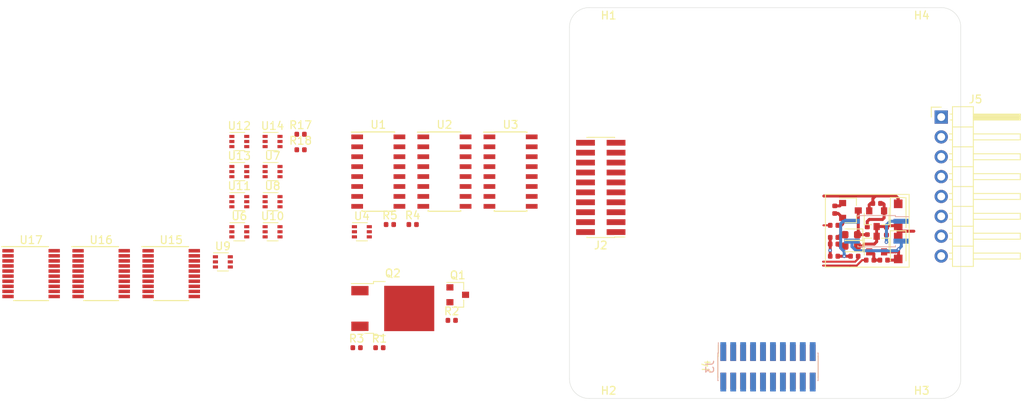
<source format=kicad_pcb>
(kicad_pcb (version 20171130) (host pcbnew "(5.1.5)-3")

  (general
    (thickness 1.6)
    (drawings 12)
    (tracks 90)
    (zones 0)
    (modules 52)
    (nets 206)
  )

  (page A4)
  (layers
    (0 F.Cu signal)
    (1 In1.Cu signal)
    (2 In2.Cu signal hide)
    (31 B.Cu signal)
    (32 B.Adhes user)
    (33 F.Adhes user)
    (34 B.Paste user)
    (35 F.Paste user)
    (36 B.SilkS user)
    (37 F.SilkS user)
    (38 B.Mask user hide)
    (39 F.Mask user hide)
    (40 Dwgs.User user hide)
    (41 Cmts.User user hide)
    (42 Eco1.User user hide)
    (43 Eco2.User user hide)
    (44 Edge.Cuts user)
    (45 Margin user)
    (46 B.CrtYd user hide)
    (47 F.CrtYd user hide)
    (48 B.Fab user hide)
    (49 F.Fab user hide)
  )

  (setup
    (last_trace_width 0.381)
    (user_trace_width 0.254)
    (user_trace_width 0.381)
    (user_trace_width 0.508)
    (user_trace_width 0.635)
    (trace_clearance 0.2)
    (zone_clearance 0.508)
    (zone_45_only no)
    (trace_min 0.2)
    (via_size 0.8)
    (via_drill 0.4)
    (via_min_size 0.45)
    (via_min_drill 0.2)
    (user_via 0.45 0.2)
    (uvia_size 0.3)
    (uvia_drill 0.1)
    (uvias_allowed no)
    (uvia_min_size 0.2)
    (uvia_min_drill 0.1)
    (edge_width 0.05)
    (segment_width 0.2)
    (pcb_text_width 0.3)
    (pcb_text_size 1.5 1.5)
    (mod_edge_width 0.12)
    (mod_text_size 0.5 0.5)
    (mod_text_width 0.1)
    (pad_size 1.524 1.524)
    (pad_drill 0.762)
    (pad_to_mask_clearance -0.051)
    (solder_mask_min_width 0.25)
    (pad_to_paste_clearance_ratio -0.15)
    (aux_axis_origin 0 0)
    (visible_elements FFFFFF7F)
    (pcbplotparams
      (layerselection 0x010fc_ffffffff)
      (usegerberextensions false)
      (usegerberattributes false)
      (usegerberadvancedattributes false)
      (creategerberjobfile false)
      (excludeedgelayer true)
      (linewidth 0.100000)
      (plotframeref false)
      (viasonmask false)
      (mode 1)
      (useauxorigin false)
      (hpglpennumber 1)
      (hpglpenspeed 20)
      (hpglpendiameter 15.000000)
      (psnegative false)
      (psa4output false)
      (plotreference true)
      (plotvalue true)
      (plotinvisibletext false)
      (padsonsilk false)
      (subtractmaskfromsilk false)
      (outputformat 1)
      (mirror false)
      (drillshape 1)
      (scaleselection 1)
      (outputdirectory ""))
  )

  (net 0 "")
  (net 1 "Net-(D1-Pad2)")
  (net 2 "Net-(D1-Pad1)")
  (net 3 "Net-(D2-Pad2)")
  (net 4 VBUS)
  (net 5 GND)
  (net 6 "Net-(J2-Pad1)")
  (net 7 "Net-(J2-Pad2)")
  (net 8 "Net-(J2-Pad3)")
  (net 9 "Net-(J2-Pad4)")
  (net 10 "Net-(J2-Pad5)")
  (net 11 "Net-(J2-Pad6)")
  (net 12 "Net-(J2-Pad7)")
  (net 13 "Net-(J2-Pad8)")
  (net 14 "Net-(J2-Pad9)")
  (net 15 "Net-(J2-Pad10)")
  (net 16 "Net-(J2-Pad11)")
  (net 17 "Net-(J2-Pad12)")
  (net 18 "Net-(J2-Pad13)")
  (net 19 "Net-(J2-Pad14)")
  (net 20 "Net-(J2-Pad15)")
  (net 21 "Net-(J2-Pad16)")
  (net 22 "Net-(J2-Pad17)")
  (net 23 "Net-(J2-Pad18)")
  (net 24 "Net-(J2-Pad19)")
  (net 25 "Net-(J2-Pad20)")
  (net 26 "Net-(J3-Pad20)")
  (net 27 "Net-(J3-Pad19)")
  (net 28 "Net-(J3-Pad18)")
  (net 29 "Net-(J3-Pad17)")
  (net 30 "Net-(J3-Pad16)")
  (net 31 "Net-(J3-Pad15)")
  (net 32 "Net-(J3-Pad14)")
  (net 33 "Net-(J3-Pad13)")
  (net 34 "Net-(J3-Pad12)")
  (net 35 "Net-(J3-Pad11)")
  (net 36 "Net-(J3-Pad10)")
  (net 37 "Net-(J3-Pad9)")
  (net 38 "Net-(J3-Pad8)")
  (net 39 "Net-(J3-Pad7)")
  (net 40 "Net-(J3-Pad6)")
  (net 41 "Net-(J3-Pad5)")
  (net 42 "Net-(J3-Pad4)")
  (net 43 "Net-(J3-Pad3)")
  (net 44 "Net-(J3-Pad2)")
  (net 45 "Net-(J3-Pad1)")
  (net 46 /InputCircuitry/EXT_5V_PWR)
  (net 47 EXT_OUT_HV_PWR_EN)
  (net 48 EXT_OUT_OUTPUT_DRIVE_EN)
  (net 49 EXT_OUT_OUTPUT_READ_EN)
  (net 50 /InputCircuitry/EXT_HV_PWR)
  (net 51 EXT_OUT_SPI_W_CS_LO_DRIVE)
  (net 52 EXT_OUT_SPI_R_CS_IN_DRIVE)
  (net 53 EXT_OUT_SPI_W_CS_HI_DRIVE)
  (net 54 /InputCircuitry/EXT_3V3_PWR)
  (net 55 EXT_OUT_SPI_RW_SCK)
  (net 56 EXT_OUT_SPI_RW_MOSI)
  (net 57 EXT_OUT_SPI_RW_MISO)
  (net 58 "Net-(J4-Pad19)")
  (net 59 "Net-(J4-Pad20)")
  (net 60 "Net-(Q1-Pad2)")
  (net 61 "Net-(Q1-Pad3)")
  (net 62 VCC)
  (net 63 "Net-(Q3-Pad2)")
  (net 64 "Net-(Q4-Pad1)")
  (net 65 "Net-(Q5-Pad1)")
  (net 66 /Power/HV_PWR_EN)
  (net 67 "Net-(R4-Pad1)")
  (net 68 "Net-(R5-Pad1)")
  (net 69 CH1_HI_EN)
  (net 70 "Net-(R10-Pad2)")
  (net 71 CH1_STATE)
  (net 72 CH1_LO_EN)
  (net 73 "Net-(R16-Pad1)")
  (net 74 "Net-(J1-Pad1)")
  (net 75 "Net-(J1-Pad3)")
  (net 76 "Net-(U1-Pad2)")
  (net 77 "Net-(U1-Pad3)")
  (net 78 "Net-(U1-Pad4)")
  (net 79 "Net-(U1-Pad5)")
  (net 80 "Net-(U1-Pad6)")
  (net 81 "Net-(U1-Pad7)")
  (net 82 "Net-(U1-Pad9)")
  (net 83 /InputCircuitry/INT_SPI_RW_SCK)
  (net 84 /InputCircuitry/INT_SPI_W_CS_HI_DRIVE)
  (net 85 /InputCircuitry/INT_OUTPUT_DRIVE_EN)
  (net 86 /InputCircuitry/INT_SPI_RW_MOSI)
  (net 87 "Net-(U1-Pad15)")
  (net 88 "Net-(U2-Pad15)")
  (net 89 /InputCircuitry/INT_SPI_W_CS_LO_DRIVE)
  (net 90 "Net-(U2-Pad9)")
  (net 91 "Net-(U2-Pad7)")
  (net 92 "Net-(U2-Pad6)")
  (net 93 "Net-(U2-Pad5)")
  (net 94 "Net-(U2-Pad4)")
  (net 95 "Net-(U2-Pad3)")
  (net 96 "Net-(U2-Pad2)")
  (net 97 /InputCircuitry/INT_SPI_R_CS_IN_DRIVE)
  (net 98 "Net-(U3-Pad3)")
  (net 99 "Net-(U3-Pad4)")
  (net 100 "Net-(U3-Pad5)")
  (net 101 "Net-(U3-Pad6)")
  (net 102 "Net-(U3-Pad7)")
  (net 103 /InputCircuitry/INT_SPI_RW_MISO)
  (net 104 /InputCircuitry/INT_MISO_IN_NEXT)
  (net 105 "Net-(U3-Pad11)")
  (net 106 "Net-(U3-Pad13)")
  (net 107 "Net-(U3-Pad14)")
  (net 108 /InputCircuitry/INT_OUTPUT_READ_EN)
  (net 109 /InputCircuitry/INT_MOSI_OUT_NEXT)
  (net 110 EXT_IN_SPI_RW_SCK)
  (net 111 CTRL_IN_SPI_RW_SCK)
  (net 112 EXT_SRC_SPI_RW_SCK)
  (net 113 SRC_SELECT)
  (net 114 EXT_SRC_SPI_RW_MOSI)
  (net 115 CTRL_IN_SPI_RW_MOSI)
  (net 116 EXT_IN_SPI_RW_MOSI)
  (net 117 EXT_IN_SPI_RW_MISO)
  (net 118 CTRL_IN_SPI_RW_MISO)
  (net 119 EXT_SRC_SPI_RW_MISO)
  (net 120 EXT_IN_HV_PWR_EN)
  (net 121 CTRL_IN_HV_PWR_EN)
  (net 122 EXT_SRC_HV_PWR_EN)
  (net 123 EXT_IN_OUTPUT_DRIVE_EN)
  (net 124 CTRL_IN_OUTPUT_DRIVE_EN)
  (net 125 EXT_SRC_OUTPUT_DRIVE_EN)
  (net 126 EXT_SRC_OUTPUT_READ_EN)
  (net 127 CTRL_IN_OUTPUT_READ_EN)
  (net 128 EXT_IN_OUTPUT_READ_EN)
  (net 129 EXT_SRC_SPI_W_CS_HI_DRIVE)
  (net 130 CTRL_IN_SPI_W_CS_HI_DRIVE)
  (net 131 EXT_IN_SPI_W_CS_HI_DRIVE)
  (net 132 EXT_IN_SPI_W_CS_LO_DRIVE)
  (net 133 CTRL_IN_SPI_W_CS_LO_DRIVE)
  (net 134 EXT_SRC_SPI_W_CS_LO_DRIVE)
  (net 135 EXT_SRC_SPI_R_CS_IN_DRIVE)
  (net 136 CTRL_IN_SPI_R_CS_IN_DRIVE)
  (net 137 EXT_IN_SPI_R_CS_IN_DRIVE)
  (net 138 "Net-(U15-Pad1)")
  (net 139 "Net-(U15-Pad2)")
  (net 140 "Net-(U15-Pad3)")
  (net 141 "Net-(U15-Pad4)")
  (net 142 "Net-(U15-Pad5)")
  (net 143 "Net-(U15-Pad6)")
  (net 144 "Net-(U15-Pad7)")
  (net 145 "Net-(U15-Pad8)")
  (net 146 "Net-(U15-Pad9)")
  (net 147 "Net-(U15-Pad10)")
  (net 148 "Net-(U15-Pad11)")
  (net 149 "Net-(U15-Pad12)")
  (net 150 "Net-(U15-Pad13)")
  (net 151 "Net-(U15-Pad14)")
  (net 152 "Net-(U15-Pad15)")
  (net 153 "Net-(U15-Pad16)")
  (net 154 "Net-(U15-Pad17)")
  (net 155 "Net-(U15-Pad18)")
  (net 156 "Net-(U15-Pad19)")
  (net 157 "Net-(U15-Pad20)")
  (net 158 "Net-(U16-Pad1)")
  (net 159 "Net-(U16-Pad2)")
  (net 160 "Net-(U16-Pad3)")
  (net 161 "Net-(U16-Pad4)")
  (net 162 "Net-(U16-Pad5)")
  (net 163 "Net-(U16-Pad6)")
  (net 164 "Net-(U16-Pad7)")
  (net 165 "Net-(U16-Pad8)")
  (net 166 "Net-(U16-Pad9)")
  (net 167 "Net-(U16-Pad10)")
  (net 168 "Net-(U16-Pad11)")
  (net 169 "Net-(U16-Pad12)")
  (net 170 "Net-(U16-Pad13)")
  (net 171 "Net-(U16-Pad14)")
  (net 172 "Net-(U16-Pad15)")
  (net 173 "Net-(U16-Pad16)")
  (net 174 "Net-(U16-Pad17)")
  (net 175 "Net-(U16-Pad18)")
  (net 176 "Net-(U16-Pad19)")
  (net 177 "Net-(U16-Pad20)")
  (net 178 "Net-(U17-Pad20)")
  (net 179 "Net-(U17-Pad19)")
  (net 180 "Net-(U17-Pad18)")
  (net 181 "Net-(U17-Pad17)")
  (net 182 "Net-(U17-Pad16)")
  (net 183 "Net-(U17-Pad15)")
  (net 184 "Net-(U17-Pad14)")
  (net 185 "Net-(U17-Pad13)")
  (net 186 "Net-(U17-Pad12)")
  (net 187 "Net-(U17-Pad11)")
  (net 188 "Net-(U17-Pad10)")
  (net 189 "Net-(U17-Pad9)")
  (net 190 "Net-(U17-Pad8)")
  (net 191 "Net-(U17-Pad7)")
  (net 192 "Net-(U17-Pad6)")
  (net 193 "Net-(U17-Pad5)")
  (net 194 "Net-(U17-Pad4)")
  (net 195 "Net-(U17-Pad3)")
  (net 196 "Net-(U17-Pad2)")
  (net 197 "Net-(U17-Pad1)")
  (net 198 /DriveCircuitry/DriveChannel1/DriveOutput)
  (net 199 "Net-(J5-Pad8)")
  (net 200 "Net-(J5-Pad7)")
  (net 201 "Net-(J5-Pad6)")
  (net 202 "Net-(J5-Pad5)")
  (net 203 "Net-(J5-Pad4)")
  (net 204 "Net-(J5-Pad3)")
  (net 205 "Net-(J5-Pad1)")

  (net_class Default "This is the default net class."
    (clearance 0.2)
    (trace_width 0.25)
    (via_dia 0.8)
    (via_drill 0.4)
    (uvia_dia 0.3)
    (uvia_drill 0.1)
    (add_net /DriveCircuitry/DriveChannel1/DriveOutput)
    (add_net /InputCircuitry/EXT_3V3_PWR)
    (add_net /InputCircuitry/EXT_5V_PWR)
    (add_net /InputCircuitry/EXT_HV_PWR)
    (add_net /InputCircuitry/INT_MISO_IN_NEXT)
    (add_net /InputCircuitry/INT_MOSI_OUT_NEXT)
    (add_net /InputCircuitry/INT_OUTPUT_DRIVE_EN)
    (add_net /InputCircuitry/INT_OUTPUT_READ_EN)
    (add_net /InputCircuitry/INT_SPI_RW_MISO)
    (add_net /InputCircuitry/INT_SPI_RW_MOSI)
    (add_net /InputCircuitry/INT_SPI_RW_SCK)
    (add_net /InputCircuitry/INT_SPI_R_CS_IN_DRIVE)
    (add_net /InputCircuitry/INT_SPI_W_CS_HI_DRIVE)
    (add_net /InputCircuitry/INT_SPI_W_CS_LO_DRIVE)
    (add_net /Power/HV_PWR_EN)
    (add_net CH1_HI_EN)
    (add_net CH1_LO_EN)
    (add_net CH1_STATE)
    (add_net CTRL_IN_HV_PWR_EN)
    (add_net CTRL_IN_OUTPUT_DRIVE_EN)
    (add_net CTRL_IN_OUTPUT_READ_EN)
    (add_net CTRL_IN_SPI_RW_MISO)
    (add_net CTRL_IN_SPI_RW_MOSI)
    (add_net CTRL_IN_SPI_RW_SCK)
    (add_net CTRL_IN_SPI_R_CS_IN_DRIVE)
    (add_net CTRL_IN_SPI_W_CS_HI_DRIVE)
    (add_net CTRL_IN_SPI_W_CS_LO_DRIVE)
    (add_net EXT_IN_HV_PWR_EN)
    (add_net EXT_IN_OUTPUT_DRIVE_EN)
    (add_net EXT_IN_OUTPUT_READ_EN)
    (add_net EXT_IN_SPI_RW_MISO)
    (add_net EXT_IN_SPI_RW_MOSI)
    (add_net EXT_IN_SPI_RW_SCK)
    (add_net EXT_IN_SPI_R_CS_IN_DRIVE)
    (add_net EXT_IN_SPI_W_CS_HI_DRIVE)
    (add_net EXT_IN_SPI_W_CS_LO_DRIVE)
    (add_net EXT_OUT_HV_PWR_EN)
    (add_net EXT_OUT_OUTPUT_DRIVE_EN)
    (add_net EXT_OUT_OUTPUT_READ_EN)
    (add_net EXT_OUT_SPI_RW_MISO)
    (add_net EXT_OUT_SPI_RW_MOSI)
    (add_net EXT_OUT_SPI_RW_SCK)
    (add_net EXT_OUT_SPI_R_CS_IN_DRIVE)
    (add_net EXT_OUT_SPI_W_CS_HI_DRIVE)
    (add_net EXT_OUT_SPI_W_CS_LO_DRIVE)
    (add_net EXT_SRC_HV_PWR_EN)
    (add_net EXT_SRC_OUTPUT_DRIVE_EN)
    (add_net EXT_SRC_OUTPUT_READ_EN)
    (add_net EXT_SRC_SPI_RW_MISO)
    (add_net EXT_SRC_SPI_RW_MOSI)
    (add_net EXT_SRC_SPI_RW_SCK)
    (add_net EXT_SRC_SPI_R_CS_IN_DRIVE)
    (add_net EXT_SRC_SPI_W_CS_HI_DRIVE)
    (add_net EXT_SRC_SPI_W_CS_LO_DRIVE)
    (add_net GND)
    (add_net "Net-(D1-Pad1)")
    (add_net "Net-(D1-Pad2)")
    (add_net "Net-(D2-Pad2)")
    (add_net "Net-(J1-Pad1)")
    (add_net "Net-(J1-Pad3)")
    (add_net "Net-(J2-Pad1)")
    (add_net "Net-(J2-Pad10)")
    (add_net "Net-(J2-Pad11)")
    (add_net "Net-(J2-Pad12)")
    (add_net "Net-(J2-Pad13)")
    (add_net "Net-(J2-Pad14)")
    (add_net "Net-(J2-Pad15)")
    (add_net "Net-(J2-Pad16)")
    (add_net "Net-(J2-Pad17)")
    (add_net "Net-(J2-Pad18)")
    (add_net "Net-(J2-Pad19)")
    (add_net "Net-(J2-Pad2)")
    (add_net "Net-(J2-Pad20)")
    (add_net "Net-(J2-Pad3)")
    (add_net "Net-(J2-Pad4)")
    (add_net "Net-(J2-Pad5)")
    (add_net "Net-(J2-Pad6)")
    (add_net "Net-(J2-Pad7)")
    (add_net "Net-(J2-Pad8)")
    (add_net "Net-(J2-Pad9)")
    (add_net "Net-(J3-Pad1)")
    (add_net "Net-(J3-Pad10)")
    (add_net "Net-(J3-Pad11)")
    (add_net "Net-(J3-Pad12)")
    (add_net "Net-(J3-Pad13)")
    (add_net "Net-(J3-Pad14)")
    (add_net "Net-(J3-Pad15)")
    (add_net "Net-(J3-Pad16)")
    (add_net "Net-(J3-Pad17)")
    (add_net "Net-(J3-Pad18)")
    (add_net "Net-(J3-Pad19)")
    (add_net "Net-(J3-Pad2)")
    (add_net "Net-(J3-Pad20)")
    (add_net "Net-(J3-Pad3)")
    (add_net "Net-(J3-Pad4)")
    (add_net "Net-(J3-Pad5)")
    (add_net "Net-(J3-Pad6)")
    (add_net "Net-(J3-Pad7)")
    (add_net "Net-(J3-Pad8)")
    (add_net "Net-(J3-Pad9)")
    (add_net "Net-(J4-Pad19)")
    (add_net "Net-(J4-Pad20)")
    (add_net "Net-(J5-Pad1)")
    (add_net "Net-(J5-Pad3)")
    (add_net "Net-(J5-Pad4)")
    (add_net "Net-(J5-Pad5)")
    (add_net "Net-(J5-Pad6)")
    (add_net "Net-(J5-Pad7)")
    (add_net "Net-(J5-Pad8)")
    (add_net "Net-(Q1-Pad2)")
    (add_net "Net-(Q1-Pad3)")
    (add_net "Net-(Q3-Pad2)")
    (add_net "Net-(Q4-Pad1)")
    (add_net "Net-(Q5-Pad1)")
    (add_net "Net-(R10-Pad2)")
    (add_net "Net-(R16-Pad1)")
    (add_net "Net-(R4-Pad1)")
    (add_net "Net-(R5-Pad1)")
    (add_net "Net-(U1-Pad15)")
    (add_net "Net-(U1-Pad2)")
    (add_net "Net-(U1-Pad3)")
    (add_net "Net-(U1-Pad4)")
    (add_net "Net-(U1-Pad5)")
    (add_net "Net-(U1-Pad6)")
    (add_net "Net-(U1-Pad7)")
    (add_net "Net-(U1-Pad9)")
    (add_net "Net-(U15-Pad1)")
    (add_net "Net-(U15-Pad10)")
    (add_net "Net-(U15-Pad11)")
    (add_net "Net-(U15-Pad12)")
    (add_net "Net-(U15-Pad13)")
    (add_net "Net-(U15-Pad14)")
    (add_net "Net-(U15-Pad15)")
    (add_net "Net-(U15-Pad16)")
    (add_net "Net-(U15-Pad17)")
    (add_net "Net-(U15-Pad18)")
    (add_net "Net-(U15-Pad19)")
    (add_net "Net-(U15-Pad2)")
    (add_net "Net-(U15-Pad20)")
    (add_net "Net-(U15-Pad3)")
    (add_net "Net-(U15-Pad4)")
    (add_net "Net-(U15-Pad5)")
    (add_net "Net-(U15-Pad6)")
    (add_net "Net-(U15-Pad7)")
    (add_net "Net-(U15-Pad8)")
    (add_net "Net-(U15-Pad9)")
    (add_net "Net-(U16-Pad1)")
    (add_net "Net-(U16-Pad10)")
    (add_net "Net-(U16-Pad11)")
    (add_net "Net-(U16-Pad12)")
    (add_net "Net-(U16-Pad13)")
    (add_net "Net-(U16-Pad14)")
    (add_net "Net-(U16-Pad15)")
    (add_net "Net-(U16-Pad16)")
    (add_net "Net-(U16-Pad17)")
    (add_net "Net-(U16-Pad18)")
    (add_net "Net-(U16-Pad19)")
    (add_net "Net-(U16-Pad2)")
    (add_net "Net-(U16-Pad20)")
    (add_net "Net-(U16-Pad3)")
    (add_net "Net-(U16-Pad4)")
    (add_net "Net-(U16-Pad5)")
    (add_net "Net-(U16-Pad6)")
    (add_net "Net-(U16-Pad7)")
    (add_net "Net-(U16-Pad8)")
    (add_net "Net-(U16-Pad9)")
    (add_net "Net-(U17-Pad1)")
    (add_net "Net-(U17-Pad10)")
    (add_net "Net-(U17-Pad11)")
    (add_net "Net-(U17-Pad12)")
    (add_net "Net-(U17-Pad13)")
    (add_net "Net-(U17-Pad14)")
    (add_net "Net-(U17-Pad15)")
    (add_net "Net-(U17-Pad16)")
    (add_net "Net-(U17-Pad17)")
    (add_net "Net-(U17-Pad18)")
    (add_net "Net-(U17-Pad19)")
    (add_net "Net-(U17-Pad2)")
    (add_net "Net-(U17-Pad20)")
    (add_net "Net-(U17-Pad3)")
    (add_net "Net-(U17-Pad4)")
    (add_net "Net-(U17-Pad5)")
    (add_net "Net-(U17-Pad6)")
    (add_net "Net-(U17-Pad7)")
    (add_net "Net-(U17-Pad8)")
    (add_net "Net-(U17-Pad9)")
    (add_net "Net-(U2-Pad15)")
    (add_net "Net-(U2-Pad2)")
    (add_net "Net-(U2-Pad3)")
    (add_net "Net-(U2-Pad4)")
    (add_net "Net-(U2-Pad5)")
    (add_net "Net-(U2-Pad6)")
    (add_net "Net-(U2-Pad7)")
    (add_net "Net-(U2-Pad9)")
    (add_net "Net-(U3-Pad11)")
    (add_net "Net-(U3-Pad13)")
    (add_net "Net-(U3-Pad14)")
    (add_net "Net-(U3-Pad3)")
    (add_net "Net-(U3-Pad4)")
    (add_net "Net-(U3-Pad5)")
    (add_net "Net-(U3-Pad6)")
    (add_net "Net-(U3-Pad7)")
    (add_net SRC_SELECT)
    (add_net VBUS)
    (add_net VCC)
  )

  (net_class Signal ""
    (clearance 0.2)
    (trace_width 0.381)
    (via_dia 0.45)
    (via_drill 0.2)
    (uvia_dia 0.3)
    (uvia_drill 0.1)
  )

  (module Connector_PinSocket_1.27mm:PinSocket_2x10_P1.27mm_Vertical_SMD (layer F.Cu) (tedit 5A19A42F) (tstamp 5EBEEB7D)
    (at 125.365 145.95 90)
    (descr "surface-mounted straight socket strip, 2x10, 1.27mm pitch, double cols (from Kicad 4.0.7!), script generated")
    (tags "Surface mounted socket strip SMD 2x10 1.27mm double row")
    (path /5EBD7FA0/5EBEEDA6)
    (attr smd)
    (fp_text reference J4 (at 0 -7.85 90) (layer F.SilkS)
      (effects (font (size 1 1) (thickness 0.15)))
    )
    (fp_text value DaisyChainOutput (at 0 7.85 90) (layer F.Fab)
      (effects (font (size 1 1) (thickness 0.15)))
    )
    (fp_text user %R (at 0 0) (layer F.Fab)
      (effects (font (size 1 1) (thickness 0.15)))
    )
    (fp_line (start -3.35 6.85) (end -3.35 -6.85) (layer F.CrtYd) (width 0.05))
    (fp_line (start 3.35 6.85) (end -3.35 6.85) (layer F.CrtYd) (width 0.05))
    (fp_line (start 3.35 -6.85) (end 3.35 6.85) (layer F.CrtYd) (width 0.05))
    (fp_line (start -3.35 -6.85) (end 3.35 -6.85) (layer F.CrtYd) (width 0.05))
    (fp_line (start 2.555 5.915) (end 1.27 5.915) (layer F.Fab) (width 0.1))
    (fp_line (start 2.555 5.515) (end 2.555 5.915) (layer F.Fab) (width 0.1))
    (fp_line (start 1.27 5.515) (end 2.555 5.515) (layer F.Fab) (width 0.1))
    (fp_line (start -2.555 5.915) (end -2.555 5.515) (layer F.Fab) (width 0.1))
    (fp_line (start -1.27 5.915) (end -2.555 5.915) (layer F.Fab) (width 0.1))
    (fp_line (start -2.555 5.515) (end -1.27 5.515) (layer F.Fab) (width 0.1))
    (fp_line (start 2.555 4.645) (end 1.27 4.645) (layer F.Fab) (width 0.1))
    (fp_line (start 2.555 4.245) (end 2.555 4.645) (layer F.Fab) (width 0.1))
    (fp_line (start 1.27 4.245) (end 2.555 4.245) (layer F.Fab) (width 0.1))
    (fp_line (start -2.555 4.645) (end -2.555 4.245) (layer F.Fab) (width 0.1))
    (fp_line (start -1.27 4.645) (end -2.555 4.645) (layer F.Fab) (width 0.1))
    (fp_line (start -2.555 4.245) (end -1.27 4.245) (layer F.Fab) (width 0.1))
    (fp_line (start 2.555 3.375) (end 1.27 3.375) (layer F.Fab) (width 0.1))
    (fp_line (start 2.555 2.975) (end 2.555 3.375) (layer F.Fab) (width 0.1))
    (fp_line (start 1.27 2.975) (end 2.555 2.975) (layer F.Fab) (width 0.1))
    (fp_line (start -2.555 3.375) (end -2.555 2.975) (layer F.Fab) (width 0.1))
    (fp_line (start -1.27 3.375) (end -2.555 3.375) (layer F.Fab) (width 0.1))
    (fp_line (start -2.555 2.975) (end -1.27 2.975) (layer F.Fab) (width 0.1))
    (fp_line (start 2.555 2.105) (end 1.27 2.105) (layer F.Fab) (width 0.1))
    (fp_line (start 2.555 1.705) (end 2.555 2.105) (layer F.Fab) (width 0.1))
    (fp_line (start 1.27 1.705) (end 2.555 1.705) (layer F.Fab) (width 0.1))
    (fp_line (start -2.555 2.105) (end -2.555 1.705) (layer F.Fab) (width 0.1))
    (fp_line (start -1.27 2.105) (end -2.555 2.105) (layer F.Fab) (width 0.1))
    (fp_line (start -2.555 1.705) (end -1.27 1.705) (layer F.Fab) (width 0.1))
    (fp_line (start 2.555 0.835) (end 1.27 0.835) (layer F.Fab) (width 0.1))
    (fp_line (start 2.555 0.435) (end 2.555 0.835) (layer F.Fab) (width 0.1))
    (fp_line (start 1.27 0.435) (end 2.555 0.435) (layer F.Fab) (width 0.1))
    (fp_line (start -2.555 0.835) (end -2.555 0.435) (layer F.Fab) (width 0.1))
    (fp_line (start -1.27 0.835) (end -2.555 0.835) (layer F.Fab) (width 0.1))
    (fp_line (start -2.555 0.435) (end -1.27 0.435) (layer F.Fab) (width 0.1))
    (fp_line (start 2.555 -0.435) (end 1.27 -0.435) (layer F.Fab) (width 0.1))
    (fp_line (start 2.555 -0.835) (end 2.555 -0.435) (layer F.Fab) (width 0.1))
    (fp_line (start 1.27 -0.835) (end 2.555 -0.835) (layer F.Fab) (width 0.1))
    (fp_line (start -2.555 -0.435) (end -2.555 -0.835) (layer F.Fab) (width 0.1))
    (fp_line (start -1.27 -0.435) (end -2.555 -0.435) (layer F.Fab) (width 0.1))
    (fp_line (start -2.555 -0.835) (end -1.27 -0.835) (layer F.Fab) (width 0.1))
    (fp_line (start 2.555 -1.705) (end 1.27 -1.705) (layer F.Fab) (width 0.1))
    (fp_line (start 2.555 -2.105) (end 2.555 -1.705) (layer F.Fab) (width 0.1))
    (fp_line (start 1.27 -2.105) (end 2.555 -2.105) (layer F.Fab) (width 0.1))
    (fp_line (start -2.555 -1.705) (end -2.555 -2.105) (layer F.Fab) (width 0.1))
    (fp_line (start -1.27 -1.705) (end -2.555 -1.705) (layer F.Fab) (width 0.1))
    (fp_line (start -2.555 -2.105) (end -1.27 -2.105) (layer F.Fab) (width 0.1))
    (fp_line (start 2.555 -2.975) (end 1.27 -2.975) (layer F.Fab) (width 0.1))
    (fp_line (start 2.555 -3.375) (end 2.555 -2.975) (layer F.Fab) (width 0.1))
    (fp_line (start 1.27 -3.375) (end 2.555 -3.375) (layer F.Fab) (width 0.1))
    (fp_line (start -2.555 -2.975) (end -2.555 -3.375) (layer F.Fab) (width 0.1))
    (fp_line (start -1.27 -2.975) (end -2.555 -2.975) (layer F.Fab) (width 0.1))
    (fp_line (start -2.555 -3.375) (end -1.27 -3.375) (layer F.Fab) (width 0.1))
    (fp_line (start 2.555 -4.245) (end 1.27 -4.245) (layer F.Fab) (width 0.1))
    (fp_line (start 2.555 -4.645) (end 2.555 -4.245) (layer F.Fab) (width 0.1))
    (fp_line (start 1.27 -4.645) (end 2.555 -4.645) (layer F.Fab) (width 0.1))
    (fp_line (start -2.555 -4.245) (end -2.555 -4.645) (layer F.Fab) (width 0.1))
    (fp_line (start -1.27 -4.245) (end -2.555 -4.245) (layer F.Fab) (width 0.1))
    (fp_line (start -2.555 -4.645) (end -1.27 -4.645) (layer F.Fab) (width 0.1))
    (fp_line (start 2.555 -5.515) (end 1.27 -5.515) (layer F.Fab) (width 0.1))
    (fp_line (start 2.555 -5.915) (end 2.555 -5.515) (layer F.Fab) (width 0.1))
    (fp_line (start 1.27 -5.915) (end 2.555 -5.915) (layer F.Fab) (width 0.1))
    (fp_line (start -2.555 -5.515) (end -2.555 -5.915) (layer F.Fab) (width 0.1))
    (fp_line (start -1.27 -5.515) (end -2.555 -5.515) (layer F.Fab) (width 0.1))
    (fp_line (start -2.555 -5.915) (end -1.27 -5.915) (layer F.Fab) (width 0.1))
    (fp_line (start -1.27 6.35) (end -1.27 -6.35) (layer F.Fab) (width 0.1))
    (fp_line (start 1.27 6.35) (end -1.27 6.35) (layer F.Fab) (width 0.1))
    (fp_line (start 1.27 -5.715) (end 1.27 6.35) (layer F.Fab) (width 0.1))
    (fp_line (start 0.635 -6.35) (end 1.27 -5.715) (layer F.Fab) (width 0.1))
    (fp_line (start -1.27 -6.35) (end 0.635 -6.35) (layer F.Fab) (width 0.1))
    (fp_line (start 1.33 -6.35) (end 2.79 -6.35) (layer F.SilkS) (width 0.12))
    (fp_line (start -1.33 6.35) (end -1.33 6.41) (layer F.SilkS) (width 0.12))
    (fp_line (start -1.33 -6.41) (end -1.33 -6.35) (layer F.SilkS) (width 0.12))
    (fp_line (start -1.33 6.41) (end 1.33 6.41) (layer F.SilkS) (width 0.12))
    (fp_line (start 1.33 6.35) (end 1.33 6.41) (layer F.SilkS) (width 0.12))
    (fp_line (start 1.33 -6.41) (end 1.33 -6.35) (layer F.SilkS) (width 0.12))
    (fp_line (start -1.33 -6.41) (end 1.33 -6.41) (layer F.SilkS) (width 0.12))
    (pad 20 smd rect (at -1.8 5.715 90) (size 2.1 0.75) (layers F.Cu F.Paste F.Mask)
      (net 59 "Net-(J4-Pad20)"))
    (pad 19 smd rect (at 1.8 5.715 90) (size 2.1 0.75) (layers F.Cu F.Paste F.Mask)
      (net 58 "Net-(J4-Pad19)"))
    (pad 18 smd rect (at -1.8 4.445 90) (size 2.1 0.75) (layers F.Cu F.Paste F.Mask)
      (net 57 EXT_OUT_SPI_RW_MISO))
    (pad 17 smd rect (at 1.8 4.445 90) (size 2.1 0.75) (layers F.Cu F.Paste F.Mask)
      (net 5 GND))
    (pad 16 smd rect (at -1.8 3.175 90) (size 2.1 0.75) (layers F.Cu F.Paste F.Mask)
      (net 56 EXT_OUT_SPI_RW_MOSI))
    (pad 15 smd rect (at 1.8 3.175 90) (size 2.1 0.75) (layers F.Cu F.Paste F.Mask)
      (net 54 /InputCircuitry/EXT_3V3_PWR))
    (pad 14 smd rect (at -1.8 1.905 90) (size 2.1 0.75) (layers F.Cu F.Paste F.Mask)
      (net 55 EXT_OUT_SPI_RW_SCK))
    (pad 13 smd rect (at 1.8 1.905 90) (size 2.1 0.75) (layers F.Cu F.Paste F.Mask)
      (net 54 /InputCircuitry/EXT_3V3_PWR))
    (pad 12 smd rect (at -1.8 0.635 90) (size 2.1 0.75) (layers F.Cu F.Paste F.Mask)
      (net 53 EXT_OUT_SPI_W_CS_HI_DRIVE))
    (pad 11 smd rect (at 1.8 0.635 90) (size 2.1 0.75) (layers F.Cu F.Paste F.Mask)
      (net 5 GND))
    (pad 10 smd rect (at -1.8 -0.635 90) (size 2.1 0.75) (layers F.Cu F.Paste F.Mask)
      (net 52 EXT_OUT_SPI_R_CS_IN_DRIVE))
    (pad 9 smd rect (at 1.8 -0.635 90) (size 2.1 0.75) (layers F.Cu F.Paste F.Mask)
      (net 50 /InputCircuitry/EXT_HV_PWR))
    (pad 8 smd rect (at -1.8 -1.905 90) (size 2.1 0.75) (layers F.Cu F.Paste F.Mask)
      (net 51 EXT_OUT_SPI_W_CS_LO_DRIVE))
    (pad 7 smd rect (at 1.8 -1.905 90) (size 2.1 0.75) (layers F.Cu F.Paste F.Mask)
      (net 50 /InputCircuitry/EXT_HV_PWR))
    (pad 6 smd rect (at -1.8 -3.175 90) (size 2.1 0.75) (layers F.Cu F.Paste F.Mask)
      (net 49 EXT_OUT_OUTPUT_READ_EN))
    (pad 5 smd rect (at 1.8 -3.175 90) (size 2.1 0.75) (layers F.Cu F.Paste F.Mask)
      (net 5 GND))
    (pad 4 smd rect (at -1.8 -4.445 90) (size 2.1 0.75) (layers F.Cu F.Paste F.Mask)
      (net 48 EXT_OUT_OUTPUT_DRIVE_EN))
    (pad 3 smd rect (at 1.8 -4.445 90) (size 2.1 0.75) (layers F.Cu F.Paste F.Mask)
      (net 46 /InputCircuitry/EXT_5V_PWR))
    (pad 2 smd rect (at -1.8 -5.715 90) (size 2.1 0.75) (layers F.Cu F.Paste F.Mask)
      (net 47 EXT_OUT_HV_PWR_EN))
    (pad 1 smd rect (at 1.8 -5.715 90) (size 2.1 0.75) (layers F.Cu F.Paste F.Mask)
      (net 46 /InputCircuitry/EXT_5V_PWR))
    (model ${KISYS3DMOD}/Connector_PinSocket_1.27mm.3dshapes/PinSocket_2x10_P1.27mm_Vertical_SMD.wrl
      (at (xyz 0 0 0))
      (scale (xyz 1 1 1))
      (rotate (xyz 0 0 0))
    )
  )

  (module Connector_PinHeader_2.54mm:PinHeader_1x08_P2.54mm_Horizontal (layer F.Cu) (tedit 59FED5CB) (tstamp 5EBF444F)
    (at 147.5 114)
    (descr "Through hole angled pin header, 1x08, 2.54mm pitch, 6mm pin length, single row")
    (tags "Through hole angled pin header THT 1x08 2.54mm single row")
    (path /5EBD7EE9/5EC4DC91)
    (fp_text reference J5 (at 4.385 -2.27) (layer F.SilkS)
      (effects (font (size 1 1) (thickness 0.15)))
    )
    (fp_text value DriveOutput (at 4.385 20.05) (layer F.Fab)
      (effects (font (size 1 1) (thickness 0.15)))
    )
    (fp_text user %R (at 2.77 8.89 90) (layer F.Fab)
      (effects (font (size 1 1) (thickness 0.15)))
    )
    (fp_line (start 10.55 -1.8) (end -1.8 -1.8) (layer F.CrtYd) (width 0.05))
    (fp_line (start 10.55 19.55) (end 10.55 -1.8) (layer F.CrtYd) (width 0.05))
    (fp_line (start -1.8 19.55) (end 10.55 19.55) (layer F.CrtYd) (width 0.05))
    (fp_line (start -1.8 -1.8) (end -1.8 19.55) (layer F.CrtYd) (width 0.05))
    (fp_line (start -1.27 -1.27) (end 0 -1.27) (layer F.SilkS) (width 0.12))
    (fp_line (start -1.27 0) (end -1.27 -1.27) (layer F.SilkS) (width 0.12))
    (fp_line (start 1.042929 18.16) (end 1.44 18.16) (layer F.SilkS) (width 0.12))
    (fp_line (start 1.042929 17.4) (end 1.44 17.4) (layer F.SilkS) (width 0.12))
    (fp_line (start 10.1 18.16) (end 4.1 18.16) (layer F.SilkS) (width 0.12))
    (fp_line (start 10.1 17.4) (end 10.1 18.16) (layer F.SilkS) (width 0.12))
    (fp_line (start 4.1 17.4) (end 10.1 17.4) (layer F.SilkS) (width 0.12))
    (fp_line (start 1.44 16.51) (end 4.1 16.51) (layer F.SilkS) (width 0.12))
    (fp_line (start 1.042929 15.62) (end 1.44 15.62) (layer F.SilkS) (width 0.12))
    (fp_line (start 1.042929 14.86) (end 1.44 14.86) (layer F.SilkS) (width 0.12))
    (fp_line (start 10.1 15.62) (end 4.1 15.62) (layer F.SilkS) (width 0.12))
    (fp_line (start 10.1 14.86) (end 10.1 15.62) (layer F.SilkS) (width 0.12))
    (fp_line (start 4.1 14.86) (end 10.1 14.86) (layer F.SilkS) (width 0.12))
    (fp_line (start 1.44 13.97) (end 4.1 13.97) (layer F.SilkS) (width 0.12))
    (fp_line (start 1.042929 13.08) (end 1.44 13.08) (layer F.SilkS) (width 0.12))
    (fp_line (start 1.042929 12.32) (end 1.44 12.32) (layer F.SilkS) (width 0.12))
    (fp_line (start 10.1 13.08) (end 4.1 13.08) (layer F.SilkS) (width 0.12))
    (fp_line (start 10.1 12.32) (end 10.1 13.08) (layer F.SilkS) (width 0.12))
    (fp_line (start 4.1 12.32) (end 10.1 12.32) (layer F.SilkS) (width 0.12))
    (fp_line (start 1.44 11.43) (end 4.1 11.43) (layer F.SilkS) (width 0.12))
    (fp_line (start 1.042929 10.54) (end 1.44 10.54) (layer F.SilkS) (width 0.12))
    (fp_line (start 1.042929 9.78) (end 1.44 9.78) (layer F.SilkS) (width 0.12))
    (fp_line (start 10.1 10.54) (end 4.1 10.54) (layer F.SilkS) (width 0.12))
    (fp_line (start 10.1 9.78) (end 10.1 10.54) (layer F.SilkS) (width 0.12))
    (fp_line (start 4.1 9.78) (end 10.1 9.78) (layer F.SilkS) (width 0.12))
    (fp_line (start 1.44 8.89) (end 4.1 8.89) (layer F.SilkS) (width 0.12))
    (fp_line (start 1.042929 8) (end 1.44 8) (layer F.SilkS) (width 0.12))
    (fp_line (start 1.042929 7.24) (end 1.44 7.24) (layer F.SilkS) (width 0.12))
    (fp_line (start 10.1 8) (end 4.1 8) (layer F.SilkS) (width 0.12))
    (fp_line (start 10.1 7.24) (end 10.1 8) (layer F.SilkS) (width 0.12))
    (fp_line (start 4.1 7.24) (end 10.1 7.24) (layer F.SilkS) (width 0.12))
    (fp_line (start 1.44 6.35) (end 4.1 6.35) (layer F.SilkS) (width 0.12))
    (fp_line (start 1.042929 5.46) (end 1.44 5.46) (layer F.SilkS) (width 0.12))
    (fp_line (start 1.042929 4.7) (end 1.44 4.7) (layer F.SilkS) (width 0.12))
    (fp_line (start 10.1 5.46) (end 4.1 5.46) (layer F.SilkS) (width 0.12))
    (fp_line (start 10.1 4.7) (end 10.1 5.46) (layer F.SilkS) (width 0.12))
    (fp_line (start 4.1 4.7) (end 10.1 4.7) (layer F.SilkS) (width 0.12))
    (fp_line (start 1.44 3.81) (end 4.1 3.81) (layer F.SilkS) (width 0.12))
    (fp_line (start 1.042929 2.92) (end 1.44 2.92) (layer F.SilkS) (width 0.12))
    (fp_line (start 1.042929 2.16) (end 1.44 2.16) (layer F.SilkS) (width 0.12))
    (fp_line (start 10.1 2.92) (end 4.1 2.92) (layer F.SilkS) (width 0.12))
    (fp_line (start 10.1 2.16) (end 10.1 2.92) (layer F.SilkS) (width 0.12))
    (fp_line (start 4.1 2.16) (end 10.1 2.16) (layer F.SilkS) (width 0.12))
    (fp_line (start 1.44 1.27) (end 4.1 1.27) (layer F.SilkS) (width 0.12))
    (fp_line (start 1.11 0.38) (end 1.44 0.38) (layer F.SilkS) (width 0.12))
    (fp_line (start 1.11 -0.38) (end 1.44 -0.38) (layer F.SilkS) (width 0.12))
    (fp_line (start 4.1 0.28) (end 10.1 0.28) (layer F.SilkS) (width 0.12))
    (fp_line (start 4.1 0.16) (end 10.1 0.16) (layer F.SilkS) (width 0.12))
    (fp_line (start 4.1 0.04) (end 10.1 0.04) (layer F.SilkS) (width 0.12))
    (fp_line (start 4.1 -0.08) (end 10.1 -0.08) (layer F.SilkS) (width 0.12))
    (fp_line (start 4.1 -0.2) (end 10.1 -0.2) (layer F.SilkS) (width 0.12))
    (fp_line (start 4.1 -0.32) (end 10.1 -0.32) (layer F.SilkS) (width 0.12))
    (fp_line (start 10.1 0.38) (end 4.1 0.38) (layer F.SilkS) (width 0.12))
    (fp_line (start 10.1 -0.38) (end 10.1 0.38) (layer F.SilkS) (width 0.12))
    (fp_line (start 4.1 -0.38) (end 10.1 -0.38) (layer F.SilkS) (width 0.12))
    (fp_line (start 4.1 -1.33) (end 1.44 -1.33) (layer F.SilkS) (width 0.12))
    (fp_line (start 4.1 19.11) (end 4.1 -1.33) (layer F.SilkS) (width 0.12))
    (fp_line (start 1.44 19.11) (end 4.1 19.11) (layer F.SilkS) (width 0.12))
    (fp_line (start 1.44 -1.33) (end 1.44 19.11) (layer F.SilkS) (width 0.12))
    (fp_line (start 4.04 18.1) (end 10.04 18.1) (layer F.Fab) (width 0.1))
    (fp_line (start 10.04 17.46) (end 10.04 18.1) (layer F.Fab) (width 0.1))
    (fp_line (start 4.04 17.46) (end 10.04 17.46) (layer F.Fab) (width 0.1))
    (fp_line (start -0.32 18.1) (end 1.5 18.1) (layer F.Fab) (width 0.1))
    (fp_line (start -0.32 17.46) (end -0.32 18.1) (layer F.Fab) (width 0.1))
    (fp_line (start -0.32 17.46) (end 1.5 17.46) (layer F.Fab) (width 0.1))
    (fp_line (start 4.04 15.56) (end 10.04 15.56) (layer F.Fab) (width 0.1))
    (fp_line (start 10.04 14.92) (end 10.04 15.56) (layer F.Fab) (width 0.1))
    (fp_line (start 4.04 14.92) (end 10.04 14.92) (layer F.Fab) (width 0.1))
    (fp_line (start -0.32 15.56) (end 1.5 15.56) (layer F.Fab) (width 0.1))
    (fp_line (start -0.32 14.92) (end -0.32 15.56) (layer F.Fab) (width 0.1))
    (fp_line (start -0.32 14.92) (end 1.5 14.92) (layer F.Fab) (width 0.1))
    (fp_line (start 4.04 13.02) (end 10.04 13.02) (layer F.Fab) (width 0.1))
    (fp_line (start 10.04 12.38) (end 10.04 13.02) (layer F.Fab) (width 0.1))
    (fp_line (start 4.04 12.38) (end 10.04 12.38) (layer F.Fab) (width 0.1))
    (fp_line (start -0.32 13.02) (end 1.5 13.02) (layer F.Fab) (width 0.1))
    (fp_line (start -0.32 12.38) (end -0.32 13.02) (layer F.Fab) (width 0.1))
    (fp_line (start -0.32 12.38) (end 1.5 12.38) (layer F.Fab) (width 0.1))
    (fp_line (start 4.04 10.48) (end 10.04 10.48) (layer F.Fab) (width 0.1))
    (fp_line (start 10.04 9.84) (end 10.04 10.48) (layer F.Fab) (width 0.1))
    (fp_line (start 4.04 9.84) (end 10.04 9.84) (layer F.Fab) (width 0.1))
    (fp_line (start -0.32 10.48) (end 1.5 10.48) (layer F.Fab) (width 0.1))
    (fp_line (start -0.32 9.84) (end -0.32 10.48) (layer F.Fab) (width 0.1))
    (fp_line (start -0.32 9.84) (end 1.5 9.84) (layer F.Fab) (width 0.1))
    (fp_line (start 4.04 7.94) (end 10.04 7.94) (layer F.Fab) (width 0.1))
    (fp_line (start 10.04 7.3) (end 10.04 7.94) (layer F.Fab) (width 0.1))
    (fp_line (start 4.04 7.3) (end 10.04 7.3) (layer F.Fab) (width 0.1))
    (fp_line (start -0.32 7.94) (end 1.5 7.94) (layer F.Fab) (width 0.1))
    (fp_line (start -0.32 7.3) (end -0.32 7.94) (layer F.Fab) (width 0.1))
    (fp_line (start -0.32 7.3) (end 1.5 7.3) (layer F.Fab) (width 0.1))
    (fp_line (start 4.04 5.4) (end 10.04 5.4) (layer F.Fab) (width 0.1))
    (fp_line (start 10.04 4.76) (end 10.04 5.4) (layer F.Fab) (width 0.1))
    (fp_line (start 4.04 4.76) (end 10.04 4.76) (layer F.Fab) (width 0.1))
    (fp_line (start -0.32 5.4) (end 1.5 5.4) (layer F.Fab) (width 0.1))
    (fp_line (start -0.32 4.76) (end -0.32 5.4) (layer F.Fab) (width 0.1))
    (fp_line (start -0.32 4.76) (end 1.5 4.76) (layer F.Fab) (width 0.1))
    (fp_line (start 4.04 2.86) (end 10.04 2.86) (layer F.Fab) (width 0.1))
    (fp_line (start 10.04 2.22) (end 10.04 2.86) (layer F.Fab) (width 0.1))
    (fp_line (start 4.04 2.22) (end 10.04 2.22) (layer F.Fab) (width 0.1))
    (fp_line (start -0.32 2.86) (end 1.5 2.86) (layer F.Fab) (width 0.1))
    (fp_line (start -0.32 2.22) (end -0.32 2.86) (layer F.Fab) (width 0.1))
    (fp_line (start -0.32 2.22) (end 1.5 2.22) (layer F.Fab) (width 0.1))
    (fp_line (start 4.04 0.32) (end 10.04 0.32) (layer F.Fab) (width 0.1))
    (fp_line (start 10.04 -0.32) (end 10.04 0.32) (layer F.Fab) (width 0.1))
    (fp_line (start 4.04 -0.32) (end 10.04 -0.32) (layer F.Fab) (width 0.1))
    (fp_line (start -0.32 0.32) (end 1.5 0.32) (layer F.Fab) (width 0.1))
    (fp_line (start -0.32 -0.32) (end -0.32 0.32) (layer F.Fab) (width 0.1))
    (fp_line (start -0.32 -0.32) (end 1.5 -0.32) (layer F.Fab) (width 0.1))
    (fp_line (start 1.5 -0.635) (end 2.135 -1.27) (layer F.Fab) (width 0.1))
    (fp_line (start 1.5 19.05) (end 1.5 -0.635) (layer F.Fab) (width 0.1))
    (fp_line (start 4.04 19.05) (end 1.5 19.05) (layer F.Fab) (width 0.1))
    (fp_line (start 4.04 -1.27) (end 4.04 19.05) (layer F.Fab) (width 0.1))
    (fp_line (start 2.135 -1.27) (end 4.04 -1.27) (layer F.Fab) (width 0.1))
    (pad 8 thru_hole oval (at 0 17.78) (size 1.7 1.7) (drill 1) (layers *.Cu *.Mask)
      (net 199 "Net-(J5-Pad8)"))
    (pad 7 thru_hole oval (at 0 15.24) (size 1.7 1.7) (drill 1) (layers *.Cu *.Mask)
      (net 200 "Net-(J5-Pad7)"))
    (pad 6 thru_hole oval (at 0 12.7) (size 1.7 1.7) (drill 1) (layers *.Cu *.Mask)
      (net 201 "Net-(J5-Pad6)"))
    (pad 5 thru_hole oval (at 0 10.16) (size 1.7 1.7) (drill 1) (layers *.Cu *.Mask)
      (net 202 "Net-(J5-Pad5)"))
    (pad 4 thru_hole oval (at 0 7.62) (size 1.7 1.7) (drill 1) (layers *.Cu *.Mask)
      (net 203 "Net-(J5-Pad4)"))
    (pad 3 thru_hole oval (at 0 5.08) (size 1.7 1.7) (drill 1) (layers *.Cu *.Mask)
      (net 204 "Net-(J5-Pad3)"))
    (pad 2 thru_hole oval (at 0 2.54) (size 1.7 1.7) (drill 1) (layers *.Cu *.Mask)
      (net 198 /DriveCircuitry/DriveChannel1/DriveOutput))
    (pad 1 thru_hole rect (at 0 0) (size 1.7 1.7) (drill 1) (layers *.Cu *.Mask)
      (net 205 "Net-(J5-Pad1)"))
    (model ${KISYS3DMOD}/Connector_PinHeader_2.54mm.3dshapes/PinHeader_1x08_P2.54mm_Horizontal.wrl
      (at (xyz 0 0 0))
      (scale (xyz 1 1 1))
      (rotate (xyz 0 0 0))
    )
  )

  (module MountingHole:MountingHole_3.2mm_M3 (layer F.Cu) (tedit 56D1B4CB) (tstamp 5EBF23C9)
    (at 147.5 102.5)
    (descr "Mounting Hole 3.2mm, no annular, M3")
    (tags "mounting hole 3.2mm no annular m3")
    (path /5EC45A48)
    (attr virtual)
    (fp_text reference H4 (at -2.5 -1.5) (layer F.SilkS)
      (effects (font (size 1 1) (thickness 0.15)))
    )
    (fp_text value MountingHole_Pad (at 0 4.2) (layer F.Fab)
      (effects (font (size 1 1) (thickness 0.15)))
    )
    (fp_circle (center 0 0) (end 3.45 0) (layer F.CrtYd) (width 0.05))
    (fp_circle (center 0 0) (end 3.2 0) (layer Cmts.User) (width 0.15))
    (fp_text user %R (at 0.3 0) (layer F.Fab)
      (effects (font (size 1 1) (thickness 0.15)))
    )
    (pad 1 np_thru_hole circle (at 0 0) (size 3.2 3.2) (drill 3.2) (layers *.Cu *.Mask)
      (net 5 GND))
  )

  (module MountingHole:MountingHole_3.2mm_M3 (layer F.Cu) (tedit 56D1B4CB) (tstamp 5EBF2CCE)
    (at 147.5 147.5)
    (descr "Mounting Hole 3.2mm, no annular, M3")
    (tags "mounting hole 3.2mm no annular m3")
    (path /5EC458B6)
    (attr virtual)
    (fp_text reference H3 (at -2.5 1.5) (layer F.SilkS)
      (effects (font (size 1 1) (thickness 0.15)))
    )
    (fp_text value MountingHole_Pad (at 0 4.2) (layer F.Fab)
      (effects (font (size 1 1) (thickness 0.15)))
    )
    (fp_circle (center 0 0) (end 3.45 0) (layer F.CrtYd) (width 0.05))
    (fp_circle (center 0 0) (end 3.2 0) (layer Cmts.User) (width 0.15))
    (fp_text user %R (at 0.3 0) (layer F.Fab)
      (effects (font (size 1 1) (thickness 0.15)))
    )
    (pad 1 np_thru_hole circle (at 0 0) (size 3.2 3.2) (drill 3.2) (layers *.Cu *.Mask)
      (net 5 GND))
  )

  (module MountingHole:MountingHole_3.2mm_M3 (layer F.Cu) (tedit 56D1B4CB) (tstamp 5EBF23B9)
    (at 102.5 147.5)
    (descr "Mounting Hole 3.2mm, no annular, M3")
    (tags "mounting hole 3.2mm no annular m3")
    (path /5EC456CD)
    (attr virtual)
    (fp_text reference H2 (at 2.5 1.5) (layer F.SilkS)
      (effects (font (size 1 1) (thickness 0.15)))
    )
    (fp_text value MountingHole_Pad (at 0 4.2) (layer F.Fab)
      (effects (font (size 1 1) (thickness 0.15)))
    )
    (fp_circle (center 0 0) (end 3.45 0) (layer F.CrtYd) (width 0.05))
    (fp_circle (center 0 0) (end 3.2 0) (layer Cmts.User) (width 0.15))
    (fp_text user %R (at 0.3 0) (layer F.Fab)
      (effects (font (size 1 1) (thickness 0.15)))
    )
    (pad 1 np_thru_hole circle (at 0 0) (size 3.2 3.2) (drill 3.2) (layers *.Cu *.Mask)
      (net 5 GND))
  )

  (module MountingHole:MountingHole_3.2mm_M3 (layer F.Cu) (tedit 56D1B4CB) (tstamp 5EBF0EF4)
    (at 102.5 102.5)
    (descr "Mounting Hole 3.2mm, no annular, M3")
    (tags "mounting hole 3.2mm no annular m3")
    (path /5EC3F92B)
    (attr virtual)
    (fp_text reference H1 (at 2.5 -1.5) (layer F.SilkS)
      (effects (font (size 1 1) (thickness 0.15)))
    )
    (fp_text value MountingHole_Pad (at 0 4.2) (layer F.Fab)
      (effects (font (size 1 1) (thickness 0.15)))
    )
    (fp_circle (center 0 0) (end 3.45 0) (layer F.CrtYd) (width 0.05))
    (fp_circle (center 0 0) (end 3.2 0) (layer Cmts.User) (width 0.15))
    (fp_text user %R (at 0.3 0) (layer F.Fab)
      (effects (font (size 1 1) (thickness 0.15)))
    )
    (pad 1 np_thru_hole circle (at 0 0) (size 3.2 3.2) (drill 3.2) (layers *.Cu *.Mask)
      (net 5 GND))
  )

  (module Diode_SMD:D_0603_1608Metric (layer F.Cu) (tedit 5B301BBE) (tstamp 5EBEEA09)
    (at 136 129.05 180)
    (descr "Diode SMD 0603 (1608 Metric), square (rectangular) end terminal, IPC_7351 nominal, (Body size source: http://www.tortai-tech.com/upload/download/2011102023233369053.pdf), generated with kicad-footprint-generator")
    (tags diode)
    (path /5EBD7EE9/5EC7FF1D/5ECE5223)
    (attr smd)
    (fp_text reference D1 (at 0 -1.43) (layer F.SilkS) hide
      (effects (font (size 1 1) (thickness 0.15)))
    )
    (fp_text value LED_HI_DRIVE_EN (at 0 1.43) (layer F.Fab)
      (effects (font (size 1 1) (thickness 0.15)))
    )
    (fp_text user %R (at 0 0) (layer F.Fab)
      (effects (font (size 0.4 0.4) (thickness 0.06)))
    )
    (fp_line (start 1.48 0.73) (end -1.48 0.73) (layer F.CrtYd) (width 0.05))
    (fp_line (start 1.48 -0.73) (end 1.48 0.73) (layer F.CrtYd) (width 0.05))
    (fp_line (start -1.48 -0.73) (end 1.48 -0.73) (layer F.CrtYd) (width 0.05))
    (fp_line (start -1.48 0.73) (end -1.48 -0.73) (layer F.CrtYd) (width 0.05))
    (fp_line (start -1.485 0.735) (end 0.8 0.735) (layer F.SilkS) (width 0.12))
    (fp_line (start -1.485 -0.735) (end -1.485 0.735) (layer F.SilkS) (width 0.12))
    (fp_line (start 0.8 -0.735) (end -1.485 -0.735) (layer F.SilkS) (width 0.12))
    (fp_line (start 0.8 0.4) (end 0.8 -0.4) (layer F.Fab) (width 0.1))
    (fp_line (start -0.8 0.4) (end 0.8 0.4) (layer F.Fab) (width 0.1))
    (fp_line (start -0.8 -0.1) (end -0.8 0.4) (layer F.Fab) (width 0.1))
    (fp_line (start -0.5 -0.4) (end -0.8 -0.1) (layer F.Fab) (width 0.1))
    (fp_line (start 0.8 -0.4) (end -0.5 -0.4) (layer F.Fab) (width 0.1))
    (pad 2 smd roundrect (at 0.7875 0 180) (size 0.875 0.95) (layers F.Cu F.Paste F.Mask) (roundrect_rratio 0.25)
      (net 1 "Net-(D1-Pad2)"))
    (pad 1 smd roundrect (at -0.7875 0 180) (size 0.875 0.95) (layers F.Cu F.Paste F.Mask) (roundrect_rratio 0.25)
      (net 2 "Net-(D1-Pad1)"))
    (model ${KISYS3DMOD}/Diode_SMD.3dshapes/D_0603_1608Metric.wrl
      (at (xyz 0 0 0))
      (scale (xyz 1 1 1))
      (rotate (xyz 0 0 0))
    )
  )

  (module Diode_SMD:D_0603_1608Metric (layer F.Cu) (tedit 5B301BBE) (tstamp 5EBEEA1C)
    (at 136 130.5 180)
    (descr "Diode SMD 0603 (1608 Metric), square (rectangular) end terminal, IPC_7351 nominal, (Body size source: http://www.tortai-tech.com/upload/download/2011102023233369053.pdf), generated with kicad-footprint-generator")
    (tags diode)
    (path /5EBD7EE9/5EC7FF1D/5ECC6580)
    (attr smd)
    (fp_text reference D2 (at 0 -1.43) (layer F.SilkS) hide
      (effects (font (size 1 1) (thickness 0.15)))
    )
    (fp_text value LED_LO_DRIVE_EN (at 0 1.43) (layer F.Fab)
      (effects (font (size 1 1) (thickness 0.15)))
    )
    (fp_line (start 0.8 -0.4) (end -0.5 -0.4) (layer F.Fab) (width 0.1))
    (fp_line (start -0.5 -0.4) (end -0.8 -0.1) (layer F.Fab) (width 0.1))
    (fp_line (start -0.8 -0.1) (end -0.8 0.4) (layer F.Fab) (width 0.1))
    (fp_line (start -0.8 0.4) (end 0.8 0.4) (layer F.Fab) (width 0.1))
    (fp_line (start 0.8 0.4) (end 0.8 -0.4) (layer F.Fab) (width 0.1))
    (fp_line (start 0.8 -0.735) (end -1.485 -0.735) (layer F.SilkS) (width 0.12))
    (fp_line (start -1.485 -0.735) (end -1.485 0.735) (layer F.SilkS) (width 0.12))
    (fp_line (start -1.485 0.735) (end 0.8 0.735) (layer F.SilkS) (width 0.12))
    (fp_line (start -1.48 0.73) (end -1.48 -0.73) (layer F.CrtYd) (width 0.05))
    (fp_line (start -1.48 -0.73) (end 1.48 -0.73) (layer F.CrtYd) (width 0.05))
    (fp_line (start 1.48 -0.73) (end 1.48 0.73) (layer F.CrtYd) (width 0.05))
    (fp_line (start 1.48 0.73) (end -1.48 0.73) (layer F.CrtYd) (width 0.05))
    (fp_text user %R (at 0 0) (layer F.Fab)
      (effects (font (size 0.4 0.4) (thickness 0.06)))
    )
    (pad 1 smd roundrect (at -0.7875 0 180) (size 0.875 0.95) (layers F.Cu F.Paste F.Mask) (roundrect_rratio 0.25)
      (net 198 /DriveCircuitry/DriveChannel1/DriveOutput))
    (pad 2 smd roundrect (at 0.7875 0 180) (size 0.875 0.95) (layers F.Cu F.Paste F.Mask) (roundrect_rratio 0.25)
      (net 3 "Net-(D2-Pad2)"))
    (model ${KISYS3DMOD}/Diode_SMD.3dshapes/D_0603_1608Metric.wrl
      (at (xyz 0 0 0))
      (scale (xyz 1 1 1))
      (rotate (xyz 0 0 0))
    )
  )

  (module Diode_SMD:D_SOD-123F (layer F.Cu) (tedit 587F7769) (tstamp 5EBEEA35)
    (at 142 126.5 270)
    (descr D_SOD-123F)
    (tags D_SOD-123F)
    (path /5EBD7EE9/5EC7FF1D/5ECD3F45)
    (attr smd)
    (fp_text reference D3 (at -0.127 -1.905 90) (layer F.SilkS) hide
      (effects (font (size 1 1) (thickness 0.15)))
    )
    (fp_text value 1N4007 (at 0 2.1 90) (layer F.Fab)
      (effects (font (size 1 1) (thickness 0.15)))
    )
    (fp_line (start -2.2 -1) (end 1.65 -1) (layer F.SilkS) (width 0.12))
    (fp_line (start -2.2 1) (end 1.65 1) (layer F.SilkS) (width 0.12))
    (fp_line (start -2.2 -1.15) (end -2.2 1.15) (layer F.CrtYd) (width 0.05))
    (fp_line (start 2.2 1.15) (end -2.2 1.15) (layer F.CrtYd) (width 0.05))
    (fp_line (start 2.2 -1.15) (end 2.2 1.15) (layer F.CrtYd) (width 0.05))
    (fp_line (start -2.2 -1.15) (end 2.2 -1.15) (layer F.CrtYd) (width 0.05))
    (fp_line (start -1.4 -0.9) (end 1.4 -0.9) (layer F.Fab) (width 0.1))
    (fp_line (start 1.4 -0.9) (end 1.4 0.9) (layer F.Fab) (width 0.1))
    (fp_line (start 1.4 0.9) (end -1.4 0.9) (layer F.Fab) (width 0.1))
    (fp_line (start -1.4 0.9) (end -1.4 -0.9) (layer F.Fab) (width 0.1))
    (fp_line (start -0.75 0) (end -0.35 0) (layer F.Fab) (width 0.1))
    (fp_line (start -0.35 0) (end -0.35 -0.55) (layer F.Fab) (width 0.1))
    (fp_line (start -0.35 0) (end -0.35 0.55) (layer F.Fab) (width 0.1))
    (fp_line (start -0.35 0) (end 0.25 -0.4) (layer F.Fab) (width 0.1))
    (fp_line (start 0.25 -0.4) (end 0.25 0.4) (layer F.Fab) (width 0.1))
    (fp_line (start 0.25 0.4) (end -0.35 0) (layer F.Fab) (width 0.1))
    (fp_line (start 0.25 0) (end 0.75 0) (layer F.Fab) (width 0.1))
    (fp_line (start -2.2 -1) (end -2.2 1) (layer F.SilkS) (width 0.12))
    (fp_text user %R (at -0.127 -1.905 90) (layer F.Fab)
      (effects (font (size 1 1) (thickness 0.15)))
    )
    (pad 2 smd rect (at 1.4 0 270) (size 1.1 1.1) (layers F.Cu F.Paste F.Mask)
      (net 198 /DriveCircuitry/DriveChannel1/DriveOutput))
    (pad 1 smd rect (at -1.4 0 270) (size 1.1 1.1) (layers F.Cu F.Paste F.Mask)
      (net 4 VBUS))
    (model ${KISYS3DMOD}/Diode_SMD.3dshapes/D_SOD-123F.wrl
      (at (xyz 0 0 0))
      (scale (xyz 1 1 1))
      (rotate (xyz 0 0 0))
    )
  )

  (module Diode_SMD:D_SOD-123F (layer F.Cu) (tedit 587F7769) (tstamp 5EBEEA4E)
    (at 142 130.75 270)
    (descr D_SOD-123F)
    (tags D_SOD-123F)
    (path /5EBD7EE9/5EC7FF1D/5ECD4EBA)
    (attr smd)
    (fp_text reference D4 (at -0.127 -1.905 90) (layer F.SilkS) hide
      (effects (font (size 1 1) (thickness 0.15)))
    )
    (fp_text value 1N4007 (at 0 2.1 90) (layer F.Fab)
      (effects (font (size 1 1) (thickness 0.15)))
    )
    (fp_text user %R (at -0.127 -1.905 90) (layer F.Fab)
      (effects (font (size 1 1) (thickness 0.15)))
    )
    (fp_line (start -2.2 -1) (end -2.2 1) (layer F.SilkS) (width 0.12))
    (fp_line (start 0.25 0) (end 0.75 0) (layer F.Fab) (width 0.1))
    (fp_line (start 0.25 0.4) (end -0.35 0) (layer F.Fab) (width 0.1))
    (fp_line (start 0.25 -0.4) (end 0.25 0.4) (layer F.Fab) (width 0.1))
    (fp_line (start -0.35 0) (end 0.25 -0.4) (layer F.Fab) (width 0.1))
    (fp_line (start -0.35 0) (end -0.35 0.55) (layer F.Fab) (width 0.1))
    (fp_line (start -0.35 0) (end -0.35 -0.55) (layer F.Fab) (width 0.1))
    (fp_line (start -0.75 0) (end -0.35 0) (layer F.Fab) (width 0.1))
    (fp_line (start -1.4 0.9) (end -1.4 -0.9) (layer F.Fab) (width 0.1))
    (fp_line (start 1.4 0.9) (end -1.4 0.9) (layer F.Fab) (width 0.1))
    (fp_line (start 1.4 -0.9) (end 1.4 0.9) (layer F.Fab) (width 0.1))
    (fp_line (start -1.4 -0.9) (end 1.4 -0.9) (layer F.Fab) (width 0.1))
    (fp_line (start -2.2 -1.15) (end 2.2 -1.15) (layer F.CrtYd) (width 0.05))
    (fp_line (start 2.2 -1.15) (end 2.2 1.15) (layer F.CrtYd) (width 0.05))
    (fp_line (start 2.2 1.15) (end -2.2 1.15) (layer F.CrtYd) (width 0.05))
    (fp_line (start -2.2 -1.15) (end -2.2 1.15) (layer F.CrtYd) (width 0.05))
    (fp_line (start -2.2 1) (end 1.65 1) (layer F.SilkS) (width 0.12))
    (fp_line (start -2.2 -1) (end 1.65 -1) (layer F.SilkS) (width 0.12))
    (pad 1 smd rect (at -1.4 0 270) (size 1.1 1.1) (layers F.Cu F.Paste F.Mask)
      (net 198 /DriveCircuitry/DriveChannel1/DriveOutput))
    (pad 2 smd rect (at 1.4 0 270) (size 1.1 1.1) (layers F.Cu F.Paste F.Mask)
      (net 5 GND))
    (model ${KISYS3DMOD}/Diode_SMD.3dshapes/D_SOD-123F.wrl
      (at (xyz 0 0 0))
      (scale (xyz 1 1 1))
      (rotate (xyz 0 0 0))
    )
  )

  (module Connector_PinHeader_1.27mm:PinHeader_2x10_P1.27mm_Vertical_SMD (layer F.Cu) (tedit 59FED6E3) (tstamp 5EBEEAB3)
    (at 104 123 180)
    (descr "surface-mounted straight pin header, 2x10, 1.27mm pitch, double rows")
    (tags "Surface mounted pin header SMD 2x10 1.27mm double row")
    (path /5EBD7FA0/5EBF1E61)
    (attr smd)
    (fp_text reference J2 (at 0 -7.41 180) (layer F.SilkS)
      (effects (font (size 1 1) (thickness 0.15)))
    )
    (fp_text value ExtInputs (at 0 7.41 180) (layer F.Fab)
      (effects (font (size 1 1) (thickness 0.15)))
    )
    (fp_line (start 1.705 6.35) (end -1.705 6.35) (layer F.Fab) (width 0.1))
    (fp_line (start -1.27 -6.35) (end 1.705 -6.35) (layer F.Fab) (width 0.1))
    (fp_line (start -1.705 6.35) (end -1.705 -5.915) (layer F.Fab) (width 0.1))
    (fp_line (start -1.705 -5.915) (end -1.27 -6.35) (layer F.Fab) (width 0.1))
    (fp_line (start 1.705 -6.35) (end 1.705 6.35) (layer F.Fab) (width 0.1))
    (fp_line (start -1.705 -5.915) (end -2.75 -5.915) (layer F.Fab) (width 0.1))
    (fp_line (start -2.75 -5.915) (end -2.75 -5.515) (layer F.Fab) (width 0.1))
    (fp_line (start -2.75 -5.515) (end -1.705 -5.515) (layer F.Fab) (width 0.1))
    (fp_line (start 1.705 -5.915) (end 2.75 -5.915) (layer F.Fab) (width 0.1))
    (fp_line (start 2.75 -5.915) (end 2.75 -5.515) (layer F.Fab) (width 0.1))
    (fp_line (start 2.75 -5.515) (end 1.705 -5.515) (layer F.Fab) (width 0.1))
    (fp_line (start -1.705 -4.645) (end -2.75 -4.645) (layer F.Fab) (width 0.1))
    (fp_line (start -2.75 -4.645) (end -2.75 -4.245) (layer F.Fab) (width 0.1))
    (fp_line (start -2.75 -4.245) (end -1.705 -4.245) (layer F.Fab) (width 0.1))
    (fp_line (start 1.705 -4.645) (end 2.75 -4.645) (layer F.Fab) (width 0.1))
    (fp_line (start 2.75 -4.645) (end 2.75 -4.245) (layer F.Fab) (width 0.1))
    (fp_line (start 2.75 -4.245) (end 1.705 -4.245) (layer F.Fab) (width 0.1))
    (fp_line (start -1.705 -3.375) (end -2.75 -3.375) (layer F.Fab) (width 0.1))
    (fp_line (start -2.75 -3.375) (end -2.75 -2.975) (layer F.Fab) (width 0.1))
    (fp_line (start -2.75 -2.975) (end -1.705 -2.975) (layer F.Fab) (width 0.1))
    (fp_line (start 1.705 -3.375) (end 2.75 -3.375) (layer F.Fab) (width 0.1))
    (fp_line (start 2.75 -3.375) (end 2.75 -2.975) (layer F.Fab) (width 0.1))
    (fp_line (start 2.75 -2.975) (end 1.705 -2.975) (layer F.Fab) (width 0.1))
    (fp_line (start -1.705 -2.105) (end -2.75 -2.105) (layer F.Fab) (width 0.1))
    (fp_line (start -2.75 -2.105) (end -2.75 -1.705) (layer F.Fab) (width 0.1))
    (fp_line (start -2.75 -1.705) (end -1.705 -1.705) (layer F.Fab) (width 0.1))
    (fp_line (start 1.705 -2.105) (end 2.75 -2.105) (layer F.Fab) (width 0.1))
    (fp_line (start 2.75 -2.105) (end 2.75 -1.705) (layer F.Fab) (width 0.1))
    (fp_line (start 2.75 -1.705) (end 1.705 -1.705) (layer F.Fab) (width 0.1))
    (fp_line (start -1.705 -0.835) (end -2.75 -0.835) (layer F.Fab) (width 0.1))
    (fp_line (start -2.75 -0.835) (end -2.75 -0.435) (layer F.Fab) (width 0.1))
    (fp_line (start -2.75 -0.435) (end -1.705 -0.435) (layer F.Fab) (width 0.1))
    (fp_line (start 1.705 -0.835) (end 2.75 -0.835) (layer F.Fab) (width 0.1))
    (fp_line (start 2.75 -0.835) (end 2.75 -0.435) (layer F.Fab) (width 0.1))
    (fp_line (start 2.75 -0.435) (end 1.705 -0.435) (layer F.Fab) (width 0.1))
    (fp_line (start -1.705 0.435) (end -2.75 0.435) (layer F.Fab) (width 0.1))
    (fp_line (start -2.75 0.435) (end -2.75 0.835) (layer F.Fab) (width 0.1))
    (fp_line (start -2.75 0.835) (end -1.705 0.835) (layer F.Fab) (width 0.1))
    (fp_line (start 1.705 0.435) (end 2.75 0.435) (layer F.Fab) (width 0.1))
    (fp_line (start 2.75 0.435) (end 2.75 0.835) (layer F.Fab) (width 0.1))
    (fp_line (start 2.75 0.835) (end 1.705 0.835) (layer F.Fab) (width 0.1))
    (fp_line (start -1.705 1.705) (end -2.75 1.705) (layer F.Fab) (width 0.1))
    (fp_line (start -2.75 1.705) (end -2.75 2.105) (layer F.Fab) (width 0.1))
    (fp_line (start -2.75 2.105) (end -1.705 2.105) (layer F.Fab) (width 0.1))
    (fp_line (start 1.705 1.705) (end 2.75 1.705) (layer F.Fab) (width 0.1))
    (fp_line (start 2.75 1.705) (end 2.75 2.105) (layer F.Fab) (width 0.1))
    (fp_line (start 2.75 2.105) (end 1.705 2.105) (layer F.Fab) (width 0.1))
    (fp_line (start -1.705 2.975) (end -2.75 2.975) (layer F.Fab) (width 0.1))
    (fp_line (start -2.75 2.975) (end -2.75 3.375) (layer F.Fab) (width 0.1))
    (fp_line (start -2.75 3.375) (end -1.705 3.375) (layer F.Fab) (width 0.1))
    (fp_line (start 1.705 2.975) (end 2.75 2.975) (layer F.Fab) (width 0.1))
    (fp_line (start 2.75 2.975) (end 2.75 3.375) (layer F.Fab) (width 0.1))
    (fp_line (start 2.75 3.375) (end 1.705 3.375) (layer F.Fab) (width 0.1))
    (fp_line (start -1.705 4.245) (end -2.75 4.245) (layer F.Fab) (width 0.1))
    (fp_line (start -2.75 4.245) (end -2.75 4.645) (layer F.Fab) (width 0.1))
    (fp_line (start -2.75 4.645) (end -1.705 4.645) (layer F.Fab) (width 0.1))
    (fp_line (start 1.705 4.245) (end 2.75 4.245) (layer F.Fab) (width 0.1))
    (fp_line (start 2.75 4.245) (end 2.75 4.645) (layer F.Fab) (width 0.1))
    (fp_line (start 2.75 4.645) (end 1.705 4.645) (layer F.Fab) (width 0.1))
    (fp_line (start -1.705 5.515) (end -2.75 5.515) (layer F.Fab) (width 0.1))
    (fp_line (start -2.75 5.515) (end -2.75 5.915) (layer F.Fab) (width 0.1))
    (fp_line (start -2.75 5.915) (end -1.705 5.915) (layer F.Fab) (width 0.1))
    (fp_line (start 1.705 5.515) (end 2.75 5.515) (layer F.Fab) (width 0.1))
    (fp_line (start 2.75 5.515) (end 2.75 5.915) (layer F.Fab) (width 0.1))
    (fp_line (start 2.75 5.915) (end 1.705 5.915) (layer F.Fab) (width 0.1))
    (fp_line (start -1.765 -6.41) (end 1.765 -6.41) (layer F.SilkS) (width 0.12))
    (fp_line (start -1.765 6.41) (end 1.765 6.41) (layer F.SilkS) (width 0.12))
    (fp_line (start -3.09 -6.345) (end -1.765 -6.345) (layer F.SilkS) (width 0.12))
    (fp_line (start -1.765 -6.41) (end -1.765 -6.345) (layer F.SilkS) (width 0.12))
    (fp_line (start 1.765 -6.41) (end 1.765 -6.345) (layer F.SilkS) (width 0.12))
    (fp_line (start -1.765 6.345) (end -1.765 6.41) (layer F.SilkS) (width 0.12))
    (fp_line (start 1.765 6.345) (end 1.765 6.41) (layer F.SilkS) (width 0.12))
    (fp_line (start -4.3 -6.85) (end -4.3 6.85) (layer F.CrtYd) (width 0.05))
    (fp_line (start -4.3 6.85) (end 4.3 6.85) (layer F.CrtYd) (width 0.05))
    (fp_line (start 4.3 6.85) (end 4.3 -6.85) (layer F.CrtYd) (width 0.05))
    (fp_line (start 4.3 -6.85) (end -4.3 -6.85) (layer F.CrtYd) (width 0.05))
    (fp_text user %R (at 0 0 -90) (layer F.Fab)
      (effects (font (size 1 1) (thickness 0.15)))
    )
    (pad 1 smd rect (at -1.95 -5.715 180) (size 2.4 0.74) (layers F.Cu F.Paste F.Mask)
      (net 6 "Net-(J2-Pad1)"))
    (pad 2 smd rect (at 1.95 -5.715 180) (size 2.4 0.74) (layers F.Cu F.Paste F.Mask)
      (net 7 "Net-(J2-Pad2)"))
    (pad 3 smd rect (at -1.95 -4.445 180) (size 2.4 0.74) (layers F.Cu F.Paste F.Mask)
      (net 8 "Net-(J2-Pad3)"))
    (pad 4 smd rect (at 1.95 -4.445 180) (size 2.4 0.74) (layers F.Cu F.Paste F.Mask)
      (net 9 "Net-(J2-Pad4)"))
    (pad 5 smd rect (at -1.95 -3.175 180) (size 2.4 0.74) (layers F.Cu F.Paste F.Mask)
      (net 10 "Net-(J2-Pad5)"))
    (pad 6 smd rect (at 1.95 -3.175 180) (size 2.4 0.74) (layers F.Cu F.Paste F.Mask)
      (net 11 "Net-(J2-Pad6)"))
    (pad 7 smd rect (at -1.95 -1.905 180) (size 2.4 0.74) (layers F.Cu F.Paste F.Mask)
      (net 12 "Net-(J2-Pad7)"))
    (pad 8 smd rect (at 1.95 -1.905 180) (size 2.4 0.74) (layers F.Cu F.Paste F.Mask)
      (net 13 "Net-(J2-Pad8)"))
    (pad 9 smd rect (at -1.95 -0.635 180) (size 2.4 0.74) (layers F.Cu F.Paste F.Mask)
      (net 14 "Net-(J2-Pad9)"))
    (pad 10 smd rect (at 1.95 -0.635 180) (size 2.4 0.74) (layers F.Cu F.Paste F.Mask)
      (net 15 "Net-(J2-Pad10)"))
    (pad 11 smd rect (at -1.95 0.635 180) (size 2.4 0.74) (layers F.Cu F.Paste F.Mask)
      (net 16 "Net-(J2-Pad11)"))
    (pad 12 smd rect (at 1.95 0.635 180) (size 2.4 0.74) (layers F.Cu F.Paste F.Mask)
      (net 17 "Net-(J2-Pad12)"))
    (pad 13 smd rect (at -1.95 1.905 180) (size 2.4 0.74) (layers F.Cu F.Paste F.Mask)
      (net 18 "Net-(J2-Pad13)"))
    (pad 14 smd rect (at 1.95 1.905 180) (size 2.4 0.74) (layers F.Cu F.Paste F.Mask)
      (net 19 "Net-(J2-Pad14)"))
    (pad 15 smd rect (at -1.95 3.175 180) (size 2.4 0.74) (layers F.Cu F.Paste F.Mask)
      (net 20 "Net-(J2-Pad15)"))
    (pad 16 smd rect (at 1.95 3.175 180) (size 2.4 0.74) (layers F.Cu F.Paste F.Mask)
      (net 21 "Net-(J2-Pad16)"))
    (pad 17 smd rect (at -1.95 4.445 180) (size 2.4 0.74) (layers F.Cu F.Paste F.Mask)
      (net 22 "Net-(J2-Pad17)"))
    (pad 18 smd rect (at 1.95 4.445 180) (size 2.4 0.74) (layers F.Cu F.Paste F.Mask)
      (net 23 "Net-(J2-Pad18)"))
    (pad 19 smd rect (at -1.95 5.715 180) (size 2.4 0.74) (layers F.Cu F.Paste F.Mask)
      (net 24 "Net-(J2-Pad19)"))
    (pad 20 smd rect (at 1.95 5.715 180) (size 2.4 0.74) (layers F.Cu F.Paste F.Mask)
      (net 25 "Net-(J2-Pad20)"))
    (model ${KISYS3DMOD}/Connector_PinHeader_1.27mm.3dshapes/PinHeader_2x10_P1.27mm_Vertical_SMD.wrl
      (at (xyz 0 0 0))
      (scale (xyz 1 1 1))
      (rotate (xyz 0 0 0))
    )
  )

  (module Connector_PinHeader_1.27mm:PinHeader_2x10_P1.27mm_Vertical_SMD (layer B.Cu) (tedit 59FED6E3) (tstamp 5EBEEB18)
    (at 125.365 145.95 270)
    (descr "surface-mounted straight pin header, 2x10, 1.27mm pitch, double rows")
    (tags "Surface mounted pin header SMD 2x10 1.27mm double row")
    (path /5EBD7FA0/5EBF083F)
    (attr smd)
    (fp_text reference J3 (at 0 7.41 90) (layer B.SilkS)
      (effects (font (size 1 1) (thickness 0.15)) (justify mirror))
    )
    (fp_text value DaisyChainInput (at 0 -7.41 90) (layer B.Fab)
      (effects (font (size 1 1) (thickness 0.15)) (justify mirror))
    )
    (fp_text user %R (at 0 0 180) (layer B.Fab)
      (effects (font (size 1 1) (thickness 0.15)) (justify mirror))
    )
    (fp_line (start 4.3 6.85) (end -4.3 6.85) (layer B.CrtYd) (width 0.05))
    (fp_line (start 4.3 -6.85) (end 4.3 6.85) (layer B.CrtYd) (width 0.05))
    (fp_line (start -4.3 -6.85) (end 4.3 -6.85) (layer B.CrtYd) (width 0.05))
    (fp_line (start -4.3 6.85) (end -4.3 -6.85) (layer B.CrtYd) (width 0.05))
    (fp_line (start 1.765 -6.345) (end 1.765 -6.41) (layer B.SilkS) (width 0.12))
    (fp_line (start -1.765 -6.345) (end -1.765 -6.41) (layer B.SilkS) (width 0.12))
    (fp_line (start 1.765 6.41) (end 1.765 6.345) (layer B.SilkS) (width 0.12))
    (fp_line (start -1.765 6.41) (end -1.765 6.345) (layer B.SilkS) (width 0.12))
    (fp_line (start -3.09 6.345) (end -1.765 6.345) (layer B.SilkS) (width 0.12))
    (fp_line (start -1.765 -6.41) (end 1.765 -6.41) (layer B.SilkS) (width 0.12))
    (fp_line (start -1.765 6.41) (end 1.765 6.41) (layer B.SilkS) (width 0.12))
    (fp_line (start 2.75 -5.915) (end 1.705 -5.915) (layer B.Fab) (width 0.1))
    (fp_line (start 2.75 -5.515) (end 2.75 -5.915) (layer B.Fab) (width 0.1))
    (fp_line (start 1.705 -5.515) (end 2.75 -5.515) (layer B.Fab) (width 0.1))
    (fp_line (start -2.75 -5.915) (end -1.705 -5.915) (layer B.Fab) (width 0.1))
    (fp_line (start -2.75 -5.515) (end -2.75 -5.915) (layer B.Fab) (width 0.1))
    (fp_line (start -1.705 -5.515) (end -2.75 -5.515) (layer B.Fab) (width 0.1))
    (fp_line (start 2.75 -4.645) (end 1.705 -4.645) (layer B.Fab) (width 0.1))
    (fp_line (start 2.75 -4.245) (end 2.75 -4.645) (layer B.Fab) (width 0.1))
    (fp_line (start 1.705 -4.245) (end 2.75 -4.245) (layer B.Fab) (width 0.1))
    (fp_line (start -2.75 -4.645) (end -1.705 -4.645) (layer B.Fab) (width 0.1))
    (fp_line (start -2.75 -4.245) (end -2.75 -4.645) (layer B.Fab) (width 0.1))
    (fp_line (start -1.705 -4.245) (end -2.75 -4.245) (layer B.Fab) (width 0.1))
    (fp_line (start 2.75 -3.375) (end 1.705 -3.375) (layer B.Fab) (width 0.1))
    (fp_line (start 2.75 -2.975) (end 2.75 -3.375) (layer B.Fab) (width 0.1))
    (fp_line (start 1.705 -2.975) (end 2.75 -2.975) (layer B.Fab) (width 0.1))
    (fp_line (start -2.75 -3.375) (end -1.705 -3.375) (layer B.Fab) (width 0.1))
    (fp_line (start -2.75 -2.975) (end -2.75 -3.375) (layer B.Fab) (width 0.1))
    (fp_line (start -1.705 -2.975) (end -2.75 -2.975) (layer B.Fab) (width 0.1))
    (fp_line (start 2.75 -2.105) (end 1.705 -2.105) (layer B.Fab) (width 0.1))
    (fp_line (start 2.75 -1.705) (end 2.75 -2.105) (layer B.Fab) (width 0.1))
    (fp_line (start 1.705 -1.705) (end 2.75 -1.705) (layer B.Fab) (width 0.1))
    (fp_line (start -2.75 -2.105) (end -1.705 -2.105) (layer B.Fab) (width 0.1))
    (fp_line (start -2.75 -1.705) (end -2.75 -2.105) (layer B.Fab) (width 0.1))
    (fp_line (start -1.705 -1.705) (end -2.75 -1.705) (layer B.Fab) (width 0.1))
    (fp_line (start 2.75 -0.835) (end 1.705 -0.835) (layer B.Fab) (width 0.1))
    (fp_line (start 2.75 -0.435) (end 2.75 -0.835) (layer B.Fab) (width 0.1))
    (fp_line (start 1.705 -0.435) (end 2.75 -0.435) (layer B.Fab) (width 0.1))
    (fp_line (start -2.75 -0.835) (end -1.705 -0.835) (layer B.Fab) (width 0.1))
    (fp_line (start -2.75 -0.435) (end -2.75 -0.835) (layer B.Fab) (width 0.1))
    (fp_line (start -1.705 -0.435) (end -2.75 -0.435) (layer B.Fab) (width 0.1))
    (fp_line (start 2.75 0.435) (end 1.705 0.435) (layer B.Fab) (width 0.1))
    (fp_line (start 2.75 0.835) (end 2.75 0.435) (layer B.Fab) (width 0.1))
    (fp_line (start 1.705 0.835) (end 2.75 0.835) (layer B.Fab) (width 0.1))
    (fp_line (start -2.75 0.435) (end -1.705 0.435) (layer B.Fab) (width 0.1))
    (fp_line (start -2.75 0.835) (end -2.75 0.435) (layer B.Fab) (width 0.1))
    (fp_line (start -1.705 0.835) (end -2.75 0.835) (layer B.Fab) (width 0.1))
    (fp_line (start 2.75 1.705) (end 1.705 1.705) (layer B.Fab) (width 0.1))
    (fp_line (start 2.75 2.105) (end 2.75 1.705) (layer B.Fab) (width 0.1))
    (fp_line (start 1.705 2.105) (end 2.75 2.105) (layer B.Fab) (width 0.1))
    (fp_line (start -2.75 1.705) (end -1.705 1.705) (layer B.Fab) (width 0.1))
    (fp_line (start -2.75 2.105) (end -2.75 1.705) (layer B.Fab) (width 0.1))
    (fp_line (start -1.705 2.105) (end -2.75 2.105) (layer B.Fab) (width 0.1))
    (fp_line (start 2.75 2.975) (end 1.705 2.975) (layer B.Fab) (width 0.1))
    (fp_line (start 2.75 3.375) (end 2.75 2.975) (layer B.Fab) (width 0.1))
    (fp_line (start 1.705 3.375) (end 2.75 3.375) (layer B.Fab) (width 0.1))
    (fp_line (start -2.75 2.975) (end -1.705 2.975) (layer B.Fab) (width 0.1))
    (fp_line (start -2.75 3.375) (end -2.75 2.975) (layer B.Fab) (width 0.1))
    (fp_line (start -1.705 3.375) (end -2.75 3.375) (layer B.Fab) (width 0.1))
    (fp_line (start 2.75 4.245) (end 1.705 4.245) (layer B.Fab) (width 0.1))
    (fp_line (start 2.75 4.645) (end 2.75 4.245) (layer B.Fab) (width 0.1))
    (fp_line (start 1.705 4.645) (end 2.75 4.645) (layer B.Fab) (width 0.1))
    (fp_line (start -2.75 4.245) (end -1.705 4.245) (layer B.Fab) (width 0.1))
    (fp_line (start -2.75 4.645) (end -2.75 4.245) (layer B.Fab) (width 0.1))
    (fp_line (start -1.705 4.645) (end -2.75 4.645) (layer B.Fab) (width 0.1))
    (fp_line (start 2.75 5.515) (end 1.705 5.515) (layer B.Fab) (width 0.1))
    (fp_line (start 2.75 5.915) (end 2.75 5.515) (layer B.Fab) (width 0.1))
    (fp_line (start 1.705 5.915) (end 2.75 5.915) (layer B.Fab) (width 0.1))
    (fp_line (start -2.75 5.515) (end -1.705 5.515) (layer B.Fab) (width 0.1))
    (fp_line (start -2.75 5.915) (end -2.75 5.515) (layer B.Fab) (width 0.1))
    (fp_line (start -1.705 5.915) (end -2.75 5.915) (layer B.Fab) (width 0.1))
    (fp_line (start 1.705 6.35) (end 1.705 -6.35) (layer B.Fab) (width 0.1))
    (fp_line (start -1.705 5.915) (end -1.27 6.35) (layer B.Fab) (width 0.1))
    (fp_line (start -1.705 -6.35) (end -1.705 5.915) (layer B.Fab) (width 0.1))
    (fp_line (start -1.27 6.35) (end 1.705 6.35) (layer B.Fab) (width 0.1))
    (fp_line (start 1.705 -6.35) (end -1.705 -6.35) (layer B.Fab) (width 0.1))
    (pad 20 smd rect (at 1.95 -5.715 270) (size 2.4 0.74) (layers B.Cu B.Paste B.Mask)
      (net 26 "Net-(J3-Pad20)"))
    (pad 19 smd rect (at -1.95 -5.715 270) (size 2.4 0.74) (layers B.Cu B.Paste B.Mask)
      (net 27 "Net-(J3-Pad19)"))
    (pad 18 smd rect (at 1.95 -4.445 270) (size 2.4 0.74) (layers B.Cu B.Paste B.Mask)
      (net 28 "Net-(J3-Pad18)"))
    (pad 17 smd rect (at -1.95 -4.445 270) (size 2.4 0.74) (layers B.Cu B.Paste B.Mask)
      (net 29 "Net-(J3-Pad17)"))
    (pad 16 smd rect (at 1.95 -3.175 270) (size 2.4 0.74) (layers B.Cu B.Paste B.Mask)
      (net 30 "Net-(J3-Pad16)"))
    (pad 15 smd rect (at -1.95 -3.175 270) (size 2.4 0.74) (layers B.Cu B.Paste B.Mask)
      (net 31 "Net-(J3-Pad15)"))
    (pad 14 smd rect (at 1.95 -1.905 270) (size 2.4 0.74) (layers B.Cu B.Paste B.Mask)
      (net 32 "Net-(J3-Pad14)"))
    (pad 13 smd rect (at -1.95 -1.905 270) (size 2.4 0.74) (layers B.Cu B.Paste B.Mask)
      (net 33 "Net-(J3-Pad13)"))
    (pad 12 smd rect (at 1.95 -0.635 270) (size 2.4 0.74) (layers B.Cu B.Paste B.Mask)
      (net 34 "Net-(J3-Pad12)"))
    (pad 11 smd rect (at -1.95 -0.635 270) (size 2.4 0.74) (layers B.Cu B.Paste B.Mask)
      (net 35 "Net-(J3-Pad11)"))
    (pad 10 smd rect (at 1.95 0.635 270) (size 2.4 0.74) (layers B.Cu B.Paste B.Mask)
      (net 36 "Net-(J3-Pad10)"))
    (pad 9 smd rect (at -1.95 0.635 270) (size 2.4 0.74) (layers B.Cu B.Paste B.Mask)
      (net 37 "Net-(J3-Pad9)"))
    (pad 8 smd rect (at 1.95 1.905 270) (size 2.4 0.74) (layers B.Cu B.Paste B.Mask)
      (net 38 "Net-(J3-Pad8)"))
    (pad 7 smd rect (at -1.95 1.905 270) (size 2.4 0.74) (layers B.Cu B.Paste B.Mask)
      (net 39 "Net-(J3-Pad7)"))
    (pad 6 smd rect (at 1.95 3.175 270) (size 2.4 0.74) (layers B.Cu B.Paste B.Mask)
      (net 40 "Net-(J3-Pad6)"))
    (pad 5 smd rect (at -1.95 3.175 270) (size 2.4 0.74) (layers B.Cu B.Paste B.Mask)
      (net 41 "Net-(J3-Pad5)"))
    (pad 4 smd rect (at 1.95 4.445 270) (size 2.4 0.74) (layers B.Cu B.Paste B.Mask)
      (net 42 "Net-(J3-Pad4)"))
    (pad 3 smd rect (at -1.95 4.445 270) (size 2.4 0.74) (layers B.Cu B.Paste B.Mask)
      (net 43 "Net-(J3-Pad3)"))
    (pad 2 smd rect (at 1.95 5.715 270) (size 2.4 0.74) (layers B.Cu B.Paste B.Mask)
      (net 44 "Net-(J3-Pad2)"))
    (pad 1 smd rect (at -1.95 5.715 270) (size 2.4 0.74) (layers B.Cu B.Paste B.Mask)
      (net 45 "Net-(J3-Pad1)"))
    (model ${KISYS3DMOD}/Connector_PinHeader_1.27mm.3dshapes/PinHeader_2x10_P1.27mm_Vertical_SMD.wrl
      (at (xyz 0 0 0))
      (scale (xyz 1 1 1))
      (rotate (xyz 0 0 0))
    )
  )

  (module Package_TO_SOT_SMD:SOT-23 (layer F.Cu) (tedit 5A02FF57) (tstamp 5EBEEB92)
    (at 85.724501 136.737001)
    (descr "SOT-23, Standard")
    (tags SOT-23)
    (path /5EBD7D8F/5ED36D63)
    (attr smd)
    (fp_text reference Q1 (at 0 -2.5) (layer F.SilkS)
      (effects (font (size 1 1) (thickness 0.15)))
    )
    (fp_text value 2N3904 (at 0 2.5) (layer F.Fab)
      (effects (font (size 1 1) (thickness 0.15)))
    )
    (fp_text user %R (at 0 0 90) (layer F.Fab)
      (effects (font (size 0.5 0.5) (thickness 0.075)))
    )
    (fp_line (start -0.7 -0.95) (end -0.7 1.5) (layer F.Fab) (width 0.1))
    (fp_line (start -0.15 -1.52) (end 0.7 -1.52) (layer F.Fab) (width 0.1))
    (fp_line (start -0.7 -0.95) (end -0.15 -1.52) (layer F.Fab) (width 0.1))
    (fp_line (start 0.7 -1.52) (end 0.7 1.52) (layer F.Fab) (width 0.1))
    (fp_line (start -0.7 1.52) (end 0.7 1.52) (layer F.Fab) (width 0.1))
    (fp_line (start 0.76 1.58) (end 0.76 0.65) (layer F.SilkS) (width 0.12))
    (fp_line (start 0.76 -1.58) (end 0.76 -0.65) (layer F.SilkS) (width 0.12))
    (fp_line (start -1.7 -1.75) (end 1.7 -1.75) (layer F.CrtYd) (width 0.05))
    (fp_line (start 1.7 -1.75) (end 1.7 1.75) (layer F.CrtYd) (width 0.05))
    (fp_line (start 1.7 1.75) (end -1.7 1.75) (layer F.CrtYd) (width 0.05))
    (fp_line (start -1.7 1.75) (end -1.7 -1.75) (layer F.CrtYd) (width 0.05))
    (fp_line (start 0.76 -1.58) (end -1.4 -1.58) (layer F.SilkS) (width 0.12))
    (fp_line (start 0.76 1.58) (end -0.7 1.58) (layer F.SilkS) (width 0.12))
    (pad 1 smd rect (at -1 -0.95) (size 0.9 0.8) (layers F.Cu F.Paste F.Mask)
      (net 5 GND))
    (pad 2 smd rect (at -1 0.95) (size 0.9 0.8) (layers F.Cu F.Paste F.Mask)
      (net 60 "Net-(Q1-Pad2)"))
    (pad 3 smd rect (at 1 0) (size 0.9 0.8) (layers F.Cu F.Paste F.Mask)
      (net 61 "Net-(Q1-Pad3)"))
    (model ${KISYS3DMOD}/Package_TO_SOT_SMD.3dshapes/SOT-23.wrl
      (at (xyz 0 0 0))
      (scale (xyz 1 1 1))
      (rotate (xyz 0 0 0))
    )
  )

  (module Package_TO_SOT_SMD:TO-252-2 (layer F.Cu) (tedit 5A70A390) (tstamp 5EBEEBB6)
    (at 77.424501 138.487001)
    (descr "TO-252 / DPAK SMD package, http://www.infineon.com/cms/en/product/packages/PG-TO252/PG-TO252-3-1/")
    (tags "DPAK TO-252 DPAK-3 TO-252-3 SOT-428")
    (path /5EBD7D8F/5ED36D32)
    (attr smd)
    (fp_text reference Q2 (at 0 -4.5) (layer F.SilkS)
      (effects (font (size 1 1) (thickness 0.15)))
    )
    (fp_text value AOD409 (at 0 4.5) (layer F.Fab)
      (effects (font (size 1 1) (thickness 0.15)))
    )
    (fp_line (start 3.95 -2.7) (end 4.95 -2.7) (layer F.Fab) (width 0.1))
    (fp_line (start 4.95 -2.7) (end 4.95 2.7) (layer F.Fab) (width 0.1))
    (fp_line (start 4.95 2.7) (end 3.95 2.7) (layer F.Fab) (width 0.1))
    (fp_line (start 3.95 -3.25) (end 3.95 3.25) (layer F.Fab) (width 0.1))
    (fp_line (start 3.95 3.25) (end -2.27 3.25) (layer F.Fab) (width 0.1))
    (fp_line (start -2.27 3.25) (end -2.27 -2.25) (layer F.Fab) (width 0.1))
    (fp_line (start -2.27 -2.25) (end -1.27 -3.25) (layer F.Fab) (width 0.1))
    (fp_line (start -1.27 -3.25) (end 3.95 -3.25) (layer F.Fab) (width 0.1))
    (fp_line (start -1.865 -2.655) (end -4.97 -2.655) (layer F.Fab) (width 0.1))
    (fp_line (start -4.97 -2.655) (end -4.97 -1.905) (layer F.Fab) (width 0.1))
    (fp_line (start -4.97 -1.905) (end -2.27 -1.905) (layer F.Fab) (width 0.1))
    (fp_line (start -2.27 1.905) (end -4.97 1.905) (layer F.Fab) (width 0.1))
    (fp_line (start -4.97 1.905) (end -4.97 2.655) (layer F.Fab) (width 0.1))
    (fp_line (start -4.97 2.655) (end -2.27 2.655) (layer F.Fab) (width 0.1))
    (fp_line (start -0.97 -3.45) (end -2.47 -3.45) (layer F.SilkS) (width 0.12))
    (fp_line (start -2.47 -3.45) (end -2.47 -3.18) (layer F.SilkS) (width 0.12))
    (fp_line (start -2.47 -3.18) (end -5.3 -3.18) (layer F.SilkS) (width 0.12))
    (fp_line (start -0.97 3.45) (end -2.47 3.45) (layer F.SilkS) (width 0.12))
    (fp_line (start -2.47 3.45) (end -2.47 3.18) (layer F.SilkS) (width 0.12))
    (fp_line (start -2.47 3.18) (end -3.57 3.18) (layer F.SilkS) (width 0.12))
    (fp_line (start -5.55 -3.5) (end -5.55 3.5) (layer F.CrtYd) (width 0.05))
    (fp_line (start -5.55 3.5) (end 5.55 3.5) (layer F.CrtYd) (width 0.05))
    (fp_line (start 5.55 3.5) (end 5.55 -3.5) (layer F.CrtYd) (width 0.05))
    (fp_line (start 5.55 -3.5) (end -5.55 -3.5) (layer F.CrtYd) (width 0.05))
    (fp_text user %R (at 0 0) (layer F.Fab)
      (effects (font (size 1 1) (thickness 0.15)))
    )
    (pad 1 smd rect (at -4.2 -2.28) (size 2.2 1.2) (layers F.Cu F.Paste F.Mask)
      (net 4 VBUS))
    (pad 3 smd rect (at -4.2 2.28) (size 2.2 1.2) (layers F.Cu F.Paste F.Mask)
      (net 62 VCC))
    (pad 2 smd rect (at 2.1 0) (size 6.4 5.8) (layers F.Cu F.Mask)
      (net 61 "Net-(Q1-Pad3)"))
    (pad "" smd rect (at 3.775 1.525) (size 3.05 2.75) (layers F.Paste))
    (pad "" smd rect (at 0.425 -1.525) (size 3.05 2.75) (layers F.Paste))
    (pad "" smd rect (at 3.775 -1.525) (size 3.05 2.75) (layers F.Paste))
    (pad "" smd rect (at 0.425 1.525) (size 3.05 2.75) (layers F.Paste))
    (model ${KISYS3DMOD}/Package_TO_SOT_SMD.3dshapes/TO-252-2.wrl
      (at (xyz 0 0 0))
      (scale (xyz 1 1 1))
      (rotate (xyz 0 0 0))
    )
  )

  (module Package_TO_SOT_SMD:SOT-23 (layer F.Cu) (tedit 5A02FF57) (tstamp 5EBEEBCB)
    (at 135.9 125.95)
    (descr "SOT-23, Standard")
    (tags SOT-23)
    (path /5EBD7EE9/5EC7FF1D/5ECB8D69)
    (attr smd)
    (fp_text reference Q3 (at 0 -2.5) (layer F.SilkS) hide
      (effects (font (size 1 1) (thickness 0.15)))
    )
    (fp_text value 2N3904 (at 0 2.5) (layer F.Fab)
      (effects (font (size 1 1) (thickness 0.15)))
    )
    (fp_line (start 0.76 1.58) (end -0.7 1.58) (layer F.SilkS) (width 0.12))
    (fp_line (start 0.76 -1.58) (end -1.4 -1.58) (layer F.SilkS) (width 0.12))
    (fp_line (start -1.7 1.75) (end -1.7 -1.75) (layer F.CrtYd) (width 0.05))
    (fp_line (start 1.7 1.75) (end -1.7 1.75) (layer F.CrtYd) (width 0.05))
    (fp_line (start 1.7 -1.75) (end 1.7 1.75) (layer F.CrtYd) (width 0.05))
    (fp_line (start -1.7 -1.75) (end 1.7 -1.75) (layer F.CrtYd) (width 0.05))
    (fp_line (start 0.76 -1.58) (end 0.76 -0.65) (layer F.SilkS) (width 0.12))
    (fp_line (start 0.76 1.58) (end 0.76 0.65) (layer F.SilkS) (width 0.12))
    (fp_line (start -0.7 1.52) (end 0.7 1.52) (layer F.Fab) (width 0.1))
    (fp_line (start 0.7 -1.52) (end 0.7 1.52) (layer F.Fab) (width 0.1))
    (fp_line (start -0.7 -0.95) (end -0.15 -1.52) (layer F.Fab) (width 0.1))
    (fp_line (start -0.15 -1.52) (end 0.7 -1.52) (layer F.Fab) (width 0.1))
    (fp_line (start -0.7 -0.95) (end -0.7 1.5) (layer F.Fab) (width 0.1))
    (fp_text user %R (at 0 0 90) (layer F.Fab)
      (effects (font (size 0.5 0.5) (thickness 0.075)))
    )
    (pad 3 smd rect (at 1 0) (size 0.9 0.8) (layers F.Cu F.Paste F.Mask)
      (net 2 "Net-(D1-Pad1)"))
    (pad 2 smd rect (at -1 0.95) (size 0.9 0.8) (layers F.Cu F.Paste F.Mask)
      (net 63 "Net-(Q3-Pad2)"))
    (pad 1 smd rect (at -1 -0.95) (size 0.9 0.8) (layers F.Cu F.Paste F.Mask)
      (net 5 GND))
    (model ${KISYS3DMOD}/Package_TO_SOT_SMD.3dshapes/SOT-23.wrl
      (at (xyz 0 0 0))
      (scale (xyz 1 1 1))
      (rotate (xyz 0 0 0))
    )
  )

  (module Package_TO_SOT_SMD:SOT-23 (layer F.Cu) (tedit 5A02FF57) (tstamp 5EBEEBE0)
    (at 139.25 127 270)
    (descr "SOT-23, Standard")
    (tags SOT-23)
    (path /5EBD7EE9/5EC7FF1D/5ECAE8E7)
    (attr smd)
    (fp_text reference Q4 (at 0 -2.5 90) (layer F.SilkS) hide
      (effects (font (size 1 1) (thickness 0.15)))
    )
    (fp_text value MMBT5401 (at 0 2.5 90) (layer F.Fab)
      (effects (font (size 1 1) (thickness 0.15)))
    )
    (fp_text user %R (at 0 0) (layer F.Fab)
      (effects (font (size 0.5 0.5) (thickness 0.075)))
    )
    (fp_line (start -0.7 -0.95) (end -0.7 1.5) (layer F.Fab) (width 0.1))
    (fp_line (start -0.15 -1.52) (end 0.7 -1.52) (layer F.Fab) (width 0.1))
    (fp_line (start -0.7 -0.95) (end -0.15 -1.52) (layer F.Fab) (width 0.1))
    (fp_line (start 0.7 -1.52) (end 0.7 1.52) (layer F.Fab) (width 0.1))
    (fp_line (start -0.7 1.52) (end 0.7 1.52) (layer F.Fab) (width 0.1))
    (fp_line (start 0.76 1.58) (end 0.76 0.65) (layer F.SilkS) (width 0.12))
    (fp_line (start 0.76 -1.58) (end 0.76 -0.65) (layer F.SilkS) (width 0.12))
    (fp_line (start -1.7 -1.75) (end 1.7 -1.75) (layer F.CrtYd) (width 0.05))
    (fp_line (start 1.7 -1.75) (end 1.7 1.75) (layer F.CrtYd) (width 0.05))
    (fp_line (start 1.7 1.75) (end -1.7 1.75) (layer F.CrtYd) (width 0.05))
    (fp_line (start -1.7 1.75) (end -1.7 -1.75) (layer F.CrtYd) (width 0.05))
    (fp_line (start 0.76 -1.58) (end -1.4 -1.58) (layer F.SilkS) (width 0.12))
    (fp_line (start 0.76 1.58) (end -0.7 1.58) (layer F.SilkS) (width 0.12))
    (pad 1 smd rect (at -1 -0.95 270) (size 0.9 0.8) (layers F.Cu F.Paste F.Mask)
      (net 64 "Net-(Q4-Pad1)"))
    (pad 2 smd rect (at -1 0.95 270) (size 0.9 0.8) (layers F.Cu F.Paste F.Mask)
      (net 4 VBUS))
    (pad 3 smd rect (at 1 0 270) (size 0.9 0.8) (layers F.Cu F.Paste F.Mask)
      (net 198 /DriveCircuitry/DriveChannel1/DriveOutput))
    (model ${KISYS3DMOD}/Package_TO_SOT_SMD.3dshapes/SOT-23.wrl
      (at (xyz 0 0 0))
      (scale (xyz 1 1 1))
      (rotate (xyz 0 0 0))
    )
  )

  (module Package_TO_SOT_SMD:SOT-23 (layer F.Cu) (tedit 5A02FF57) (tstamp 5EBEEBF5)
    (at 139.25 130.25 90)
    (descr "SOT-23, Standard")
    (tags SOT-23)
    (path /5EBD7EE9/5EC7FF1D/5ECABDC0)
    (attr smd)
    (fp_text reference Q5 (at 0 -2.5 90) (layer F.SilkS) hide
      (effects (font (size 1 1) (thickness 0.15)))
    )
    (fp_text value MMBT5551L (at 0 2.5 90) (layer F.Fab)
      (effects (font (size 1 1) (thickness 0.15)))
    )
    (fp_line (start 0.76 1.58) (end -0.7 1.58) (layer F.SilkS) (width 0.12))
    (fp_line (start 0.76 -1.58) (end -1.4 -1.58) (layer F.SilkS) (width 0.12))
    (fp_line (start -1.7 1.75) (end -1.7 -1.75) (layer F.CrtYd) (width 0.05))
    (fp_line (start 1.7 1.75) (end -1.7 1.75) (layer F.CrtYd) (width 0.05))
    (fp_line (start 1.7 -1.75) (end 1.7 1.75) (layer F.CrtYd) (width 0.05))
    (fp_line (start -1.7 -1.75) (end 1.7 -1.75) (layer F.CrtYd) (width 0.05))
    (fp_line (start 0.76 -1.58) (end 0.76 -0.65) (layer F.SilkS) (width 0.12))
    (fp_line (start 0.76 1.58) (end 0.76 0.65) (layer F.SilkS) (width 0.12))
    (fp_line (start -0.7 1.52) (end 0.7 1.52) (layer F.Fab) (width 0.1))
    (fp_line (start 0.7 -1.52) (end 0.7 1.52) (layer F.Fab) (width 0.1))
    (fp_line (start -0.7 -0.95) (end -0.15 -1.52) (layer F.Fab) (width 0.1))
    (fp_line (start -0.15 -1.52) (end 0.7 -1.52) (layer F.Fab) (width 0.1))
    (fp_line (start -0.7 -0.95) (end -0.7 1.5) (layer F.Fab) (width 0.1))
    (fp_text user %R (at 0 0) (layer F.Fab)
      (effects (font (size 0.5 0.5) (thickness 0.075)))
    )
    (pad 3 smd rect (at 1 0 90) (size 0.9 0.8) (layers F.Cu F.Paste F.Mask)
      (net 198 /DriveCircuitry/DriveChannel1/DriveOutput))
    (pad 2 smd rect (at -1 0.95 90) (size 0.9 0.8) (layers F.Cu F.Paste F.Mask)
      (net 5 GND))
    (pad 1 smd rect (at -1 -0.95 90) (size 0.9 0.8) (layers F.Cu F.Paste F.Mask)
      (net 65 "Net-(Q5-Pad1)"))
    (model ${KISYS3DMOD}/Package_TO_SOT_SMD.3dshapes/SOT-23.wrl
      (at (xyz 0 0 0))
      (scale (xyz 1 1 1))
      (rotate (xyz 0 0 0))
    )
  )

  (module Resistor_SMD:R_0402_1005Metric (layer F.Cu) (tedit 5B301BBD) (tstamp 5EBEEC04)
    (at 75.714501 143.507001)
    (descr "Resistor SMD 0402 (1005 Metric), square (rectangular) end terminal, IPC_7351 nominal, (Body size source: http://www.tortai-tech.com/upload/download/2011102023233369053.pdf), generated with kicad-footprint-generator")
    (tags resistor)
    (path /5EBD7D8F/5ED37463)
    (attr smd)
    (fp_text reference R1 (at 0 -1.17) (layer F.SilkS)
      (effects (font (size 1 1) (thickness 0.15)))
    )
    (fp_text value 100 (at 0 1.17) (layer F.Fab)
      (effects (font (size 1 1) (thickness 0.15)))
    )
    (fp_text user %R (at 0 0) (layer F.Fab)
      (effects (font (size 0.25 0.25) (thickness 0.04)))
    )
    (fp_line (start 0.93 0.47) (end -0.93 0.47) (layer F.CrtYd) (width 0.05))
    (fp_line (start 0.93 -0.47) (end 0.93 0.47) (layer F.CrtYd) (width 0.05))
    (fp_line (start -0.93 -0.47) (end 0.93 -0.47) (layer F.CrtYd) (width 0.05))
    (fp_line (start -0.93 0.47) (end -0.93 -0.47) (layer F.CrtYd) (width 0.05))
    (fp_line (start 0.5 0.25) (end -0.5 0.25) (layer F.Fab) (width 0.1))
    (fp_line (start 0.5 -0.25) (end 0.5 0.25) (layer F.Fab) (width 0.1))
    (fp_line (start -0.5 -0.25) (end 0.5 -0.25) (layer F.Fab) (width 0.1))
    (fp_line (start -0.5 0.25) (end -0.5 -0.25) (layer F.Fab) (width 0.1))
    (pad 2 smd roundrect (at 0.485 0) (size 0.59 0.64) (layers F.Cu F.Paste F.Mask) (roundrect_rratio 0.25)
      (net 60 "Net-(Q1-Pad2)"))
    (pad 1 smd roundrect (at -0.485 0) (size 0.59 0.64) (layers F.Cu F.Paste F.Mask) (roundrect_rratio 0.25)
      (net 66 /Power/HV_PWR_EN))
    (model ${KISYS3DMOD}/Resistor_SMD.3dshapes/R_0402_1005Metric.wrl
      (at (xyz 0 0 0))
      (scale (xyz 1 1 1))
      (rotate (xyz 0 0 0))
    )
  )

  (module Resistor_SMD:R_0402_1005Metric (layer F.Cu) (tedit 5B301BBD) (tstamp 5EBEEC13)
    (at 84.954501 140.007001)
    (descr "Resistor SMD 0402 (1005 Metric), square (rectangular) end terminal, IPC_7351 nominal, (Body size source: http://www.tortai-tech.com/upload/download/2011102023233369053.pdf), generated with kicad-footprint-generator")
    (tags resistor)
    (path /5EBD7D8F/5ED36D38)
    (attr smd)
    (fp_text reference R2 (at 0 -1.17) (layer F.SilkS)
      (effects (font (size 1 1) (thickness 0.15)))
    )
    (fp_text value 10k (at 0 1.17) (layer F.Fab)
      (effects (font (size 1 1) (thickness 0.15)))
    )
    (fp_line (start -0.5 0.25) (end -0.5 -0.25) (layer F.Fab) (width 0.1))
    (fp_line (start -0.5 -0.25) (end 0.5 -0.25) (layer F.Fab) (width 0.1))
    (fp_line (start 0.5 -0.25) (end 0.5 0.25) (layer F.Fab) (width 0.1))
    (fp_line (start 0.5 0.25) (end -0.5 0.25) (layer F.Fab) (width 0.1))
    (fp_line (start -0.93 0.47) (end -0.93 -0.47) (layer F.CrtYd) (width 0.05))
    (fp_line (start -0.93 -0.47) (end 0.93 -0.47) (layer F.CrtYd) (width 0.05))
    (fp_line (start 0.93 -0.47) (end 0.93 0.47) (layer F.CrtYd) (width 0.05))
    (fp_line (start 0.93 0.47) (end -0.93 0.47) (layer F.CrtYd) (width 0.05))
    (fp_text user %R (at 0 0) (layer F.Fab)
      (effects (font (size 0.25 0.25) (thickness 0.04)))
    )
    (pad 1 smd roundrect (at -0.485 0) (size 0.59 0.64) (layers F.Cu F.Paste F.Mask) (roundrect_rratio 0.25)
      (net 61 "Net-(Q1-Pad3)"))
    (pad 2 smd roundrect (at 0.485 0) (size 0.59 0.64) (layers F.Cu F.Paste F.Mask) (roundrect_rratio 0.25)
      (net 62 VCC))
    (model ${KISYS3DMOD}/Resistor_SMD.3dshapes/R_0402_1005Metric.wrl
      (at (xyz 0 0 0))
      (scale (xyz 1 1 1))
      (rotate (xyz 0 0 0))
    )
  )

  (module Resistor_SMD:R_0402_1005Metric (layer F.Cu) (tedit 5B301BBD) (tstamp 5EBEEC22)
    (at 72.804501 143.507001)
    (descr "Resistor SMD 0402 (1005 Metric), square (rectangular) end terminal, IPC_7351 nominal, (Body size source: http://www.tortai-tech.com/upload/download/2011102023233369053.pdf), generated with kicad-footprint-generator")
    (tags resistor)
    (path /5EBD7D8F/5ED36D47)
    (attr smd)
    (fp_text reference R3 (at 0 -1.17) (layer F.SilkS)
      (effects (font (size 1 1) (thickness 0.15)))
    )
    (fp_text value 10k (at 0 1.17) (layer F.Fab)
      (effects (font (size 1 1) (thickness 0.15)))
    )
    (fp_line (start -0.5 0.25) (end -0.5 -0.25) (layer F.Fab) (width 0.1))
    (fp_line (start -0.5 -0.25) (end 0.5 -0.25) (layer F.Fab) (width 0.1))
    (fp_line (start 0.5 -0.25) (end 0.5 0.25) (layer F.Fab) (width 0.1))
    (fp_line (start 0.5 0.25) (end -0.5 0.25) (layer F.Fab) (width 0.1))
    (fp_line (start -0.93 0.47) (end -0.93 -0.47) (layer F.CrtYd) (width 0.05))
    (fp_line (start -0.93 -0.47) (end 0.93 -0.47) (layer F.CrtYd) (width 0.05))
    (fp_line (start 0.93 -0.47) (end 0.93 0.47) (layer F.CrtYd) (width 0.05))
    (fp_line (start 0.93 0.47) (end -0.93 0.47) (layer F.CrtYd) (width 0.05))
    (fp_text user %R (at 0 0) (layer F.Fab)
      (effects (font (size 0.25 0.25) (thickness 0.04)))
    )
    (pad 1 smd roundrect (at -0.485 0) (size 0.59 0.64) (layers F.Cu F.Paste F.Mask) (roundrect_rratio 0.25)
      (net 5 GND))
    (pad 2 smd roundrect (at 0.485 0) (size 0.59 0.64) (layers F.Cu F.Paste F.Mask) (roundrect_rratio 0.25)
      (net 60 "Net-(Q1-Pad2)"))
    (model ${KISYS3DMOD}/Resistor_SMD.3dshapes/R_0402_1005Metric.wrl
      (at (xyz 0 0 0))
      (scale (xyz 1 1 1))
      (rotate (xyz 0 0 0))
    )
  )

  (module Resistor_SMD:R_0402_1005Metric (layer F.Cu) (tedit 5B301BBD) (tstamp 5EBEEC31)
    (at 79.964501 127.747001)
    (descr "Resistor SMD 0402 (1005 Metric), square (rectangular) end terminal, IPC_7351 nominal, (Body size source: http://www.tortai-tech.com/upload/download/2011102023233369053.pdf), generated with kicad-footprint-generator")
    (tags resistor)
    (path /5EBD7EE9/5EC75561)
    (attr smd)
    (fp_text reference R4 (at 0 -1.17) (layer F.SilkS)
      (effects (font (size 1 1) (thickness 0.15)))
    )
    (fp_text value 10k (at 0 1.17) (layer F.Fab)
      (effects (font (size 1 1) (thickness 0.15)))
    )
    (fp_text user %R (at 0 0) (layer F.Fab)
      (effects (font (size 0.25 0.25) (thickness 0.04)))
    )
    (fp_line (start 0.93 0.47) (end -0.93 0.47) (layer F.CrtYd) (width 0.05))
    (fp_line (start 0.93 -0.47) (end 0.93 0.47) (layer F.CrtYd) (width 0.05))
    (fp_line (start -0.93 -0.47) (end 0.93 -0.47) (layer F.CrtYd) (width 0.05))
    (fp_line (start -0.93 0.47) (end -0.93 -0.47) (layer F.CrtYd) (width 0.05))
    (fp_line (start 0.5 0.25) (end -0.5 0.25) (layer F.Fab) (width 0.1))
    (fp_line (start 0.5 -0.25) (end 0.5 0.25) (layer F.Fab) (width 0.1))
    (fp_line (start -0.5 -0.25) (end 0.5 -0.25) (layer F.Fab) (width 0.1))
    (fp_line (start -0.5 0.25) (end -0.5 -0.25) (layer F.Fab) (width 0.1))
    (pad 2 smd roundrect (at 0.485 0) (size 0.59 0.64) (layers F.Cu F.Paste F.Mask) (roundrect_rratio 0.25)
      (net 62 VCC))
    (pad 1 smd roundrect (at -0.485 0) (size 0.59 0.64) (layers F.Cu F.Paste F.Mask) (roundrect_rratio 0.25)
      (net 67 "Net-(R4-Pad1)"))
    (model ${KISYS3DMOD}/Resistor_SMD.3dshapes/R_0402_1005Metric.wrl
      (at (xyz 0 0 0))
      (scale (xyz 1 1 1))
      (rotate (xyz 0 0 0))
    )
  )

  (module Resistor_SMD:R_0402_1005Metric (layer F.Cu) (tedit 5B301BBD) (tstamp 5EBEEC40)
    (at 77.054501 127.747001)
    (descr "Resistor SMD 0402 (1005 Metric), square (rectangular) end terminal, IPC_7351 nominal, (Body size source: http://www.tortai-tech.com/upload/download/2011102023233369053.pdf), generated with kicad-footprint-generator")
    (tags resistor)
    (path /5EBD7EE9/5EC75C78)
    (attr smd)
    (fp_text reference R5 (at 0 -1.17) (layer F.SilkS)
      (effects (font (size 1 1) (thickness 0.15)))
    )
    (fp_text value 10k (at 0 1.17) (layer F.Fab)
      (effects (font (size 1 1) (thickness 0.15)))
    )
    (fp_line (start -0.5 0.25) (end -0.5 -0.25) (layer F.Fab) (width 0.1))
    (fp_line (start -0.5 -0.25) (end 0.5 -0.25) (layer F.Fab) (width 0.1))
    (fp_line (start 0.5 -0.25) (end 0.5 0.25) (layer F.Fab) (width 0.1))
    (fp_line (start 0.5 0.25) (end -0.5 0.25) (layer F.Fab) (width 0.1))
    (fp_line (start -0.93 0.47) (end -0.93 -0.47) (layer F.CrtYd) (width 0.05))
    (fp_line (start -0.93 -0.47) (end 0.93 -0.47) (layer F.CrtYd) (width 0.05))
    (fp_line (start 0.93 -0.47) (end 0.93 0.47) (layer F.CrtYd) (width 0.05))
    (fp_line (start 0.93 0.47) (end -0.93 0.47) (layer F.CrtYd) (width 0.05))
    (fp_text user %R (at 0 0) (layer F.Fab)
      (effects (font (size 0.25 0.25) (thickness 0.04)))
    )
    (pad 1 smd roundrect (at -0.485 0) (size 0.59 0.64) (layers F.Cu F.Paste F.Mask) (roundrect_rratio 0.25)
      (net 68 "Net-(R5-Pad1)"))
    (pad 2 smd roundrect (at 0.485 0) (size 0.59 0.64) (layers F.Cu F.Paste F.Mask) (roundrect_rratio 0.25)
      (net 62 VCC))
    (model ${KISYS3DMOD}/Resistor_SMD.3dshapes/R_0402_1005Metric.wrl
      (at (xyz 0 0 0))
      (scale (xyz 1 1 1))
      (rotate (xyz 0 0 0))
    )
  )

  (module Resistor_SMD:R_0402_1005Metric (layer F.Cu) (tedit 5B301BBD) (tstamp 5EBEEC4F)
    (at 133.8 129.4 180)
    (descr "Resistor SMD 0402 (1005 Metric), square (rectangular) end terminal, IPC_7351 nominal, (Body size source: http://www.tortai-tech.com/upload/download/2011102023233369053.pdf), generated with kicad-footprint-generator")
    (tags resistor)
    (path /5EBD7EE9/5EC7FF1D/5ECE463A)
    (attr smd)
    (fp_text reference R6 (at 0 -1.17) (layer F.SilkS) hide
      (effects (font (size 1 1) (thickness 0.15)))
    )
    (fp_text value 1.8k (at 0 1.17) (layer F.Fab)
      (effects (font (size 1 1) (thickness 0.15)))
    )
    (fp_line (start -0.5 0.25) (end -0.5 -0.25) (layer F.Fab) (width 0.1))
    (fp_line (start -0.5 -0.25) (end 0.5 -0.25) (layer F.Fab) (width 0.1))
    (fp_line (start 0.5 -0.25) (end 0.5 0.25) (layer F.Fab) (width 0.1))
    (fp_line (start 0.5 0.25) (end -0.5 0.25) (layer F.Fab) (width 0.1))
    (fp_line (start -0.93 0.47) (end -0.93 -0.47) (layer F.CrtYd) (width 0.05))
    (fp_line (start -0.93 -0.47) (end 0.93 -0.47) (layer F.CrtYd) (width 0.05))
    (fp_line (start 0.93 -0.47) (end 0.93 0.47) (layer F.CrtYd) (width 0.05))
    (fp_line (start 0.93 0.47) (end -0.93 0.47) (layer F.CrtYd) (width 0.05))
    (fp_text user %R (at 0 0) (layer F.Fab)
      (effects (font (size 0.25 0.25) (thickness 0.04)))
    )
    (pad 1 smd roundrect (at -0.485 0 180) (size 0.59 0.64) (layers F.Cu F.Paste F.Mask) (roundrect_rratio 0.25)
      (net 1 "Net-(D1-Pad2)"))
    (pad 2 smd roundrect (at 0.485 0 180) (size 0.59 0.64) (layers F.Cu F.Paste F.Mask) (roundrect_rratio 0.25)
      (net 62 VCC))
    (model ${KISYS3DMOD}/Resistor_SMD.3dshapes/R_0402_1005Metric.wrl
      (at (xyz 0 0 0))
      (scale (xyz 1 1 1))
      (rotate (xyz 0 0 0))
    )
  )

  (module Resistor_SMD:R_0402_1005Metric (layer F.Cu) (tedit 5B301BBD) (tstamp 5EBEEC5E)
    (at 133.8 127.85 180)
    (descr "Resistor SMD 0402 (1005 Metric), square (rectangular) end terminal, IPC_7351 nominal, (Body size source: http://www.tortai-tech.com/upload/download/2011102023233369053.pdf), generated with kicad-footprint-generator")
    (tags resistor)
    (path /5EBD7EE9/5EC7FF1D/5ECC44D7)
    (attr smd)
    (fp_text reference R7 (at 0 -1.17) (layer F.SilkS) hide
      (effects (font (size 1 1) (thickness 0.15)))
    )
    (fp_text value 100 (at 0 1.17) (layer F.Fab)
      (effects (font (size 1 1) (thickness 0.15)))
    )
    (fp_line (start -0.5 0.25) (end -0.5 -0.25) (layer F.Fab) (width 0.1))
    (fp_line (start -0.5 -0.25) (end 0.5 -0.25) (layer F.Fab) (width 0.1))
    (fp_line (start 0.5 -0.25) (end 0.5 0.25) (layer F.Fab) (width 0.1))
    (fp_line (start 0.5 0.25) (end -0.5 0.25) (layer F.Fab) (width 0.1))
    (fp_line (start -0.93 0.47) (end -0.93 -0.47) (layer F.CrtYd) (width 0.05))
    (fp_line (start -0.93 -0.47) (end 0.93 -0.47) (layer F.CrtYd) (width 0.05))
    (fp_line (start 0.93 -0.47) (end 0.93 0.47) (layer F.CrtYd) (width 0.05))
    (fp_line (start 0.93 0.47) (end -0.93 0.47) (layer F.CrtYd) (width 0.05))
    (fp_text user %R (at 0 0) (layer F.Fab)
      (effects (font (size 0.25 0.25) (thickness 0.04)))
    )
    (pad 1 smd roundrect (at -0.485 0 180) (size 0.59 0.64) (layers F.Cu F.Paste F.Mask) (roundrect_rratio 0.25)
      (net 63 "Net-(Q3-Pad2)"))
    (pad 2 smd roundrect (at 0.485 0 180) (size 0.59 0.64) (layers F.Cu F.Paste F.Mask) (roundrect_rratio 0.25)
      (net 69 CH1_HI_EN))
    (model ${KISYS3DMOD}/Resistor_SMD.3dshapes/R_0402_1005Metric.wrl
      (at (xyz 0 0 0))
      (scale (xyz 1 1 1))
      (rotate (xyz 0 0 0))
    )
  )

  (module Resistor_SMD:R_0402_1005Metric (layer F.Cu) (tedit 5B301BBD) (tstamp 5EBEEC6D)
    (at 133.9 125.85 90)
    (descr "Resistor SMD 0402 (1005 Metric), square (rectangular) end terminal, IPC_7351 nominal, (Body size source: http://www.tortai-tech.com/upload/download/2011102023233369053.pdf), generated with kicad-footprint-generator")
    (tags resistor)
    (path /5EBD7EE9/5EC7FF1D/5ECBF06E)
    (attr smd)
    (fp_text reference R8 (at 0 -1.17 90) (layer F.SilkS) hide
      (effects (font (size 1 1) (thickness 0.15)))
    )
    (fp_text value 10k (at 0 1.17 90) (layer F.Fab)
      (effects (font (size 1 1) (thickness 0.15)))
    )
    (fp_line (start -0.5 0.25) (end -0.5 -0.25) (layer F.Fab) (width 0.1))
    (fp_line (start -0.5 -0.25) (end 0.5 -0.25) (layer F.Fab) (width 0.1))
    (fp_line (start 0.5 -0.25) (end 0.5 0.25) (layer F.Fab) (width 0.1))
    (fp_line (start 0.5 0.25) (end -0.5 0.25) (layer F.Fab) (width 0.1))
    (fp_line (start -0.93 0.47) (end -0.93 -0.47) (layer F.CrtYd) (width 0.05))
    (fp_line (start -0.93 -0.47) (end 0.93 -0.47) (layer F.CrtYd) (width 0.05))
    (fp_line (start 0.93 -0.47) (end 0.93 0.47) (layer F.CrtYd) (width 0.05))
    (fp_line (start 0.93 0.47) (end -0.93 0.47) (layer F.CrtYd) (width 0.05))
    (fp_text user %R (at 0 0 90) (layer F.Fab)
      (effects (font (size 0.25 0.25) (thickness 0.04)))
    )
    (pad 1 smd roundrect (at -0.485 0 90) (size 0.59 0.64) (layers F.Cu F.Paste F.Mask) (roundrect_rratio 0.25)
      (net 63 "Net-(Q3-Pad2)"))
    (pad 2 smd roundrect (at 0.485 0 90) (size 0.59 0.64) (layers F.Cu F.Paste F.Mask) (roundrect_rratio 0.25)
      (net 5 GND))
    (model ${KISYS3DMOD}/Resistor_SMD.3dshapes/R_0402_1005Metric.wrl
      (at (xyz 0 0 0))
      (scale (xyz 1 1 1))
      (rotate (xyz 0 0 0))
    )
  )

  (module Resistor_SMD:R_0402_1005Metric (layer F.Cu) (tedit 5B301BBD) (tstamp 5EBEEC7C)
    (at 136.4 131.8)
    (descr "Resistor SMD 0402 (1005 Metric), square (rectangular) end terminal, IPC_7351 nominal, (Body size source: http://www.tortai-tech.com/upload/download/2011102023233369053.pdf), generated with kicad-footprint-generator")
    (tags resistor)
    (path /5EBD7EE9/5EC7FF1D/5ECCD85A)
    (attr smd)
    (fp_text reference R9 (at 0 -1.17) (layer F.SilkS) hide
      (effects (font (size 1 1) (thickness 0.15)))
    )
    (fp_text value 100 (at 0 1.17) (layer F.Fab)
      (effects (font (size 1 1) (thickness 0.15)))
    )
    (fp_line (start -0.5 0.25) (end -0.5 -0.25) (layer F.Fab) (width 0.1))
    (fp_line (start -0.5 -0.25) (end 0.5 -0.25) (layer F.Fab) (width 0.1))
    (fp_line (start 0.5 -0.25) (end 0.5 0.25) (layer F.Fab) (width 0.1))
    (fp_line (start 0.5 0.25) (end -0.5 0.25) (layer F.Fab) (width 0.1))
    (fp_line (start -0.93 0.47) (end -0.93 -0.47) (layer F.CrtYd) (width 0.05))
    (fp_line (start -0.93 -0.47) (end 0.93 -0.47) (layer F.CrtYd) (width 0.05))
    (fp_line (start 0.93 -0.47) (end 0.93 0.47) (layer F.CrtYd) (width 0.05))
    (fp_line (start 0.93 0.47) (end -0.93 0.47) (layer F.CrtYd) (width 0.05))
    (fp_text user %R (at 0 0) (layer F.Fab)
      (effects (font (size 0.25 0.25) (thickness 0.04)))
    )
    (pad 1 smd roundrect (at -0.485 0) (size 0.59 0.64) (layers F.Cu F.Paste F.Mask) (roundrect_rratio 0.25)
      (net 70 "Net-(R10-Pad2)"))
    (pad 2 smd roundrect (at 0.485 0) (size 0.59 0.64) (layers F.Cu F.Paste F.Mask) (roundrect_rratio 0.25)
      (net 71 CH1_STATE))
    (model ${KISYS3DMOD}/Resistor_SMD.3dshapes/R_0402_1005Metric.wrl
      (at (xyz 0 0 0))
      (scale (xyz 1 1 1))
      (rotate (xyz 0 0 0))
    )
  )

  (module Resistor_SMD:R_0402_1005Metric (layer F.Cu) (tedit 5B301BBD) (tstamp 5EBEEC8B)
    (at 133.8 131.8)
    (descr "Resistor SMD 0402 (1005 Metric), square (rectangular) end terminal, IPC_7351 nominal, (Body size source: http://www.tortai-tech.com/upload/download/2011102023233369053.pdf), generated with kicad-footprint-generator")
    (tags resistor)
    (path /5EBD7EE9/5EC7FF1D/5ECCE67D)
    (attr smd)
    (fp_text reference R10 (at 0 -1.17) (layer F.SilkS) hide
      (effects (font (size 1 1) (thickness 0.15)))
    )
    (fp_text value 10k (at 0 1.17) (layer F.Fab)
      (effects (font (size 1 1) (thickness 0.15)))
    )
    (fp_text user %R (at 0 0) (layer F.Fab)
      (effects (font (size 0.25 0.25) (thickness 0.04)))
    )
    (fp_line (start 0.93 0.47) (end -0.93 0.47) (layer F.CrtYd) (width 0.05))
    (fp_line (start 0.93 -0.47) (end 0.93 0.47) (layer F.CrtYd) (width 0.05))
    (fp_line (start -0.93 -0.47) (end 0.93 -0.47) (layer F.CrtYd) (width 0.05))
    (fp_line (start -0.93 0.47) (end -0.93 -0.47) (layer F.CrtYd) (width 0.05))
    (fp_line (start 0.5 0.25) (end -0.5 0.25) (layer F.Fab) (width 0.1))
    (fp_line (start 0.5 -0.25) (end 0.5 0.25) (layer F.Fab) (width 0.1))
    (fp_line (start -0.5 -0.25) (end 0.5 -0.25) (layer F.Fab) (width 0.1))
    (fp_line (start -0.5 0.25) (end -0.5 -0.25) (layer F.Fab) (width 0.1))
    (pad 2 smd roundrect (at 0.485 0) (size 0.59 0.64) (layers F.Cu F.Paste F.Mask) (roundrect_rratio 0.25)
      (net 70 "Net-(R10-Pad2)"))
    (pad 1 smd roundrect (at -0.485 0) (size 0.59 0.64) (layers F.Cu F.Paste F.Mask) (roundrect_rratio 0.25)
      (net 62 VCC))
    (model ${KISYS3DMOD}/Resistor_SMD.3dshapes/R_0402_1005Metric.wrl
      (at (xyz 0 0 0))
      (scale (xyz 1 1 1))
      (rotate (xyz 0 0 0))
    )
  )

  (module Resistor_SMD:R_0402_1005Metric (layer F.Cu) (tedit 5B301BBD) (tstamp 5EBEEC9A)
    (at 138.05 128.55 270)
    (descr "Resistor SMD 0402 (1005 Metric), square (rectangular) end terminal, IPC_7351 nominal, (Body size source: http://www.tortai-tech.com/upload/download/2011102023233369053.pdf), generated with kicad-footprint-generator")
    (tags resistor)
    (path /5EBD7EE9/5EC7FF1D/5ECBD7F2)
    (attr smd)
    (fp_text reference R11 (at 0 -1.17 90) (layer F.SilkS) hide
      (effects (font (size 0.8 0.8) (thickness 0.153)))
    )
    (fp_text value 500 (at 0 1.17 90) (layer F.Fab)
      (effects (font (size 1 1) (thickness 0.15)))
    )
    (fp_text user %R (at 0 0 90) (layer F.Fab)
      (effects (font (size 0.25 0.25) (thickness 0.04)))
    )
    (fp_line (start 0.93 0.47) (end -0.93 0.47) (layer F.CrtYd) (width 0.05))
    (fp_line (start 0.93 -0.47) (end 0.93 0.47) (layer F.CrtYd) (width 0.05))
    (fp_line (start -0.93 -0.47) (end 0.93 -0.47) (layer F.CrtYd) (width 0.05))
    (fp_line (start -0.93 0.47) (end -0.93 -0.47) (layer F.CrtYd) (width 0.05))
    (fp_line (start 0.5 0.25) (end -0.5 0.25) (layer F.Fab) (width 0.1))
    (fp_line (start 0.5 -0.25) (end 0.5 0.25) (layer F.Fab) (width 0.1))
    (fp_line (start -0.5 -0.25) (end 0.5 -0.25) (layer F.Fab) (width 0.1))
    (fp_line (start -0.5 0.25) (end -0.5 -0.25) (layer F.Fab) (width 0.1))
    (pad 2 smd roundrect (at 0.485 0 270) (size 0.59 0.64) (layers F.Cu F.Paste F.Mask) (roundrect_rratio 0.25)
      (net 2 "Net-(D1-Pad1)"))
    (pad 1 smd roundrect (at -0.485 0 270) (size 0.59 0.64) (layers F.Cu F.Paste F.Mask) (roundrect_rratio 0.25)
      (net 64 "Net-(Q4-Pad1)"))
    (model ${KISYS3DMOD}/Resistor_SMD.3dshapes/R_0402_1005Metric.wrl
      (at (xyz 0 0 0))
      (scale (xyz 1 1 1))
      (rotate (xyz 0 0 0))
    )
  )

  (module Resistor_SMD:R_0402_1005Metric (layer F.Cu) (tedit 5B301BBD) (tstamp 5EBEECA9)
    (at 133.8 130.25)
    (descr "Resistor SMD 0402 (1005 Metric), square (rectangular) end terminal, IPC_7351 nominal, (Body size source: http://www.tortai-tech.com/upload/download/2011102023233369053.pdf), generated with kicad-footprint-generator")
    (tags resistor)
    (path /5EBD7EE9/5EC7FF1D/5ECC731D)
    (attr smd)
    (fp_text reference R12 (at 0 -1.17) (layer F.SilkS) hide
      (effects (font (size 1 1) (thickness 0.15)))
    )
    (fp_text value 1.8k (at 0 1.17) (layer F.Fab)
      (effects (font (size 1 1) (thickness 0.15)))
    )
    (fp_text user %R (at 0 0) (layer F.Fab)
      (effects (font (size 0.25 0.25) (thickness 0.04)))
    )
    (fp_line (start 0.93 0.47) (end -0.93 0.47) (layer F.CrtYd) (width 0.05))
    (fp_line (start 0.93 -0.47) (end 0.93 0.47) (layer F.CrtYd) (width 0.05))
    (fp_line (start -0.93 -0.47) (end 0.93 -0.47) (layer F.CrtYd) (width 0.05))
    (fp_line (start -0.93 0.47) (end -0.93 -0.47) (layer F.CrtYd) (width 0.05))
    (fp_line (start 0.5 0.25) (end -0.5 0.25) (layer F.Fab) (width 0.1))
    (fp_line (start 0.5 -0.25) (end 0.5 0.25) (layer F.Fab) (width 0.1))
    (fp_line (start -0.5 -0.25) (end 0.5 -0.25) (layer F.Fab) (width 0.1))
    (fp_line (start -0.5 0.25) (end -0.5 -0.25) (layer F.Fab) (width 0.1))
    (pad 2 smd roundrect (at 0.485 0) (size 0.59 0.64) (layers F.Cu F.Paste F.Mask) (roundrect_rratio 0.25)
      (net 3 "Net-(D2-Pad2)"))
    (pad 1 smd roundrect (at -0.485 0) (size 0.59 0.64) (layers F.Cu F.Paste F.Mask) (roundrect_rratio 0.25)
      (net 62 VCC))
    (model ${KISYS3DMOD}/Resistor_SMD.3dshapes/R_0402_1005Metric.wrl
      (at (xyz 0 0 0))
      (scale (xyz 1 1 1))
      (rotate (xyz 0 0 0))
    )
  )

  (module Resistor_SMD:R_0402_1005Metric (layer F.Cu) (tedit 5B301BBD) (tstamp 5EBEECB8)
    (at 138.4 132.3 180)
    (descr "Resistor SMD 0402 (1005 Metric), square (rectangular) end terminal, IPC_7351 nominal, (Body size source: http://www.tortai-tech.com/upload/download/2011102023233369053.pdf), generated with kicad-footprint-generator")
    (tags resistor)
    (path /5EBD7EE9/5EC7FF1D/5ECC3A06)
    (attr smd)
    (fp_text reference R13 (at 0 -1.17) (layer F.SilkS) hide
      (effects (font (size 1 1) (thickness 0.15)))
    )
    (fp_text value 100 (at 0 1.17) (layer F.Fab)
      (effects (font (size 1 1) (thickness 0.15)))
    )
    (fp_text user %R (at 0 0) (layer F.Fab)
      (effects (font (size 0.25 0.25) (thickness 0.04)))
    )
    (fp_line (start 0.93 0.47) (end -0.93 0.47) (layer F.CrtYd) (width 0.05))
    (fp_line (start 0.93 -0.47) (end 0.93 0.47) (layer F.CrtYd) (width 0.05))
    (fp_line (start -0.93 -0.47) (end 0.93 -0.47) (layer F.CrtYd) (width 0.05))
    (fp_line (start -0.93 0.47) (end -0.93 -0.47) (layer F.CrtYd) (width 0.05))
    (fp_line (start 0.5 0.25) (end -0.5 0.25) (layer F.Fab) (width 0.1))
    (fp_line (start 0.5 -0.25) (end 0.5 0.25) (layer F.Fab) (width 0.1))
    (fp_line (start -0.5 -0.25) (end 0.5 -0.25) (layer F.Fab) (width 0.1))
    (fp_line (start -0.5 0.25) (end -0.5 -0.25) (layer F.Fab) (width 0.1))
    (pad 2 smd roundrect (at 0.485 0 180) (size 0.59 0.64) (layers F.Cu F.Paste F.Mask) (roundrect_rratio 0.25)
      (net 72 CH1_LO_EN))
    (pad 1 smd roundrect (at -0.485 0 180) (size 0.59 0.64) (layers F.Cu F.Paste F.Mask) (roundrect_rratio 0.25)
      (net 65 "Net-(Q5-Pad1)"))
    (model ${KISYS3DMOD}/Resistor_SMD.3dshapes/R_0402_1005Metric.wrl
      (at (xyz 0 0 0))
      (scale (xyz 1 1 1))
      (rotate (xyz 0 0 0))
    )
  )

  (module Resistor_SMD:R_0402_1005Metric (layer F.Cu) (tedit 5B301BBD) (tstamp 5EBEECC7)
    (at 139.25 125.05)
    (descr "Resistor SMD 0402 (1005 Metric), square (rectangular) end terminal, IPC_7351 nominal, (Body size source: http://www.tortai-tech.com/upload/download/2011102023233369053.pdf), generated with kicad-footprint-generator")
    (tags resistor)
    (path /5EBD7EE9/5EC7FF1D/5ECB00F6)
    (attr smd)
    (fp_text reference R14 (at 0 -1.17) (layer F.SilkS) hide
      (effects (font (size 1 1) (thickness 0.15)))
    )
    (fp_text value 10k (at 0 1.17) (layer F.Fab)
      (effects (font (size 1 1) (thickness 0.15)))
    )
    (fp_text user %R (at 0 0) (layer F.Fab)
      (effects (font (size 0.25 0.25) (thickness 0.04)))
    )
    (fp_line (start 0.93 0.47) (end -0.93 0.47) (layer F.CrtYd) (width 0.05))
    (fp_line (start 0.93 -0.47) (end 0.93 0.47) (layer F.CrtYd) (width 0.05))
    (fp_line (start -0.93 -0.47) (end 0.93 -0.47) (layer F.CrtYd) (width 0.05))
    (fp_line (start -0.93 0.47) (end -0.93 -0.47) (layer F.CrtYd) (width 0.05))
    (fp_line (start 0.5 0.25) (end -0.5 0.25) (layer F.Fab) (width 0.1))
    (fp_line (start 0.5 -0.25) (end 0.5 0.25) (layer F.Fab) (width 0.1))
    (fp_line (start -0.5 -0.25) (end 0.5 -0.25) (layer F.Fab) (width 0.1))
    (fp_line (start -0.5 0.25) (end -0.5 -0.25) (layer F.Fab) (width 0.1))
    (pad 2 smd roundrect (at 0.485 0) (size 0.59 0.64) (layers F.Cu F.Paste F.Mask) (roundrect_rratio 0.25)
      (net 64 "Net-(Q4-Pad1)"))
    (pad 1 smd roundrect (at -0.485 0) (size 0.59 0.64) (layers F.Cu F.Paste F.Mask) (roundrect_rratio 0.25)
      (net 4 VBUS))
    (model ${KISYS3DMOD}/Resistor_SMD.3dshapes/R_0402_1005Metric.wrl
      (at (xyz 0 0 0))
      (scale (xyz 1 1 1))
      (rotate (xyz 0 0 0))
    )
  )

  (module Resistor_SMD:R_0402_1005Metric (layer F.Cu) (tedit 5B301BBD) (tstamp 5EBEECD6)
    (at 140.15 132.3)
    (descr "Resistor SMD 0402 (1005 Metric), square (rectangular) end terminal, IPC_7351 nominal, (Body size source: http://www.tortai-tech.com/upload/download/2011102023233369053.pdf), generated with kicad-footprint-generator")
    (tags resistor)
    (path /5EBD7EE9/5EC7FF1D/5ECB05DC)
    (attr smd)
    (fp_text reference R15 (at 0 -1.17) (layer F.SilkS) hide
      (effects (font (size 1 1) (thickness 0.15)))
    )
    (fp_text value 10k (at 0 1.17) (layer F.Fab)
      (effects (font (size 1 1) (thickness 0.15)))
    )
    (fp_line (start -0.5 0.25) (end -0.5 -0.25) (layer F.Fab) (width 0.1))
    (fp_line (start -0.5 -0.25) (end 0.5 -0.25) (layer F.Fab) (width 0.1))
    (fp_line (start 0.5 -0.25) (end 0.5 0.25) (layer F.Fab) (width 0.1))
    (fp_line (start 0.5 0.25) (end -0.5 0.25) (layer F.Fab) (width 0.1))
    (fp_line (start -0.93 0.47) (end -0.93 -0.47) (layer F.CrtYd) (width 0.05))
    (fp_line (start -0.93 -0.47) (end 0.93 -0.47) (layer F.CrtYd) (width 0.05))
    (fp_line (start 0.93 -0.47) (end 0.93 0.47) (layer F.CrtYd) (width 0.05))
    (fp_line (start 0.93 0.47) (end -0.93 0.47) (layer F.CrtYd) (width 0.05))
    (fp_text user %R (at 0 0) (layer F.Fab)
      (effects (font (size 0.25 0.25) (thickness 0.04)))
    )
    (pad 1 smd roundrect (at -0.485 0) (size 0.59 0.64) (layers F.Cu F.Paste F.Mask) (roundrect_rratio 0.25)
      (net 65 "Net-(Q5-Pad1)"))
    (pad 2 smd roundrect (at 0.485 0) (size 0.59 0.64) (layers F.Cu F.Paste F.Mask) (roundrect_rratio 0.25)
      (net 5 GND))
    (model ${KISYS3DMOD}/Resistor_SMD.3dshapes/R_0402_1005Metric.wrl
      (at (xyz 0 0 0))
      (scale (xyz 1 1 1))
      (rotate (xyz 0 0 0))
    )
  )

  (module Resistor_SMD:R_0402_1005Metric (layer F.Cu) (tedit 5B301BBD) (tstamp 5EBEECE5)
    (at 140.5 128.6 90)
    (descr "Resistor SMD 0402 (1005 Metric), square (rectangular) end terminal, IPC_7351 nominal, (Body size source: http://www.tortai-tech.com/upload/download/2011102023233369053.pdf), generated with kicad-footprint-generator")
    (tags resistor)
    (path /5EBD7EE9/5EC7FF1D/5ECEB351)
    (attr smd)
    (fp_text reference R16 (at 0 -1.17 90) (layer F.SilkS) hide
      (effects (font (size 1 1) (thickness 0.15)))
    )
    (fp_text value 5.6k (at 0 1.17 90) (layer F.Fab)
      (effects (font (size 1 1) (thickness 0.15)))
    )
    (fp_text user %R (at 0 0 90) (layer F.Fab)
      (effects (font (size 0.25 0.25) (thickness 0.04)))
    )
    (fp_line (start 0.93 0.47) (end -0.93 0.47) (layer F.CrtYd) (width 0.05))
    (fp_line (start 0.93 -0.47) (end 0.93 0.47) (layer F.CrtYd) (width 0.05))
    (fp_line (start -0.93 -0.47) (end 0.93 -0.47) (layer F.CrtYd) (width 0.05))
    (fp_line (start -0.93 0.47) (end -0.93 -0.47) (layer F.CrtYd) (width 0.05))
    (fp_line (start 0.5 0.25) (end -0.5 0.25) (layer F.Fab) (width 0.1))
    (fp_line (start 0.5 -0.25) (end 0.5 0.25) (layer F.Fab) (width 0.1))
    (fp_line (start -0.5 -0.25) (end 0.5 -0.25) (layer F.Fab) (width 0.1))
    (fp_line (start -0.5 0.25) (end -0.5 -0.25) (layer F.Fab) (width 0.1))
    (pad 2 smd roundrect (at 0.485 0 90) (size 0.59 0.64) (layers F.Cu F.Paste F.Mask) (roundrect_rratio 0.25)
      (net 198 /DriveCircuitry/DriveChannel1/DriveOutput))
    (pad 1 smd roundrect (at -0.485 0 90) (size 0.59 0.64) (layers F.Cu F.Paste F.Mask) (roundrect_rratio 0.25)
      (net 73 "Net-(R16-Pad1)"))
    (model ${KISYS3DMOD}/Resistor_SMD.3dshapes/R_0402_1005Metric.wrl
      (at (xyz 0 0 0))
      (scale (xyz 1 1 1))
      (rotate (xyz 0 0 0))
    )
  )

  (module Resistor_SMD:R_0402_1005Metric (layer F.Cu) (tedit 5B301BBD) (tstamp 5EBEECF4)
    (at 65.644501 116.197001)
    (descr "Resistor SMD 0402 (1005 Metric), square (rectangular) end terminal, IPC_7351 nominal, (Body size source: http://www.tortai-tech.com/upload/download/2011102023233369053.pdf), generated with kicad-footprint-generator")
    (tags resistor)
    (path /5EBD7FA0/5EBFC445)
    (attr smd)
    (fp_text reference R17 (at 0 -1.17) (layer F.SilkS)
      (effects (font (size 1 1) (thickness 0.15)))
    )
    (fp_text value 10k (at 0 1.17) (layer F.Fab)
      (effects (font (size 1 1) (thickness 0.15)))
    )
    (fp_text user %R (at 0 0) (layer F.Fab)
      (effects (font (size 0.25 0.25) (thickness 0.04)))
    )
    (fp_line (start 0.93 0.47) (end -0.93 0.47) (layer F.CrtYd) (width 0.05))
    (fp_line (start 0.93 -0.47) (end 0.93 0.47) (layer F.CrtYd) (width 0.05))
    (fp_line (start -0.93 -0.47) (end 0.93 -0.47) (layer F.CrtYd) (width 0.05))
    (fp_line (start -0.93 0.47) (end -0.93 -0.47) (layer F.CrtYd) (width 0.05))
    (fp_line (start 0.5 0.25) (end -0.5 0.25) (layer F.Fab) (width 0.1))
    (fp_line (start 0.5 -0.25) (end 0.5 0.25) (layer F.Fab) (width 0.1))
    (fp_line (start -0.5 -0.25) (end 0.5 -0.25) (layer F.Fab) (width 0.1))
    (fp_line (start -0.5 0.25) (end -0.5 -0.25) (layer F.Fab) (width 0.1))
    (pad 2 smd roundrect (at 0.485 0) (size 0.59 0.64) (layers F.Cu F.Paste F.Mask) (roundrect_rratio 0.25)
      (net 74 "Net-(J1-Pad1)"))
    (pad 1 smd roundrect (at -0.485 0) (size 0.59 0.64) (layers F.Cu F.Paste F.Mask) (roundrect_rratio 0.25)
      (net 62 VCC))
    (model ${KISYS3DMOD}/Resistor_SMD.3dshapes/R_0402_1005Metric.wrl
      (at (xyz 0 0 0))
      (scale (xyz 1 1 1))
      (rotate (xyz 0 0 0))
    )
  )

  (module Resistor_SMD:R_0402_1005Metric (layer F.Cu) (tedit 5B301BBD) (tstamp 5EBEED03)
    (at 65.644501 118.187001)
    (descr "Resistor SMD 0402 (1005 Metric), square (rectangular) end terminal, IPC_7351 nominal, (Body size source: http://www.tortai-tech.com/upload/download/2011102023233369053.pdf), generated with kicad-footprint-generator")
    (tags resistor)
    (path /5EBD7FA0/5EBED15B)
    (attr smd)
    (fp_text reference R18 (at 0 -1.17) (layer F.SilkS)
      (effects (font (size 1 1) (thickness 0.15)))
    )
    (fp_text value 10k (at 0 1.17) (layer F.Fab)
      (effects (font (size 1 1) (thickness 0.15)))
    )
    (fp_line (start -0.5 0.25) (end -0.5 -0.25) (layer F.Fab) (width 0.1))
    (fp_line (start -0.5 -0.25) (end 0.5 -0.25) (layer F.Fab) (width 0.1))
    (fp_line (start 0.5 -0.25) (end 0.5 0.25) (layer F.Fab) (width 0.1))
    (fp_line (start 0.5 0.25) (end -0.5 0.25) (layer F.Fab) (width 0.1))
    (fp_line (start -0.93 0.47) (end -0.93 -0.47) (layer F.CrtYd) (width 0.05))
    (fp_line (start -0.93 -0.47) (end 0.93 -0.47) (layer F.CrtYd) (width 0.05))
    (fp_line (start 0.93 -0.47) (end 0.93 0.47) (layer F.CrtYd) (width 0.05))
    (fp_line (start 0.93 0.47) (end -0.93 0.47) (layer F.CrtYd) (width 0.05))
    (fp_text user %R (at 0 0) (layer F.Fab)
      (effects (font (size 0.25 0.25) (thickness 0.04)))
    )
    (pad 1 smd roundrect (at -0.485 0) (size 0.59 0.64) (layers F.Cu F.Paste F.Mask) (roundrect_rratio 0.25)
      (net 75 "Net-(J1-Pad3)"))
    (pad 2 smd roundrect (at 0.485 0) (size 0.59 0.64) (layers F.Cu F.Paste F.Mask) (roundrect_rratio 0.25)
      (net 5 GND))
    (model ${KISYS3DMOD}/Resistor_SMD.3dshapes/R_0402_1005Metric.wrl
      (at (xyz 0 0 0))
      (scale (xyz 1 1 1))
      (rotate (xyz 0 0 0))
    )
  )

  (module Package_SO:SOIC-16_3.9x9.9mm_P1.27mm (layer F.Cu) (tedit 5A02F2D3) (tstamp 5EBEED28)
    (at 75.574501 120.977001)
    (descr "16-Lead Plastic Small Outline (SL) - Narrow, 3.90 mm Body [SOIC] (see Microchip Packaging Specification 00000049BS.pdf)")
    (tags "SOIC 1.27")
    (path /5EBD7EE9/5EC45DB2)
    (attr smd)
    (fp_text reference U1 (at 0 -6) (layer F.SilkS)
      (effects (font (size 1 1) (thickness 0.15)))
    )
    (fp_text value SR_WRITE_HI (at 0 6) (layer F.Fab)
      (effects (font (size 1 1) (thickness 0.15)))
    )
    (fp_text user %R (at 0 0) (layer F.Fab)
      (effects (font (size 0.9 0.9) (thickness 0.135)))
    )
    (fp_line (start -0.95 -4.95) (end 1.95 -4.95) (layer F.Fab) (width 0.15))
    (fp_line (start 1.95 -4.95) (end 1.95 4.95) (layer F.Fab) (width 0.15))
    (fp_line (start 1.95 4.95) (end -1.95 4.95) (layer F.Fab) (width 0.15))
    (fp_line (start -1.95 4.95) (end -1.95 -3.95) (layer F.Fab) (width 0.15))
    (fp_line (start -1.95 -3.95) (end -0.95 -4.95) (layer F.Fab) (width 0.15))
    (fp_line (start -3.7 -5.25) (end -3.7 5.25) (layer F.CrtYd) (width 0.05))
    (fp_line (start 3.7 -5.25) (end 3.7 5.25) (layer F.CrtYd) (width 0.05))
    (fp_line (start -3.7 -5.25) (end 3.7 -5.25) (layer F.CrtYd) (width 0.05))
    (fp_line (start -3.7 5.25) (end 3.7 5.25) (layer F.CrtYd) (width 0.05))
    (fp_line (start -2.075 -5.075) (end -2.075 -5.05) (layer F.SilkS) (width 0.15))
    (fp_line (start 2.075 -5.075) (end 2.075 -4.97) (layer F.SilkS) (width 0.15))
    (fp_line (start 2.075 5.075) (end 2.075 4.97) (layer F.SilkS) (width 0.15))
    (fp_line (start -2.075 5.075) (end -2.075 4.97) (layer F.SilkS) (width 0.15))
    (fp_line (start -2.075 -5.075) (end 2.075 -5.075) (layer F.SilkS) (width 0.15))
    (fp_line (start -2.075 5.075) (end 2.075 5.075) (layer F.SilkS) (width 0.15))
    (fp_line (start -2.075 -5.05) (end -3.45 -5.05) (layer F.SilkS) (width 0.15))
    (pad 1 smd rect (at -2.7 -4.445) (size 1.5 0.6) (layers F.Cu F.Paste F.Mask)
      (net 69 CH1_HI_EN))
    (pad 2 smd rect (at -2.7 -3.175) (size 1.5 0.6) (layers F.Cu F.Paste F.Mask)
      (net 76 "Net-(U1-Pad2)"))
    (pad 3 smd rect (at -2.7 -1.905) (size 1.5 0.6) (layers F.Cu F.Paste F.Mask)
      (net 77 "Net-(U1-Pad3)"))
    (pad 4 smd rect (at -2.7 -0.635) (size 1.5 0.6) (layers F.Cu F.Paste F.Mask)
      (net 78 "Net-(U1-Pad4)"))
    (pad 5 smd rect (at -2.7 0.635) (size 1.5 0.6) (layers F.Cu F.Paste F.Mask)
      (net 79 "Net-(U1-Pad5)"))
    (pad 6 smd rect (at -2.7 1.905) (size 1.5 0.6) (layers F.Cu F.Paste F.Mask)
      (net 80 "Net-(U1-Pad6)"))
    (pad 7 smd rect (at -2.7 3.175) (size 1.5 0.6) (layers F.Cu F.Paste F.Mask)
      (net 81 "Net-(U1-Pad7)"))
    (pad 8 smd rect (at -2.7 4.445) (size 1.5 0.6) (layers F.Cu F.Paste F.Mask)
      (net 5 GND))
    (pad 9 smd rect (at 2.7 4.445) (size 1.5 0.6) (layers F.Cu F.Paste F.Mask)
      (net 82 "Net-(U1-Pad9)"))
    (pad 10 smd rect (at 2.7 3.175) (size 1.5 0.6) (layers F.Cu F.Paste F.Mask)
      (net 68 "Net-(R5-Pad1)"))
    (pad 11 smd rect (at 2.7 1.905) (size 1.5 0.6) (layers F.Cu F.Paste F.Mask)
      (net 83 /InputCircuitry/INT_SPI_RW_SCK))
    (pad 12 smd rect (at 2.7 0.635) (size 1.5 0.6) (layers F.Cu F.Paste F.Mask)
      (net 84 /InputCircuitry/INT_SPI_W_CS_HI_DRIVE))
    (pad 13 smd rect (at 2.7 -0.635) (size 1.5 0.6) (layers F.Cu F.Paste F.Mask)
      (net 85 /InputCircuitry/INT_OUTPUT_DRIVE_EN))
    (pad 14 smd rect (at 2.7 -1.905) (size 1.5 0.6) (layers F.Cu F.Paste F.Mask)
      (net 86 /InputCircuitry/INT_SPI_RW_MOSI))
    (pad 15 smd rect (at 2.7 -3.175) (size 1.5 0.6) (layers F.Cu F.Paste F.Mask)
      (net 87 "Net-(U1-Pad15)"))
    (pad 16 smd rect (at 2.7 -4.445) (size 1.5 0.6) (layers F.Cu F.Paste F.Mask)
      (net 62 VCC))
    (model ${KISYS3DMOD}/Package_SO.3dshapes/SOIC-16_3.9x9.9mm_P1.27mm.wrl
      (at (xyz 0 0 0))
      (scale (xyz 1 1 1))
      (rotate (xyz 0 0 0))
    )
  )

  (module Package_SO:SOIC-16_3.9x9.9mm_P1.27mm (layer F.Cu) (tedit 5A02F2D3) (tstamp 5EBEED4D)
    (at 84.024501 120.977001)
    (descr "16-Lead Plastic Small Outline (SL) - Narrow, 3.90 mm Body [SOIC] (see Microchip Packaging Specification 00000049BS.pdf)")
    (tags "SOIC 1.27")
    (path /5EBD7EE9/5EC481CC)
    (attr smd)
    (fp_text reference U2 (at 0 -6) (layer F.SilkS)
      (effects (font (size 1 1) (thickness 0.15)))
    )
    (fp_text value SR_WRITE_LO (at 0 6) (layer F.Fab)
      (effects (font (size 1 1) (thickness 0.15)))
    )
    (fp_line (start -2.075 -5.05) (end -3.45 -5.05) (layer F.SilkS) (width 0.15))
    (fp_line (start -2.075 5.075) (end 2.075 5.075) (layer F.SilkS) (width 0.15))
    (fp_line (start -2.075 -5.075) (end 2.075 -5.075) (layer F.SilkS) (width 0.15))
    (fp_line (start -2.075 5.075) (end -2.075 4.97) (layer F.SilkS) (width 0.15))
    (fp_line (start 2.075 5.075) (end 2.075 4.97) (layer F.SilkS) (width 0.15))
    (fp_line (start 2.075 -5.075) (end 2.075 -4.97) (layer F.SilkS) (width 0.15))
    (fp_line (start -2.075 -5.075) (end -2.075 -5.05) (layer F.SilkS) (width 0.15))
    (fp_line (start -3.7 5.25) (end 3.7 5.25) (layer F.CrtYd) (width 0.05))
    (fp_line (start -3.7 -5.25) (end 3.7 -5.25) (layer F.CrtYd) (width 0.05))
    (fp_line (start 3.7 -5.25) (end 3.7 5.25) (layer F.CrtYd) (width 0.05))
    (fp_line (start -3.7 -5.25) (end -3.7 5.25) (layer F.CrtYd) (width 0.05))
    (fp_line (start -1.95 -3.95) (end -0.95 -4.95) (layer F.Fab) (width 0.15))
    (fp_line (start -1.95 4.95) (end -1.95 -3.95) (layer F.Fab) (width 0.15))
    (fp_line (start 1.95 4.95) (end -1.95 4.95) (layer F.Fab) (width 0.15))
    (fp_line (start 1.95 -4.95) (end 1.95 4.95) (layer F.Fab) (width 0.15))
    (fp_line (start -0.95 -4.95) (end 1.95 -4.95) (layer F.Fab) (width 0.15))
    (fp_text user %R (at 0 0) (layer F.Fab)
      (effects (font (size 0.9 0.9) (thickness 0.135)))
    )
    (pad 16 smd rect (at 2.7 -4.445) (size 1.5 0.6) (layers F.Cu F.Paste F.Mask)
      (net 62 VCC))
    (pad 15 smd rect (at 2.7 -3.175) (size 1.5 0.6) (layers F.Cu F.Paste F.Mask)
      (net 88 "Net-(U2-Pad15)"))
    (pad 14 smd rect (at 2.7 -1.905) (size 1.5 0.6) (layers F.Cu F.Paste F.Mask)
      (net 86 /InputCircuitry/INT_SPI_RW_MOSI))
    (pad 13 smd rect (at 2.7 -0.635) (size 1.5 0.6) (layers F.Cu F.Paste F.Mask)
      (net 85 /InputCircuitry/INT_OUTPUT_DRIVE_EN))
    (pad 12 smd rect (at 2.7 0.635) (size 1.5 0.6) (layers F.Cu F.Paste F.Mask)
      (net 89 /InputCircuitry/INT_SPI_W_CS_LO_DRIVE))
    (pad 11 smd rect (at 2.7 1.905) (size 1.5 0.6) (layers F.Cu F.Paste F.Mask)
      (net 83 /InputCircuitry/INT_SPI_RW_SCK))
    (pad 10 smd rect (at 2.7 3.175) (size 1.5 0.6) (layers F.Cu F.Paste F.Mask)
      (net 67 "Net-(R4-Pad1)"))
    (pad 9 smd rect (at 2.7 4.445) (size 1.5 0.6) (layers F.Cu F.Paste F.Mask)
      (net 90 "Net-(U2-Pad9)"))
    (pad 8 smd rect (at -2.7 4.445) (size 1.5 0.6) (layers F.Cu F.Paste F.Mask)
      (net 5 GND))
    (pad 7 smd rect (at -2.7 3.175) (size 1.5 0.6) (layers F.Cu F.Paste F.Mask)
      (net 91 "Net-(U2-Pad7)"))
    (pad 6 smd rect (at -2.7 1.905) (size 1.5 0.6) (layers F.Cu F.Paste F.Mask)
      (net 92 "Net-(U2-Pad6)"))
    (pad 5 smd rect (at -2.7 0.635) (size 1.5 0.6) (layers F.Cu F.Paste F.Mask)
      (net 93 "Net-(U2-Pad5)"))
    (pad 4 smd rect (at -2.7 -0.635) (size 1.5 0.6) (layers F.Cu F.Paste F.Mask)
      (net 94 "Net-(U2-Pad4)"))
    (pad 3 smd rect (at -2.7 -1.905) (size 1.5 0.6) (layers F.Cu F.Paste F.Mask)
      (net 95 "Net-(U2-Pad3)"))
    (pad 2 smd rect (at -2.7 -3.175) (size 1.5 0.6) (layers F.Cu F.Paste F.Mask)
      (net 96 "Net-(U2-Pad2)"))
    (pad 1 smd rect (at -2.7 -4.445) (size 1.5 0.6) (layers F.Cu F.Paste F.Mask)
      (net 72 CH1_LO_EN))
    (model ${KISYS3DMOD}/Package_SO.3dshapes/SOIC-16_3.9x9.9mm_P1.27mm.wrl
      (at (xyz 0 0 0))
      (scale (xyz 1 1 1))
      (rotate (xyz 0 0 0))
    )
  )

  (module Package_SO:SOIC-16_3.9x9.9mm_P1.27mm (layer F.Cu) (tedit 5A02F2D3) (tstamp 5EBEED72)
    (at 92.474501 120.977001)
    (descr "16-Lead Plastic Small Outline (SL) - Narrow, 3.90 mm Body [SOIC] (see Microchip Packaging Specification 00000049BS.pdf)")
    (tags "SOIC 1.27")
    (path /5EBD7EE9/5EC56991)
    (attr smd)
    (fp_text reference U3 (at 0 -6) (layer F.SilkS)
      (effects (font (size 1 1) (thickness 0.15)))
    )
    (fp_text value SR_READ_STATE (at 0 6) (layer F.Fab)
      (effects (font (size 1 1) (thickness 0.15)))
    )
    (fp_text user %R (at 0 0) (layer F.Fab)
      (effects (font (size 0.9 0.9) (thickness 0.135)))
    )
    (fp_line (start -0.95 -4.95) (end 1.95 -4.95) (layer F.Fab) (width 0.15))
    (fp_line (start 1.95 -4.95) (end 1.95 4.95) (layer F.Fab) (width 0.15))
    (fp_line (start 1.95 4.95) (end -1.95 4.95) (layer F.Fab) (width 0.15))
    (fp_line (start -1.95 4.95) (end -1.95 -3.95) (layer F.Fab) (width 0.15))
    (fp_line (start -1.95 -3.95) (end -0.95 -4.95) (layer F.Fab) (width 0.15))
    (fp_line (start -3.7 -5.25) (end -3.7 5.25) (layer F.CrtYd) (width 0.05))
    (fp_line (start 3.7 -5.25) (end 3.7 5.25) (layer F.CrtYd) (width 0.05))
    (fp_line (start -3.7 -5.25) (end 3.7 -5.25) (layer F.CrtYd) (width 0.05))
    (fp_line (start -3.7 5.25) (end 3.7 5.25) (layer F.CrtYd) (width 0.05))
    (fp_line (start -2.075 -5.075) (end -2.075 -5.05) (layer F.SilkS) (width 0.15))
    (fp_line (start 2.075 -5.075) (end 2.075 -4.97) (layer F.SilkS) (width 0.15))
    (fp_line (start 2.075 5.075) (end 2.075 4.97) (layer F.SilkS) (width 0.15))
    (fp_line (start -2.075 5.075) (end -2.075 4.97) (layer F.SilkS) (width 0.15))
    (fp_line (start -2.075 -5.075) (end 2.075 -5.075) (layer F.SilkS) (width 0.15))
    (fp_line (start -2.075 5.075) (end 2.075 5.075) (layer F.SilkS) (width 0.15))
    (fp_line (start -2.075 -5.05) (end -3.45 -5.05) (layer F.SilkS) (width 0.15))
    (pad 1 smd rect (at -2.7 -4.445) (size 1.5 0.6) (layers F.Cu F.Paste F.Mask)
      (net 97 /InputCircuitry/INT_SPI_R_CS_IN_DRIVE))
    (pad 2 smd rect (at -2.7 -3.175) (size 1.5 0.6) (layers F.Cu F.Paste F.Mask)
      (net 83 /InputCircuitry/INT_SPI_RW_SCK))
    (pad 3 smd rect (at -2.7 -1.905) (size 1.5 0.6) (layers F.Cu F.Paste F.Mask)
      (net 98 "Net-(U3-Pad3)"))
    (pad 4 smd rect (at -2.7 -0.635) (size 1.5 0.6) (layers F.Cu F.Paste F.Mask)
      (net 99 "Net-(U3-Pad4)"))
    (pad 5 smd rect (at -2.7 0.635) (size 1.5 0.6) (layers F.Cu F.Paste F.Mask)
      (net 100 "Net-(U3-Pad5)"))
    (pad 6 smd rect (at -2.7 1.905) (size 1.5 0.6) (layers F.Cu F.Paste F.Mask)
      (net 101 "Net-(U3-Pad6)"))
    (pad 7 smd rect (at -2.7 3.175) (size 1.5 0.6) (layers F.Cu F.Paste F.Mask)
      (net 102 "Net-(U3-Pad7)"))
    (pad 8 smd rect (at -2.7 4.445) (size 1.5 0.6) (layers F.Cu F.Paste F.Mask)
      (net 5 GND))
    (pad 9 smd rect (at 2.7 4.445) (size 1.5 0.6) (layers F.Cu F.Paste F.Mask)
      (net 103 /InputCircuitry/INT_SPI_RW_MISO))
    (pad 10 smd rect (at 2.7 3.175) (size 1.5 0.6) (layers F.Cu F.Paste F.Mask)
      (net 104 /InputCircuitry/INT_MISO_IN_NEXT))
    (pad 11 smd rect (at 2.7 1.905) (size 1.5 0.6) (layers F.Cu F.Paste F.Mask)
      (net 105 "Net-(U3-Pad11)"))
    (pad 12 smd rect (at 2.7 0.635) (size 1.5 0.6) (layers F.Cu F.Paste F.Mask)
      (net 71 CH1_STATE))
    (pad 13 smd rect (at 2.7 -0.635) (size 1.5 0.6) (layers F.Cu F.Paste F.Mask)
      (net 106 "Net-(U3-Pad13)"))
    (pad 14 smd rect (at 2.7 -1.905) (size 1.5 0.6) (layers F.Cu F.Paste F.Mask)
      (net 107 "Net-(U3-Pad14)"))
    (pad 15 smd rect (at 2.7 -3.175) (size 1.5 0.6) (layers F.Cu F.Paste F.Mask)
      (net 108 /InputCircuitry/INT_OUTPUT_READ_EN))
    (pad 16 smd rect (at 2.7 -4.445) (size 1.5 0.6) (layers F.Cu F.Paste F.Mask)
      (net 62 VCC))
    (model ${KISYS3DMOD}/Package_SO.3dshapes/SOIC-16_3.9x9.9mm_P1.27mm.wrl
      (at (xyz 0 0 0))
      (scale (xyz 1 1 1))
      (rotate (xyz 0 0 0))
    )
  )

  (module Package_TO_SOT_SMD:SOT-363_SC-70-6 (layer F.Cu) (tedit 5A02FF57) (tstamp 5EBEED88)
    (at 73.474501 128.677001)
    (descr "SOT-363, SC-70-6")
    (tags "SOT-363 SC-70-6")
    (path /5EBD7EE9/5EC6A468)
    (attr smd)
    (fp_text reference U4 (at 0 -2) (layer F.SilkS)
      (effects (font (size 1 1) (thickness 0.15)))
    )
    (fp_text value 74LVC1G3157 (at 0 2 180) (layer F.Fab)
      (effects (font (size 1 1) (thickness 0.15)))
    )
    (fp_line (start -0.175 -1.1) (end -0.675 -0.6) (layer F.Fab) (width 0.1))
    (fp_line (start 0.675 1.1) (end -0.675 1.1) (layer F.Fab) (width 0.1))
    (fp_line (start 0.675 -1.1) (end 0.675 1.1) (layer F.Fab) (width 0.1))
    (fp_line (start -1.6 1.4) (end 1.6 1.4) (layer F.CrtYd) (width 0.05))
    (fp_line (start -0.675 -0.6) (end -0.675 1.1) (layer F.Fab) (width 0.1))
    (fp_line (start 0.675 -1.1) (end -0.175 -1.1) (layer F.Fab) (width 0.1))
    (fp_line (start -1.6 -1.4) (end 1.6 -1.4) (layer F.CrtYd) (width 0.05))
    (fp_line (start -1.6 -1.4) (end -1.6 1.4) (layer F.CrtYd) (width 0.05))
    (fp_line (start 1.6 1.4) (end 1.6 -1.4) (layer F.CrtYd) (width 0.05))
    (fp_line (start -0.7 1.16) (end 0.7 1.16) (layer F.SilkS) (width 0.12))
    (fp_line (start 0.7 -1.16) (end -1.2 -1.16) (layer F.SilkS) (width 0.12))
    (fp_text user %R (at 0 0 90) (layer F.Fab)
      (effects (font (size 0.5 0.5) (thickness 0.075)))
    )
    (pad 6 smd rect (at 0.95 -0.65) (size 0.65 0.4) (layers F.Cu F.Paste F.Mask)
      (net 84 /InputCircuitry/INT_SPI_W_CS_HI_DRIVE))
    (pad 4 smd rect (at 0.95 0.65) (size 0.65 0.4) (layers F.Cu F.Paste F.Mask)
      (net 109 /InputCircuitry/INT_MOSI_OUT_NEXT))
    (pad 2 smd rect (at -0.95 0) (size 0.65 0.4) (layers F.Cu F.Paste F.Mask)
      (net 5 GND))
    (pad 5 smd rect (at 0.95 0) (size 0.65 0.4) (layers F.Cu F.Paste F.Mask)
      (net 62 VCC))
    (pad 3 smd rect (at -0.95 0.65) (size 0.65 0.4) (layers F.Cu F.Paste F.Mask)
      (net 82 "Net-(U1-Pad9)"))
    (pad 1 smd rect (at -0.95 -0.65) (size 0.65 0.4) (layers F.Cu F.Paste F.Mask)
      (net 90 "Net-(U2-Pad9)"))
    (model ${KISYS3DMOD}/Package_TO_SOT_SMD.3dshapes/SOT-363_SC-70-6.wrl
      (at (xyz 0 0 0))
      (scale (xyz 1 1 1))
      (rotate (xyz 0 0 0))
    )
  )

  (module Package_SO:SO-4_4.4x3.6mm_P2.54mm (layer B.Cu) (tedit 5B1E4C51) (tstamp 5EBEEDA1)
    (at 139.25 128.6 180)
    (descr "4-Lead Plastic Small Outline (SO), see https://www.elpro.org/de/index.php?controller=attachment&id_attachment=339")
    (tags "SO SOIC 2.54")
    (path /5EBD7EE9/5EC7FF1D/5ECCB261)
    (attr smd)
    (fp_text reference U5 (at 0 2.7) (layer B.SilkS) hide
      (effects (font (size 1 1) (thickness 0.15)) (justify mirror))
    )
    (fp_text value LTV-357T (at 0 -2.8) (layer B.Fab)
      (effects (font (size 1 1) (thickness 0.15)) (justify mirror))
    )
    (fp_line (start -2.4 1.85) (end -4.1 1.85) (layer B.SilkS) (width 0.12))
    (fp_text user %R (at 0 0.065) (layer B.Fab)
      (effects (font (size 1 1) (thickness 0.15)) (justify mirror))
    )
    (fp_line (start 2.4 -1.85) (end 2.4 -2) (layer B.SilkS) (width 0.12))
    (fp_line (start 2.4 -2) (end -2.4 -2) (layer B.SilkS) (width 0.12))
    (fp_line (start -2.4 -2) (end -2.4 -1.85) (layer B.SilkS) (width 0.12))
    (fp_line (start -2.4 1.85) (end -2.4 2) (layer B.SilkS) (width 0.12))
    (fp_line (start -2.4 2) (end 2.4 2) (layer B.SilkS) (width 0.12))
    (fp_line (start 2.4 2) (end 2.4 1.85) (layer B.SilkS) (width 0.12))
    (fp_line (start 2.2 1.8) (end 2.2 -1.8) (layer B.Fab) (width 0.12))
    (fp_line (start 2.2 -1.8) (end -2.2 -1.8) (layer B.Fab) (width 0.12))
    (fp_line (start -2.2 -1.8) (end -2.2 1) (layer B.Fab) (width 0.12))
    (fp_line (start -2.2 1) (end -1.4 1.8) (layer B.Fab) (width 0.12))
    (fp_line (start -1.4 1.8) (end 2.2 1.8) (layer B.Fab) (width 0.12))
    (fp_line (start -4.4 2.05) (end 4.4 2.05) (layer B.CrtYd) (width 0.05))
    (fp_line (start -4.4 2.05) (end -4.4 -2.05) (layer B.CrtYd) (width 0.05))
    (fp_line (start 4.4 -2.05) (end 4.4 2.05) (layer B.CrtYd) (width 0.05))
    (fp_line (start 4.4 -2.05) (end -4.4 -2.05) (layer B.CrtYd) (width 0.05))
    (pad 1 smd rect (at -3.15 1.27 180) (size 2 0.64) (layers B.Cu B.Paste B.Mask)
      (net 73 "Net-(R16-Pad1)"))
    (pad 2 smd rect (at -3.15 -1.27 180) (size 2 0.64) (layers B.Cu B.Paste B.Mask)
      (net 5 GND))
    (pad 3 smd rect (at 3.15 -1.27 180) (size 2 0.64) (layers B.Cu B.Paste B.Mask)
      (net 5 GND))
    (pad 4 smd rect (at 3.15 1.27 180) (size 2 0.64) (layers B.Cu B.Paste B.Mask)
      (net 70 "Net-(R10-Pad2)"))
    (model ${KISYS3DMOD}/Package_SO.3dshapes/SO-4_4.4x3.6mm_P2.54mm.wrl
      (at (xyz 0 0 0))
      (scale (xyz 1 1 1))
      (rotate (xyz 0 0 0))
    )
  )

  (module Package_TO_SOT_SMD:SOT-363_SC-70-6 (layer F.Cu) (tedit 5A02FF57) (tstamp 5EBEEDB7)
    (at 57.814501 128.677001)
    (descr "SOT-363, SC-70-6")
    (tags "SOT-363 SC-70-6")
    (path /5EBD7FA0/5EBE909E)
    (attr smd)
    (fp_text reference U6 (at 0 -2) (layer F.SilkS)
      (effects (font (size 1 1) (thickness 0.15)))
    )
    (fp_text value 74LVC1G3157 (at 0 2 180) (layer F.Fab)
      (effects (font (size 1 1) (thickness 0.15)))
    )
    (fp_text user %R (at 0 0 90) (layer F.Fab)
      (effects (font (size 0.5 0.5) (thickness 0.075)))
    )
    (fp_line (start 0.7 -1.16) (end -1.2 -1.16) (layer F.SilkS) (width 0.12))
    (fp_line (start -0.7 1.16) (end 0.7 1.16) (layer F.SilkS) (width 0.12))
    (fp_line (start 1.6 1.4) (end 1.6 -1.4) (layer F.CrtYd) (width 0.05))
    (fp_line (start -1.6 -1.4) (end -1.6 1.4) (layer F.CrtYd) (width 0.05))
    (fp_line (start -1.6 -1.4) (end 1.6 -1.4) (layer F.CrtYd) (width 0.05))
    (fp_line (start 0.675 -1.1) (end -0.175 -1.1) (layer F.Fab) (width 0.1))
    (fp_line (start -0.675 -0.6) (end -0.675 1.1) (layer F.Fab) (width 0.1))
    (fp_line (start -1.6 1.4) (end 1.6 1.4) (layer F.CrtYd) (width 0.05))
    (fp_line (start 0.675 -1.1) (end 0.675 1.1) (layer F.Fab) (width 0.1))
    (fp_line (start 0.675 1.1) (end -0.675 1.1) (layer F.Fab) (width 0.1))
    (fp_line (start -0.175 -1.1) (end -0.675 -0.6) (layer F.Fab) (width 0.1))
    (pad 1 smd rect (at -0.95 -0.65) (size 0.65 0.4) (layers F.Cu F.Paste F.Mask)
      (net 110 EXT_IN_SPI_RW_SCK))
    (pad 3 smd rect (at -0.95 0.65) (size 0.65 0.4) (layers F.Cu F.Paste F.Mask)
      (net 111 CTRL_IN_SPI_RW_SCK))
    (pad 5 smd rect (at 0.95 0) (size 0.65 0.4) (layers F.Cu F.Paste F.Mask)
      (net 62 VCC))
    (pad 2 smd rect (at -0.95 0) (size 0.65 0.4) (layers F.Cu F.Paste F.Mask)
      (net 5 GND))
    (pad 4 smd rect (at 0.95 0.65) (size 0.65 0.4) (layers F.Cu F.Paste F.Mask)
      (net 112 EXT_SRC_SPI_RW_SCK))
    (pad 6 smd rect (at 0.95 -0.65) (size 0.65 0.4) (layers F.Cu F.Paste F.Mask)
      (net 113 SRC_SELECT))
    (model ${KISYS3DMOD}/Package_TO_SOT_SMD.3dshapes/SOT-363_SC-70-6.wrl
      (at (xyz 0 0 0))
      (scale (xyz 1 1 1))
      (rotate (xyz 0 0 0))
    )
  )

  (module Package_TO_SOT_SMD:SOT-363_SC-70-6 (layer F.Cu) (tedit 5A02FF57) (tstamp 5EBEEDCD)
    (at 62.064501 120.977001)
    (descr "SOT-363, SC-70-6")
    (tags "SOT-363 SC-70-6")
    (path /5EBD7FA0/5EC03A77)
    (attr smd)
    (fp_text reference U7 (at 0 -2) (layer F.SilkS)
      (effects (font (size 1 1) (thickness 0.15)))
    )
    (fp_text value 74LVC1G3157 (at 0 2 180) (layer F.Fab)
      (effects (font (size 1 1) (thickness 0.15)))
    )
    (fp_line (start -0.175 -1.1) (end -0.675 -0.6) (layer F.Fab) (width 0.1))
    (fp_line (start 0.675 1.1) (end -0.675 1.1) (layer F.Fab) (width 0.1))
    (fp_line (start 0.675 -1.1) (end 0.675 1.1) (layer F.Fab) (width 0.1))
    (fp_line (start -1.6 1.4) (end 1.6 1.4) (layer F.CrtYd) (width 0.05))
    (fp_line (start -0.675 -0.6) (end -0.675 1.1) (layer F.Fab) (width 0.1))
    (fp_line (start 0.675 -1.1) (end -0.175 -1.1) (layer F.Fab) (width 0.1))
    (fp_line (start -1.6 -1.4) (end 1.6 -1.4) (layer F.CrtYd) (width 0.05))
    (fp_line (start -1.6 -1.4) (end -1.6 1.4) (layer F.CrtYd) (width 0.05))
    (fp_line (start 1.6 1.4) (end 1.6 -1.4) (layer F.CrtYd) (width 0.05))
    (fp_line (start -0.7 1.16) (end 0.7 1.16) (layer F.SilkS) (width 0.12))
    (fp_line (start 0.7 -1.16) (end -1.2 -1.16) (layer F.SilkS) (width 0.12))
    (fp_text user %R (at 0 0 90) (layer F.Fab)
      (effects (font (size 0.5 0.5) (thickness 0.075)))
    )
    (pad 6 smd rect (at 0.95 -0.65) (size 0.65 0.4) (layers F.Cu F.Paste F.Mask)
      (net 113 SRC_SELECT))
    (pad 4 smd rect (at 0.95 0.65) (size 0.65 0.4) (layers F.Cu F.Paste F.Mask)
      (net 114 EXT_SRC_SPI_RW_MOSI))
    (pad 2 smd rect (at -0.95 0) (size 0.65 0.4) (layers F.Cu F.Paste F.Mask)
      (net 5 GND))
    (pad 5 smd rect (at 0.95 0) (size 0.65 0.4) (layers F.Cu F.Paste F.Mask)
      (net 62 VCC))
    (pad 3 smd rect (at -0.95 0.65) (size 0.65 0.4) (layers F.Cu F.Paste F.Mask)
      (net 115 CTRL_IN_SPI_RW_MOSI))
    (pad 1 smd rect (at -0.95 -0.65) (size 0.65 0.4) (layers F.Cu F.Paste F.Mask)
      (net 116 EXT_IN_SPI_RW_MOSI))
    (model ${KISYS3DMOD}/Package_TO_SOT_SMD.3dshapes/SOT-363_SC-70-6.wrl
      (at (xyz 0 0 0))
      (scale (xyz 1 1 1))
      (rotate (xyz 0 0 0))
    )
  )

  (module Package_TO_SOT_SMD:SOT-363_SC-70-6 (layer F.Cu) (tedit 5A02FF57) (tstamp 5EBEEDE3)
    (at 62.064501 124.827001)
    (descr "SOT-363, SC-70-6")
    (tags "SOT-363 SC-70-6")
    (path /5EBD7FA0/5EC0894B)
    (attr smd)
    (fp_text reference U8 (at 0 -2) (layer F.SilkS)
      (effects (font (size 1 1) (thickness 0.15)))
    )
    (fp_text value 74LVC1G3157 (at 0 2 180) (layer F.Fab)
      (effects (font (size 1 1) (thickness 0.15)))
    )
    (fp_text user %R (at 0 0 90) (layer F.Fab)
      (effects (font (size 0.5 0.5) (thickness 0.075)))
    )
    (fp_line (start 0.7 -1.16) (end -1.2 -1.16) (layer F.SilkS) (width 0.12))
    (fp_line (start -0.7 1.16) (end 0.7 1.16) (layer F.SilkS) (width 0.12))
    (fp_line (start 1.6 1.4) (end 1.6 -1.4) (layer F.CrtYd) (width 0.05))
    (fp_line (start -1.6 -1.4) (end -1.6 1.4) (layer F.CrtYd) (width 0.05))
    (fp_line (start -1.6 -1.4) (end 1.6 -1.4) (layer F.CrtYd) (width 0.05))
    (fp_line (start 0.675 -1.1) (end -0.175 -1.1) (layer F.Fab) (width 0.1))
    (fp_line (start -0.675 -0.6) (end -0.675 1.1) (layer F.Fab) (width 0.1))
    (fp_line (start -1.6 1.4) (end 1.6 1.4) (layer F.CrtYd) (width 0.05))
    (fp_line (start 0.675 -1.1) (end 0.675 1.1) (layer F.Fab) (width 0.1))
    (fp_line (start 0.675 1.1) (end -0.675 1.1) (layer F.Fab) (width 0.1))
    (fp_line (start -0.175 -1.1) (end -0.675 -0.6) (layer F.Fab) (width 0.1))
    (pad 1 smd rect (at -0.95 -0.65) (size 0.65 0.4) (layers F.Cu F.Paste F.Mask)
      (net 117 EXT_IN_SPI_RW_MISO))
    (pad 3 smd rect (at -0.95 0.65) (size 0.65 0.4) (layers F.Cu F.Paste F.Mask)
      (net 118 CTRL_IN_SPI_RW_MISO))
    (pad 5 smd rect (at 0.95 0) (size 0.65 0.4) (layers F.Cu F.Paste F.Mask)
      (net 62 VCC))
    (pad 2 smd rect (at -0.95 0) (size 0.65 0.4) (layers F.Cu F.Paste F.Mask)
      (net 5 GND))
    (pad 4 smd rect (at 0.95 0.65) (size 0.65 0.4) (layers F.Cu F.Paste F.Mask)
      (net 119 EXT_SRC_SPI_RW_MISO))
    (pad 6 smd rect (at 0.95 -0.65) (size 0.65 0.4) (layers F.Cu F.Paste F.Mask)
      (net 113 SRC_SELECT))
    (model ${KISYS3DMOD}/Package_TO_SOT_SMD.3dshapes/SOT-363_SC-70-6.wrl
      (at (xyz 0 0 0))
      (scale (xyz 1 1 1))
      (rotate (xyz 0 0 0))
    )
  )

  (module Package_TO_SOT_SMD:SOT-363_SC-70-6 (layer F.Cu) (tedit 5A02FF57) (tstamp 5EBEEDF9)
    (at 55.714501 132.527001)
    (descr "SOT-363, SC-70-6")
    (tags "SOT-363 SC-70-6")
    (path /5EBD7FA0/5EC27C03)
    (attr smd)
    (fp_text reference U9 (at 0 -2) (layer F.SilkS)
      (effects (font (size 1 1) (thickness 0.15)))
    )
    (fp_text value 74LVC1G3157 (at 0 2 180) (layer F.Fab)
      (effects (font (size 1 1) (thickness 0.15)))
    )
    (fp_text user %R (at 0 0 90) (layer F.Fab)
      (effects (font (size 0.5 0.5) (thickness 0.075)))
    )
    (fp_line (start 0.7 -1.16) (end -1.2 -1.16) (layer F.SilkS) (width 0.12))
    (fp_line (start -0.7 1.16) (end 0.7 1.16) (layer F.SilkS) (width 0.12))
    (fp_line (start 1.6 1.4) (end 1.6 -1.4) (layer F.CrtYd) (width 0.05))
    (fp_line (start -1.6 -1.4) (end -1.6 1.4) (layer F.CrtYd) (width 0.05))
    (fp_line (start -1.6 -1.4) (end 1.6 -1.4) (layer F.CrtYd) (width 0.05))
    (fp_line (start 0.675 -1.1) (end -0.175 -1.1) (layer F.Fab) (width 0.1))
    (fp_line (start -0.675 -0.6) (end -0.675 1.1) (layer F.Fab) (width 0.1))
    (fp_line (start -1.6 1.4) (end 1.6 1.4) (layer F.CrtYd) (width 0.05))
    (fp_line (start 0.675 -1.1) (end 0.675 1.1) (layer F.Fab) (width 0.1))
    (fp_line (start 0.675 1.1) (end -0.675 1.1) (layer F.Fab) (width 0.1))
    (fp_line (start -0.175 -1.1) (end -0.675 -0.6) (layer F.Fab) (width 0.1))
    (pad 1 smd rect (at -0.95 -0.65) (size 0.65 0.4) (layers F.Cu F.Paste F.Mask)
      (net 120 EXT_IN_HV_PWR_EN))
    (pad 3 smd rect (at -0.95 0.65) (size 0.65 0.4) (layers F.Cu F.Paste F.Mask)
      (net 121 CTRL_IN_HV_PWR_EN))
    (pad 5 smd rect (at 0.95 0) (size 0.65 0.4) (layers F.Cu F.Paste F.Mask)
      (net 62 VCC))
    (pad 2 smd rect (at -0.95 0) (size 0.65 0.4) (layers F.Cu F.Paste F.Mask)
      (net 5 GND))
    (pad 4 smd rect (at 0.95 0.65) (size 0.65 0.4) (layers F.Cu F.Paste F.Mask)
      (net 122 EXT_SRC_HV_PWR_EN))
    (pad 6 smd rect (at 0.95 -0.65) (size 0.65 0.4) (layers F.Cu F.Paste F.Mask)
      (net 113 SRC_SELECT))
    (model ${KISYS3DMOD}/Package_TO_SOT_SMD.3dshapes/SOT-363_SC-70-6.wrl
      (at (xyz 0 0 0))
      (scale (xyz 1 1 1))
      (rotate (xyz 0 0 0))
    )
  )

  (module Package_TO_SOT_SMD:SOT-363_SC-70-6 (layer F.Cu) (tedit 5A02FF57) (tstamp 5EBEEE0F)
    (at 62.064501 128.677001)
    (descr "SOT-363, SC-70-6")
    (tags "SOT-363 SC-70-6")
    (path /5EBD7FA0/5EC2B19A)
    (attr smd)
    (fp_text reference U10 (at 0 -2) (layer F.SilkS)
      (effects (font (size 1 1) (thickness 0.15)))
    )
    (fp_text value 74LVC1G3157 (at 0 2 180) (layer F.Fab)
      (effects (font (size 1 1) (thickness 0.15)))
    )
    (fp_text user %R (at 0 0 90) (layer F.Fab)
      (effects (font (size 0.5 0.5) (thickness 0.075)))
    )
    (fp_line (start 0.7 -1.16) (end -1.2 -1.16) (layer F.SilkS) (width 0.12))
    (fp_line (start -0.7 1.16) (end 0.7 1.16) (layer F.SilkS) (width 0.12))
    (fp_line (start 1.6 1.4) (end 1.6 -1.4) (layer F.CrtYd) (width 0.05))
    (fp_line (start -1.6 -1.4) (end -1.6 1.4) (layer F.CrtYd) (width 0.05))
    (fp_line (start -1.6 -1.4) (end 1.6 -1.4) (layer F.CrtYd) (width 0.05))
    (fp_line (start 0.675 -1.1) (end -0.175 -1.1) (layer F.Fab) (width 0.1))
    (fp_line (start -0.675 -0.6) (end -0.675 1.1) (layer F.Fab) (width 0.1))
    (fp_line (start -1.6 1.4) (end 1.6 1.4) (layer F.CrtYd) (width 0.05))
    (fp_line (start 0.675 -1.1) (end 0.675 1.1) (layer F.Fab) (width 0.1))
    (fp_line (start 0.675 1.1) (end -0.675 1.1) (layer F.Fab) (width 0.1))
    (fp_line (start -0.175 -1.1) (end -0.675 -0.6) (layer F.Fab) (width 0.1))
    (pad 1 smd rect (at -0.95 -0.65) (size 0.65 0.4) (layers F.Cu F.Paste F.Mask)
      (net 123 EXT_IN_OUTPUT_DRIVE_EN))
    (pad 3 smd rect (at -0.95 0.65) (size 0.65 0.4) (layers F.Cu F.Paste F.Mask)
      (net 124 CTRL_IN_OUTPUT_DRIVE_EN))
    (pad 5 smd rect (at 0.95 0) (size 0.65 0.4) (layers F.Cu F.Paste F.Mask)
      (net 62 VCC))
    (pad 2 smd rect (at -0.95 0) (size 0.65 0.4) (layers F.Cu F.Paste F.Mask)
      (net 5 GND))
    (pad 4 smd rect (at 0.95 0.65) (size 0.65 0.4) (layers F.Cu F.Paste F.Mask)
      (net 125 EXT_SRC_OUTPUT_DRIVE_EN))
    (pad 6 smd rect (at 0.95 -0.65) (size 0.65 0.4) (layers F.Cu F.Paste F.Mask)
      (net 113 SRC_SELECT))
    (model ${KISYS3DMOD}/Package_TO_SOT_SMD.3dshapes/SOT-363_SC-70-6.wrl
      (at (xyz 0 0 0))
      (scale (xyz 1 1 1))
      (rotate (xyz 0 0 0))
    )
  )

  (module Package_TO_SOT_SMD:SOT-363_SC-70-6 (layer F.Cu) (tedit 5A02FF57) (tstamp 5EBEEE25)
    (at 57.814501 124.827001)
    (descr "SOT-363, SC-70-6")
    (tags "SOT-363 SC-70-6")
    (path /5EBD7FA0/5EC2DE7D)
    (attr smd)
    (fp_text reference U11 (at 0 -2) (layer F.SilkS)
      (effects (font (size 1 1) (thickness 0.15)))
    )
    (fp_text value 74LVC1G3157 (at 0 2 180) (layer F.Fab)
      (effects (font (size 1 1) (thickness 0.15)))
    )
    (fp_line (start -0.175 -1.1) (end -0.675 -0.6) (layer F.Fab) (width 0.1))
    (fp_line (start 0.675 1.1) (end -0.675 1.1) (layer F.Fab) (width 0.1))
    (fp_line (start 0.675 -1.1) (end 0.675 1.1) (layer F.Fab) (width 0.1))
    (fp_line (start -1.6 1.4) (end 1.6 1.4) (layer F.CrtYd) (width 0.05))
    (fp_line (start -0.675 -0.6) (end -0.675 1.1) (layer F.Fab) (width 0.1))
    (fp_line (start 0.675 -1.1) (end -0.175 -1.1) (layer F.Fab) (width 0.1))
    (fp_line (start -1.6 -1.4) (end 1.6 -1.4) (layer F.CrtYd) (width 0.05))
    (fp_line (start -1.6 -1.4) (end -1.6 1.4) (layer F.CrtYd) (width 0.05))
    (fp_line (start 1.6 1.4) (end 1.6 -1.4) (layer F.CrtYd) (width 0.05))
    (fp_line (start -0.7 1.16) (end 0.7 1.16) (layer F.SilkS) (width 0.12))
    (fp_line (start 0.7 -1.16) (end -1.2 -1.16) (layer F.SilkS) (width 0.12))
    (fp_text user %R (at 0 0 90) (layer F.Fab)
      (effects (font (size 0.5 0.5) (thickness 0.075)))
    )
    (pad 6 smd rect (at 0.95 -0.65) (size 0.65 0.4) (layers F.Cu F.Paste F.Mask)
      (net 113 SRC_SELECT))
    (pad 4 smd rect (at 0.95 0.65) (size 0.65 0.4) (layers F.Cu F.Paste F.Mask)
      (net 126 EXT_SRC_OUTPUT_READ_EN))
    (pad 2 smd rect (at -0.95 0) (size 0.65 0.4) (layers F.Cu F.Paste F.Mask)
      (net 5 GND))
    (pad 5 smd rect (at 0.95 0) (size 0.65 0.4) (layers F.Cu F.Paste F.Mask)
      (net 62 VCC))
    (pad 3 smd rect (at -0.95 0.65) (size 0.65 0.4) (layers F.Cu F.Paste F.Mask)
      (net 127 CTRL_IN_OUTPUT_READ_EN))
    (pad 1 smd rect (at -0.95 -0.65) (size 0.65 0.4) (layers F.Cu F.Paste F.Mask)
      (net 128 EXT_IN_OUTPUT_READ_EN))
    (model ${KISYS3DMOD}/Package_TO_SOT_SMD.3dshapes/SOT-363_SC-70-6.wrl
      (at (xyz 0 0 0))
      (scale (xyz 1 1 1))
      (rotate (xyz 0 0 0))
    )
  )

  (module Package_TO_SOT_SMD:SOT-363_SC-70-6 (layer F.Cu) (tedit 5A02FF57) (tstamp 5EBEEE3B)
    (at 57.814501 117.127001)
    (descr "SOT-363, SC-70-6")
    (tags "SOT-363 SC-70-6")
    (path /5EBD7FA0/5EC0A740)
    (attr smd)
    (fp_text reference U12 (at 0 -2) (layer F.SilkS)
      (effects (font (size 1 1) (thickness 0.15)))
    )
    (fp_text value 74LVC1G3157 (at 0 2 180) (layer F.Fab)
      (effects (font (size 1 1) (thickness 0.15)))
    )
    (fp_line (start -0.175 -1.1) (end -0.675 -0.6) (layer F.Fab) (width 0.1))
    (fp_line (start 0.675 1.1) (end -0.675 1.1) (layer F.Fab) (width 0.1))
    (fp_line (start 0.675 -1.1) (end 0.675 1.1) (layer F.Fab) (width 0.1))
    (fp_line (start -1.6 1.4) (end 1.6 1.4) (layer F.CrtYd) (width 0.05))
    (fp_line (start -0.675 -0.6) (end -0.675 1.1) (layer F.Fab) (width 0.1))
    (fp_line (start 0.675 -1.1) (end -0.175 -1.1) (layer F.Fab) (width 0.1))
    (fp_line (start -1.6 -1.4) (end 1.6 -1.4) (layer F.CrtYd) (width 0.05))
    (fp_line (start -1.6 -1.4) (end -1.6 1.4) (layer F.CrtYd) (width 0.05))
    (fp_line (start 1.6 1.4) (end 1.6 -1.4) (layer F.CrtYd) (width 0.05))
    (fp_line (start -0.7 1.16) (end 0.7 1.16) (layer F.SilkS) (width 0.12))
    (fp_line (start 0.7 -1.16) (end -1.2 -1.16) (layer F.SilkS) (width 0.12))
    (fp_text user %R (at 0 0 90) (layer F.Fab)
      (effects (font (size 0.5 0.5) (thickness 0.075)))
    )
    (pad 6 smd rect (at 0.95 -0.65) (size 0.65 0.4) (layers F.Cu F.Paste F.Mask)
      (net 113 SRC_SELECT))
    (pad 4 smd rect (at 0.95 0.65) (size 0.65 0.4) (layers F.Cu F.Paste F.Mask)
      (net 129 EXT_SRC_SPI_W_CS_HI_DRIVE))
    (pad 2 smd rect (at -0.95 0) (size 0.65 0.4) (layers F.Cu F.Paste F.Mask)
      (net 5 GND))
    (pad 5 smd rect (at 0.95 0) (size 0.65 0.4) (layers F.Cu F.Paste F.Mask)
      (net 62 VCC))
    (pad 3 smd rect (at -0.95 0.65) (size 0.65 0.4) (layers F.Cu F.Paste F.Mask)
      (net 130 CTRL_IN_SPI_W_CS_HI_DRIVE))
    (pad 1 smd rect (at -0.95 -0.65) (size 0.65 0.4) (layers F.Cu F.Paste F.Mask)
      (net 131 EXT_IN_SPI_W_CS_HI_DRIVE))
    (model ${KISYS3DMOD}/Package_TO_SOT_SMD.3dshapes/SOT-363_SC-70-6.wrl
      (at (xyz 0 0 0))
      (scale (xyz 1 1 1))
      (rotate (xyz 0 0 0))
    )
  )

  (module Package_TO_SOT_SMD:SOT-363_SC-70-6 (layer F.Cu) (tedit 5A02FF57) (tstamp 5EBEEE51)
    (at 57.814501 120.977001)
    (descr "SOT-363, SC-70-6")
    (tags "SOT-363 SC-70-6")
    (path /5EBD7FA0/5EC21880)
    (attr smd)
    (fp_text reference U13 (at 0 -2) (layer F.SilkS)
      (effects (font (size 1 1) (thickness 0.15)))
    )
    (fp_text value 74LVC1G3157 (at 0 2 180) (layer F.Fab)
      (effects (font (size 1 1) (thickness 0.15)))
    )
    (fp_text user %R (at 0 0 90) (layer F.Fab)
      (effects (font (size 0.5 0.5) (thickness 0.075)))
    )
    (fp_line (start 0.7 -1.16) (end -1.2 -1.16) (layer F.SilkS) (width 0.12))
    (fp_line (start -0.7 1.16) (end 0.7 1.16) (layer F.SilkS) (width 0.12))
    (fp_line (start 1.6 1.4) (end 1.6 -1.4) (layer F.CrtYd) (width 0.05))
    (fp_line (start -1.6 -1.4) (end -1.6 1.4) (layer F.CrtYd) (width 0.05))
    (fp_line (start -1.6 -1.4) (end 1.6 -1.4) (layer F.CrtYd) (width 0.05))
    (fp_line (start 0.675 -1.1) (end -0.175 -1.1) (layer F.Fab) (width 0.1))
    (fp_line (start -0.675 -0.6) (end -0.675 1.1) (layer F.Fab) (width 0.1))
    (fp_line (start -1.6 1.4) (end 1.6 1.4) (layer F.CrtYd) (width 0.05))
    (fp_line (start 0.675 -1.1) (end 0.675 1.1) (layer F.Fab) (width 0.1))
    (fp_line (start 0.675 1.1) (end -0.675 1.1) (layer F.Fab) (width 0.1))
    (fp_line (start -0.175 -1.1) (end -0.675 -0.6) (layer F.Fab) (width 0.1))
    (pad 1 smd rect (at -0.95 -0.65) (size 0.65 0.4) (layers F.Cu F.Paste F.Mask)
      (net 132 EXT_IN_SPI_W_CS_LO_DRIVE))
    (pad 3 smd rect (at -0.95 0.65) (size 0.65 0.4) (layers F.Cu F.Paste F.Mask)
      (net 133 CTRL_IN_SPI_W_CS_LO_DRIVE))
    (pad 5 smd rect (at 0.95 0) (size 0.65 0.4) (layers F.Cu F.Paste F.Mask)
      (net 62 VCC))
    (pad 2 smd rect (at -0.95 0) (size 0.65 0.4) (layers F.Cu F.Paste F.Mask)
      (net 5 GND))
    (pad 4 smd rect (at 0.95 0.65) (size 0.65 0.4) (layers F.Cu F.Paste F.Mask)
      (net 134 EXT_SRC_SPI_W_CS_LO_DRIVE))
    (pad 6 smd rect (at 0.95 -0.65) (size 0.65 0.4) (layers F.Cu F.Paste F.Mask)
      (net 113 SRC_SELECT))
    (model ${KISYS3DMOD}/Package_TO_SOT_SMD.3dshapes/SOT-363_SC-70-6.wrl
      (at (xyz 0 0 0))
      (scale (xyz 1 1 1))
      (rotate (xyz 0 0 0))
    )
  )

  (module Package_TO_SOT_SMD:SOT-363_SC-70-6 (layer F.Cu) (tedit 5A02FF57) (tstamp 5EBEEE67)
    (at 62.064501 117.127001)
    (descr "SOT-363, SC-70-6")
    (tags "SOT-363 SC-70-6")
    (path /5EBD7FA0/5EC22FB2)
    (attr smd)
    (fp_text reference U14 (at 0 -2) (layer F.SilkS)
      (effects (font (size 1 1) (thickness 0.15)))
    )
    (fp_text value 74LVC1G3157 (at 0 2 180) (layer F.Fab)
      (effects (font (size 1 1) (thickness 0.15)))
    )
    (fp_line (start -0.175 -1.1) (end -0.675 -0.6) (layer F.Fab) (width 0.1))
    (fp_line (start 0.675 1.1) (end -0.675 1.1) (layer F.Fab) (width 0.1))
    (fp_line (start 0.675 -1.1) (end 0.675 1.1) (layer F.Fab) (width 0.1))
    (fp_line (start -1.6 1.4) (end 1.6 1.4) (layer F.CrtYd) (width 0.05))
    (fp_line (start -0.675 -0.6) (end -0.675 1.1) (layer F.Fab) (width 0.1))
    (fp_line (start 0.675 -1.1) (end -0.175 -1.1) (layer F.Fab) (width 0.1))
    (fp_line (start -1.6 -1.4) (end 1.6 -1.4) (layer F.CrtYd) (width 0.05))
    (fp_line (start -1.6 -1.4) (end -1.6 1.4) (layer F.CrtYd) (width 0.05))
    (fp_line (start 1.6 1.4) (end 1.6 -1.4) (layer F.CrtYd) (width 0.05))
    (fp_line (start -0.7 1.16) (end 0.7 1.16) (layer F.SilkS) (width 0.12))
    (fp_line (start 0.7 -1.16) (end -1.2 -1.16) (layer F.SilkS) (width 0.12))
    (fp_text user %R (at 0 0 90) (layer F.Fab)
      (effects (font (size 0.5 0.5) (thickness 0.075)))
    )
    (pad 6 smd rect (at 0.95 -0.65) (size 0.65 0.4) (layers F.Cu F.Paste F.Mask)
      (net 113 SRC_SELECT))
    (pad 4 smd rect (at 0.95 0.65) (size 0.65 0.4) (layers F.Cu F.Paste F.Mask)
      (net 135 EXT_SRC_SPI_R_CS_IN_DRIVE))
    (pad 2 smd rect (at -0.95 0) (size 0.65 0.4) (layers F.Cu F.Paste F.Mask)
      (net 5 GND))
    (pad 5 smd rect (at 0.95 0) (size 0.65 0.4) (layers F.Cu F.Paste F.Mask)
      (net 62 VCC))
    (pad 3 smd rect (at -0.95 0.65) (size 0.65 0.4) (layers F.Cu F.Paste F.Mask)
      (net 136 CTRL_IN_SPI_R_CS_IN_DRIVE))
    (pad 1 smd rect (at -0.95 -0.65) (size 0.65 0.4) (layers F.Cu F.Paste F.Mask)
      (net 137 EXT_IN_SPI_R_CS_IN_DRIVE))
    (model ${KISYS3DMOD}/Package_TO_SOT_SMD.3dshapes/SOT-363_SC-70-6.wrl
      (at (xyz 0 0 0))
      (scale (xyz 1 1 1))
      (rotate (xyz 0 0 0))
    )
  )

  (module Package_SO:TSSOP-20_4.4x6.5mm_P0.65mm (layer F.Cu) (tedit 5A02F25C) (tstamp 5EBEEE8B)
    (at 49.114501 134.027001)
    (descr "20-Lead Plastic Thin Shrink Small Outline (ST)-4.4 mm Body [TSSOP] (see Microchip Packaging Specification 00000049BS.pdf)")
    (tags "SSOP 0.65")
    (path /5EBD7FA0/5EBD8143)
    (attr smd)
    (fp_text reference U15 (at 0 -4.3) (layer F.SilkS)
      (effects (font (size 1 1) (thickness 0.15)))
    )
    (fp_text value 74HC244 (at 0 4.3) (layer F.Fab)
      (effects (font (size 1 1) (thickness 0.15)))
    )
    (fp_line (start -1.2 -3.25) (end 2.2 -3.25) (layer F.Fab) (width 0.15))
    (fp_line (start 2.2 -3.25) (end 2.2 3.25) (layer F.Fab) (width 0.15))
    (fp_line (start 2.2 3.25) (end -2.2 3.25) (layer F.Fab) (width 0.15))
    (fp_line (start -2.2 3.25) (end -2.2 -2.25) (layer F.Fab) (width 0.15))
    (fp_line (start -2.2 -2.25) (end -1.2 -3.25) (layer F.Fab) (width 0.15))
    (fp_line (start -3.95 -3.55) (end -3.95 3.55) (layer F.CrtYd) (width 0.05))
    (fp_line (start 3.95 -3.55) (end 3.95 3.55) (layer F.CrtYd) (width 0.05))
    (fp_line (start -3.95 -3.55) (end 3.95 -3.55) (layer F.CrtYd) (width 0.05))
    (fp_line (start -3.95 3.55) (end 3.95 3.55) (layer F.CrtYd) (width 0.05))
    (fp_line (start -2.225 3.45) (end 2.225 3.45) (layer F.SilkS) (width 0.15))
    (fp_line (start -3.75 -3.45) (end 2.225 -3.45) (layer F.SilkS) (width 0.15))
    (fp_text user %R (at 0 0) (layer F.Fab)
      (effects (font (size 0.8 0.8) (thickness 0.15)))
    )
    (pad 1 smd rect (at -2.95 -2.925) (size 1.45 0.45) (layers F.Cu F.Paste F.Mask)
      (net 138 "Net-(U15-Pad1)"))
    (pad 2 smd rect (at -2.95 -2.275) (size 1.45 0.45) (layers F.Cu F.Paste F.Mask)
      (net 139 "Net-(U15-Pad2)"))
    (pad 3 smd rect (at -2.95 -1.625) (size 1.45 0.45) (layers F.Cu F.Paste F.Mask)
      (net 140 "Net-(U15-Pad3)"))
    (pad 4 smd rect (at -2.95 -0.975) (size 1.45 0.45) (layers F.Cu F.Paste F.Mask)
      (net 141 "Net-(U15-Pad4)"))
    (pad 5 smd rect (at -2.95 -0.325) (size 1.45 0.45) (layers F.Cu F.Paste F.Mask)
      (net 142 "Net-(U15-Pad5)"))
    (pad 6 smd rect (at -2.95 0.325) (size 1.45 0.45) (layers F.Cu F.Paste F.Mask)
      (net 143 "Net-(U15-Pad6)"))
    (pad 7 smd rect (at -2.95 0.975) (size 1.45 0.45) (layers F.Cu F.Paste F.Mask)
      (net 144 "Net-(U15-Pad7)"))
    (pad 8 smd rect (at -2.95 1.625) (size 1.45 0.45) (layers F.Cu F.Paste F.Mask)
      (net 145 "Net-(U15-Pad8)"))
    (pad 9 smd rect (at -2.95 2.275) (size 1.45 0.45) (layers F.Cu F.Paste F.Mask)
      (net 146 "Net-(U15-Pad9)"))
    (pad 10 smd rect (at -2.95 2.925) (size 1.45 0.45) (layers F.Cu F.Paste F.Mask)
      (net 147 "Net-(U15-Pad10)"))
    (pad 11 smd rect (at 2.95 2.925) (size 1.45 0.45) (layers F.Cu F.Paste F.Mask)
      (net 148 "Net-(U15-Pad11)"))
    (pad 12 smd rect (at 2.95 2.275) (size 1.45 0.45) (layers F.Cu F.Paste F.Mask)
      (net 149 "Net-(U15-Pad12)"))
    (pad 13 smd rect (at 2.95 1.625) (size 1.45 0.45) (layers F.Cu F.Paste F.Mask)
      (net 150 "Net-(U15-Pad13)"))
    (pad 14 smd rect (at 2.95 0.975) (size 1.45 0.45) (layers F.Cu F.Paste F.Mask)
      (net 151 "Net-(U15-Pad14)"))
    (pad 15 smd rect (at 2.95 0.325) (size 1.45 0.45) (layers F.Cu F.Paste F.Mask)
      (net 152 "Net-(U15-Pad15)"))
    (pad 16 smd rect (at 2.95 -0.325) (size 1.45 0.45) (layers F.Cu F.Paste F.Mask)
      (net 153 "Net-(U15-Pad16)"))
    (pad 17 smd rect (at 2.95 -0.975) (size 1.45 0.45) (layers F.Cu F.Paste F.Mask)
      (net 154 "Net-(U15-Pad17)"))
    (pad 18 smd rect (at 2.95 -1.625) (size 1.45 0.45) (layers F.Cu F.Paste F.Mask)
      (net 155 "Net-(U15-Pad18)"))
    (pad 19 smd rect (at 2.95 -2.275) (size 1.45 0.45) (layers F.Cu F.Paste F.Mask)
      (net 156 "Net-(U15-Pad19)"))
    (pad 20 smd rect (at 2.95 -2.925) (size 1.45 0.45) (layers F.Cu F.Paste F.Mask)
      (net 157 "Net-(U15-Pad20)"))
    (model ${KISYS3DMOD}/Package_SO.3dshapes/TSSOP-20_4.4x6.5mm_P0.65mm.wrl
      (at (xyz 0 0 0))
      (scale (xyz 1 1 1))
      (rotate (xyz 0 0 0))
    )
  )

  (module Package_SO:TSSOP-20_4.4x6.5mm_P0.65mm (layer F.Cu) (tedit 5A02F25C) (tstamp 5EBEEEAF)
    (at 40.164501 134.027001)
    (descr "20-Lead Plastic Thin Shrink Small Outline (ST)-4.4 mm Body [TSSOP] (see Microchip Packaging Specification 00000049BS.pdf)")
    (tags "SSOP 0.65")
    (path /5EBD7FA0/5EBDA4AC)
    (attr smd)
    (fp_text reference U16 (at 0 -4.3) (layer F.SilkS)
      (effects (font (size 1 1) (thickness 0.15)))
    )
    (fp_text value 74HC244 (at 0 4.3) (layer F.Fab)
      (effects (font (size 1 1) (thickness 0.15)))
    )
    (fp_line (start -1.2 -3.25) (end 2.2 -3.25) (layer F.Fab) (width 0.15))
    (fp_line (start 2.2 -3.25) (end 2.2 3.25) (layer F.Fab) (width 0.15))
    (fp_line (start 2.2 3.25) (end -2.2 3.25) (layer F.Fab) (width 0.15))
    (fp_line (start -2.2 3.25) (end -2.2 -2.25) (layer F.Fab) (width 0.15))
    (fp_line (start -2.2 -2.25) (end -1.2 -3.25) (layer F.Fab) (width 0.15))
    (fp_line (start -3.95 -3.55) (end -3.95 3.55) (layer F.CrtYd) (width 0.05))
    (fp_line (start 3.95 -3.55) (end 3.95 3.55) (layer F.CrtYd) (width 0.05))
    (fp_line (start -3.95 -3.55) (end 3.95 -3.55) (layer F.CrtYd) (width 0.05))
    (fp_line (start -3.95 3.55) (end 3.95 3.55) (layer F.CrtYd) (width 0.05))
    (fp_line (start -2.225 3.45) (end 2.225 3.45) (layer F.SilkS) (width 0.15))
    (fp_line (start -3.75 -3.45) (end 2.225 -3.45) (layer F.SilkS) (width 0.15))
    (fp_text user %R (at 0 0) (layer F.Fab)
      (effects (font (size 0.8 0.8) (thickness 0.15)))
    )
    (pad 1 smd rect (at -2.95 -2.925) (size 1.45 0.45) (layers F.Cu F.Paste F.Mask)
      (net 158 "Net-(U16-Pad1)"))
    (pad 2 smd rect (at -2.95 -2.275) (size 1.45 0.45) (layers F.Cu F.Paste F.Mask)
      (net 159 "Net-(U16-Pad2)"))
    (pad 3 smd rect (at -2.95 -1.625) (size 1.45 0.45) (layers F.Cu F.Paste F.Mask)
      (net 160 "Net-(U16-Pad3)"))
    (pad 4 smd rect (at -2.95 -0.975) (size 1.45 0.45) (layers F.Cu F.Paste F.Mask)
      (net 161 "Net-(U16-Pad4)"))
    (pad 5 smd rect (at -2.95 -0.325) (size 1.45 0.45) (layers F.Cu F.Paste F.Mask)
      (net 162 "Net-(U16-Pad5)"))
    (pad 6 smd rect (at -2.95 0.325) (size 1.45 0.45) (layers F.Cu F.Paste F.Mask)
      (net 163 "Net-(U16-Pad6)"))
    (pad 7 smd rect (at -2.95 0.975) (size 1.45 0.45) (layers F.Cu F.Paste F.Mask)
      (net 164 "Net-(U16-Pad7)"))
    (pad 8 smd rect (at -2.95 1.625) (size 1.45 0.45) (layers F.Cu F.Paste F.Mask)
      (net 165 "Net-(U16-Pad8)"))
    (pad 9 smd rect (at -2.95 2.275) (size 1.45 0.45) (layers F.Cu F.Paste F.Mask)
      (net 166 "Net-(U16-Pad9)"))
    (pad 10 smd rect (at -2.95 2.925) (size 1.45 0.45) (layers F.Cu F.Paste F.Mask)
      (net 167 "Net-(U16-Pad10)"))
    (pad 11 smd rect (at 2.95 2.925) (size 1.45 0.45) (layers F.Cu F.Paste F.Mask)
      (net 168 "Net-(U16-Pad11)"))
    (pad 12 smd rect (at 2.95 2.275) (size 1.45 0.45) (layers F.Cu F.Paste F.Mask)
      (net 169 "Net-(U16-Pad12)"))
    (pad 13 smd rect (at 2.95 1.625) (size 1.45 0.45) (layers F.Cu F.Paste F.Mask)
      (net 170 "Net-(U16-Pad13)"))
    (pad 14 smd rect (at 2.95 0.975) (size 1.45 0.45) (layers F.Cu F.Paste F.Mask)
      (net 171 "Net-(U16-Pad14)"))
    (pad 15 smd rect (at 2.95 0.325) (size 1.45 0.45) (layers F.Cu F.Paste F.Mask)
      (net 172 "Net-(U16-Pad15)"))
    (pad 16 smd rect (at 2.95 -0.325) (size 1.45 0.45) (layers F.Cu F.Paste F.Mask)
      (net 173 "Net-(U16-Pad16)"))
    (pad 17 smd rect (at 2.95 -0.975) (size 1.45 0.45) (layers F.Cu F.Paste F.Mask)
      (net 174 "Net-(U16-Pad17)"))
    (pad 18 smd rect (at 2.95 -1.625) (size 1.45 0.45) (layers F.Cu F.Paste F.Mask)
      (net 175 "Net-(U16-Pad18)"))
    (pad 19 smd rect (at 2.95 -2.275) (size 1.45 0.45) (layers F.Cu F.Paste F.Mask)
      (net 176 "Net-(U16-Pad19)"))
    (pad 20 smd rect (at 2.95 -2.925) (size 1.45 0.45) (layers F.Cu F.Paste F.Mask)
      (net 177 "Net-(U16-Pad20)"))
    (model ${KISYS3DMOD}/Package_SO.3dshapes/TSSOP-20_4.4x6.5mm_P0.65mm.wrl
      (at (xyz 0 0 0))
      (scale (xyz 1 1 1))
      (rotate (xyz 0 0 0))
    )
  )

  (module Package_SO:TSSOP-20_4.4x6.5mm_P0.65mm (layer F.Cu) (tedit 5A02F25C) (tstamp 5EBEEED3)
    (at 31.214501 134.027001)
    (descr "20-Lead Plastic Thin Shrink Small Outline (ST)-4.4 mm Body [TSSOP] (see Microchip Packaging Specification 00000049BS.pdf)")
    (tags "SSOP 0.65")
    (path /5EBD7FA0/5ED4A9F6)
    (attr smd)
    (fp_text reference U17 (at 0 -4.3) (layer F.SilkS)
      (effects (font (size 1 1) (thickness 0.15)))
    )
    (fp_text value 74HC244 (at 0 4.3) (layer F.Fab)
      (effects (font (size 1 1) (thickness 0.15)))
    )
    (fp_text user %R (at 0 0) (layer F.Fab)
      (effects (font (size 0.8 0.8) (thickness 0.15)))
    )
    (fp_line (start -3.75 -3.45) (end 2.225 -3.45) (layer F.SilkS) (width 0.15))
    (fp_line (start -2.225 3.45) (end 2.225 3.45) (layer F.SilkS) (width 0.15))
    (fp_line (start -3.95 3.55) (end 3.95 3.55) (layer F.CrtYd) (width 0.05))
    (fp_line (start -3.95 -3.55) (end 3.95 -3.55) (layer F.CrtYd) (width 0.05))
    (fp_line (start 3.95 -3.55) (end 3.95 3.55) (layer F.CrtYd) (width 0.05))
    (fp_line (start -3.95 -3.55) (end -3.95 3.55) (layer F.CrtYd) (width 0.05))
    (fp_line (start -2.2 -2.25) (end -1.2 -3.25) (layer F.Fab) (width 0.15))
    (fp_line (start -2.2 3.25) (end -2.2 -2.25) (layer F.Fab) (width 0.15))
    (fp_line (start 2.2 3.25) (end -2.2 3.25) (layer F.Fab) (width 0.15))
    (fp_line (start 2.2 -3.25) (end 2.2 3.25) (layer F.Fab) (width 0.15))
    (fp_line (start -1.2 -3.25) (end 2.2 -3.25) (layer F.Fab) (width 0.15))
    (pad 20 smd rect (at 2.95 -2.925) (size 1.45 0.45) (layers F.Cu F.Paste F.Mask)
      (net 178 "Net-(U17-Pad20)"))
    (pad 19 smd rect (at 2.95 -2.275) (size 1.45 0.45) (layers F.Cu F.Paste F.Mask)
      (net 179 "Net-(U17-Pad19)"))
    (pad 18 smd rect (at 2.95 -1.625) (size 1.45 0.45) (layers F.Cu F.Paste F.Mask)
      (net 180 "Net-(U17-Pad18)"))
    (pad 17 smd rect (at 2.95 -0.975) (size 1.45 0.45) (layers F.Cu F.Paste F.Mask)
      (net 181 "Net-(U17-Pad17)"))
    (pad 16 smd rect (at 2.95 -0.325) (size 1.45 0.45) (layers F.Cu F.Paste F.Mask)
      (net 182 "Net-(U17-Pad16)"))
    (pad 15 smd rect (at 2.95 0.325) (size 1.45 0.45) (layers F.Cu F.Paste F.Mask)
      (net 183 "Net-(U17-Pad15)"))
    (pad 14 smd rect (at 2.95 0.975) (size 1.45 0.45) (layers F.Cu F.Paste F.Mask)
      (net 184 "Net-(U17-Pad14)"))
    (pad 13 smd rect (at 2.95 1.625) (size 1.45 0.45) (layers F.Cu F.Paste F.Mask)
      (net 185 "Net-(U17-Pad13)"))
    (pad 12 smd rect (at 2.95 2.275) (size 1.45 0.45) (layers F.Cu F.Paste F.Mask)
      (net 186 "Net-(U17-Pad12)"))
    (pad 11 smd rect (at 2.95 2.925) (size 1.45 0.45) (layers F.Cu F.Paste F.Mask)
      (net 187 "Net-(U17-Pad11)"))
    (pad 10 smd rect (at -2.95 2.925) (size 1.45 0.45) (layers F.Cu F.Paste F.Mask)
      (net 188 "Net-(U17-Pad10)"))
    (pad 9 smd rect (at -2.95 2.275) (size 1.45 0.45) (layers F.Cu F.Paste F.Mask)
      (net 189 "Net-(U17-Pad9)"))
    (pad 8 smd rect (at -2.95 1.625) (size 1.45 0.45) (layers F.Cu F.Paste F.Mask)
      (net 190 "Net-(U17-Pad8)"))
    (pad 7 smd rect (at -2.95 0.975) (size 1.45 0.45) (layers F.Cu F.Paste F.Mask)
      (net 191 "Net-(U17-Pad7)"))
    (pad 6 smd rect (at -2.95 0.325) (size 1.45 0.45) (layers F.Cu F.Paste F.Mask)
      (net 192 "Net-(U17-Pad6)"))
    (pad 5 smd rect (at -2.95 -0.325) (size 1.45 0.45) (layers F.Cu F.Paste F.Mask)
      (net 193 "Net-(U17-Pad5)"))
    (pad 4 smd rect (at -2.95 -0.975) (size 1.45 0.45) (layers F.Cu F.Paste F.Mask)
      (net 194 "Net-(U17-Pad4)"))
    (pad 3 smd rect (at -2.95 -1.625) (size 1.45 0.45) (layers F.Cu F.Paste F.Mask)
      (net 195 "Net-(U17-Pad3)"))
    (pad 2 smd rect (at -2.95 -2.275) (size 1.45 0.45) (layers F.Cu F.Paste F.Mask)
      (net 196 "Net-(U17-Pad2)"))
    (pad 1 smd rect (at -2.95 -2.925) (size 1.45 0.45) (layers F.Cu F.Paste F.Mask)
      (net 197 "Net-(U17-Pad1)"))
    (model ${KISYS3DMOD}/Package_SO.3dshapes/TSSOP-20_4.4x6.5mm_P0.65mm.wrl
      (at (xyz 0 0 0))
      (scale (xyz 1 1 1))
      (rotate (xyz 0 0 0))
    )
  )

  (gr_line (start 143.4 123.9) (end 132.7 123.9) (layer F.SilkS) (width 0.12) (tstamp 5EBF905E))
  (gr_line (start 143.4 133.2) (end 143.4 123.9) (layer F.SilkS) (width 0.12))
  (gr_line (start 132.7 133.2) (end 143.4 133.2) (layer F.SilkS) (width 0.12))
  (gr_line (start 132.7 123.9) (end 132.7 133.2) (layer F.SilkS) (width 0.12))
  (gr_arc (start 102.5 102.5) (end 102.5 100) (angle -90) (layer Edge.Cuts) (width 0.05))
  (gr_arc (start 102.5 147.5) (end 100 147.5) (angle -90) (layer Edge.Cuts) (width 0.05))
  (gr_arc (start 147.5 147.5) (end 147.5 150) (angle -90) (layer Edge.Cuts) (width 0.05))
  (gr_arc (start 147.5 102.5) (end 150 102.5) (angle -90) (layer Edge.Cuts) (width 0.05))
  (gr_line (start 100 147.5) (end 100 102.5) (layer Edge.Cuts) (width 0.05) (tstamp 5EBEF85C))
  (gr_line (start 147.5 150) (end 102.5 150) (layer Edge.Cuts) (width 0.05))
  (gr_line (start 150 102.5) (end 150 147.5) (layer Edge.Cuts) (width 0.05))
  (gr_line (start 102.5 100) (end 147.5 100) (layer Edge.Cuts) (width 0.05))

  (segment (start 134.635 129.05) (end 134.285 129.4) (width 0.381) (layer F.Cu) (net 1))
  (segment (start 135.2125 129.05) (end 134.635 129.05) (width 0.381) (layer F.Cu) (net 1))
  (segment (start 138.035 129.05) (end 138.05 129.035) (width 0.381) (layer F.Cu) (net 2))
  (segment (start 136.7875 129.05) (end 138.035 129.05) (width 0.381) (layer F.Cu) (net 2))
  (segment (start 136.9 128.9375) (end 136.7875 129.05) (width 0.381) (layer F.Cu) (net 2))
  (segment (start 136.9 125.95) (end 136.9 128.9375) (width 0.381) (layer F.Cu) (net 2))
  (segment (start 134.535 130.5) (end 134.285 130.25) (width 0.381) (layer F.Cu) (net 3))
  (segment (start 135.2125 130.5) (end 134.535 130.5) (width 0.381) (layer F.Cu) (net 3))
  (segment (start 138.47 125.05) (end 138.3 125.22) (width 0.381) (layer F.Cu) (net 4))
  (segment (start 138.765 125.05) (end 138.47 125.05) (width 0.381) (layer F.Cu) (net 4))
  (segment (start 138.3 125.22) (end 138.3 126) (width 0.381) (layer F.Cu) (net 4))
  (segment (start 138.765 124.435) (end 138.765 125.05) (width 0.381) (layer F.Cu) (net 4))
  (segment (start 141.7 124.1) (end 139.1 124.1) (width 0.381) (layer F.Cu) (net 4))
  (segment (start 142 125.1) (end 142 124.4) (width 0.381) (layer F.Cu) (net 4))
  (segment (start 139.1 124.1) (end 138.765 124.435) (width 0.381) (layer F.Cu) (net 4))
  (segment (start 142 124.4) (end 141.7 124.1) (width 0.381) (layer F.Cu) (net 4))
  (segment (start 139.1 124.1) (end 132.5 124.1) (width 0.381) (layer F.Cu) (net 4))
  (segment (start 142.4 129.87) (end 142.4 130.55) (width 0.381) (layer B.Cu) (net 5))
  (via (at 142.05 130.9) (size 0.45) (drill 0.2) (layers F.Cu B.Cu) (net 5))
  (segment (start 142.4 130.55) (end 142.05 130.9) (width 0.381) (layer B.Cu) (net 5))
  (segment (start 142.05 132.1) (end 142 132.15) (width 0.381) (layer F.Cu) (net 5))
  (segment (start 142.05 130.9) (end 142.05 132.1) (width 0.381) (layer F.Cu) (net 5))
  (segment (start 141.85 132.3) (end 142 132.15) (width 0.381) (layer F.Cu) (net 5))
  (segment (start 140.635 132.3) (end 141.85 132.3) (width 0.381) (layer F.Cu) (net 5))
  (segment (start 141.7 131.25) (end 142.05 130.9) (width 0.381) (layer F.Cu) (net 5))
  (segment (start 140.2 131.25) (end 141.7 131.25) (width 0.381) (layer F.Cu) (net 5))
  (segment (start 134.535 125.365) (end 134.9 125) (width 0.381) (layer F.Cu) (net 5))
  (segment (start 133.9 125.365) (end 134.535 125.365) (width 0.381) (layer F.Cu) (net 5))
  (segment (start 141.85 131.1) (end 141.875 131.075) (width 0.381) (layer B.Cu) (net 5))
  (segment (start 136.629 131.1) (end 141.85 131.1) (width 0.381) (layer B.Cu) (net 5))
  (segment (start 141.875 131.075) (end 142.05 130.9) (width 0.381) (layer B.Cu) (net 5))
  (segment (start 136.1 129.87) (end 136.1 130.571) (width 0.381) (layer B.Cu) (net 5))
  (segment (start 136.1 130.571) (end 136.629 131.1) (width 0.381) (layer B.Cu) (net 5))
  (via (at 133.3 131.05) (size 0.45) (drill 0.2) (layers F.Cu B.Cu) (net 62))
  (segment (start 133.315 129.4) (end 133.315 130.25) (width 0.381) (layer F.Cu) (net 62))
  (segment (start 133.315 131.035) (end 133.3 131.05) (width 0.381) (layer F.Cu) (net 62))
  (segment (start 133.315 130.25) (end 133.315 131.035) (width 0.381) (layer F.Cu) (net 62))
  (segment (start 133.315 131.065) (end 133.3 131.05) (width 0.381) (layer F.Cu) (net 62))
  (segment (start 133.315 131.8) (end 133.315 131.065) (width 0.381) (layer F.Cu) (net 62))
  (segment (start 134.9 127.681) (end 134.9 126.9) (width 0.381) (layer F.Cu) (net 63))
  (segment (start 134.731 127.85) (end 134.9 127.681) (width 0.381) (layer F.Cu) (net 63))
  (segment (start 134.285 127.85) (end 134.731 127.85) (width 0.381) (layer F.Cu) (net 63))
  (segment (start 134.335 126.335) (end 134.9 126.9) (width 0.381) (layer F.Cu) (net 63))
  (segment (start 133.9 126.335) (end 134.335 126.335) (width 0.381) (layer F.Cu) (net 63))
  (segment (start 140.2 125.169) (end 140.2 126) (width 0.381) (layer F.Cu) (net 64))
  (segment (start 140.081 125.05) (end 140.2 125.169) (width 0.381) (layer F.Cu) (net 64))
  (segment (start 139.735 125.05) (end 140.081 125.05) (width 0.381) (layer F.Cu) (net 64))
  (segment (start 140.2 126.9) (end 140.2 126) (width 0.381) (layer F.Cu) (net 64))
  (segment (start 140 127.1) (end 140.2 126.9) (width 0.381) (layer F.Cu) (net 64))
  (segment (start 138.3 127.1) (end 140 127.1) (width 0.381) (layer F.Cu) (net 64))
  (segment (start 138.05 128.065) (end 138.05 127.35) (width 0.381) (layer F.Cu) (net 64))
  (segment (start 138.05 127.35) (end 138.3 127.1) (width 0.381) (layer F.Cu) (net 64))
  (segment (start 138.3 131.25) (end 138.65 131.25) (width 0.381) (layer F.Cu) (net 65))
  (segment (start 138.885 131.485) (end 138.885 132.3) (width 0.381) (layer F.Cu) (net 65))
  (segment (start 138.65 131.25) (end 138.885 131.485) (width 0.381) (layer F.Cu) (net 65))
  (segment (start 139.665 132.3) (end 138.885 132.3) (width 0.381) (layer F.Cu) (net 65))
  (segment (start 133.315 127.85) (end 132.45 127.85) (width 0.254) (layer F.Cu) (net 69))
  (via (at 135.1 131.8) (size 0.45) (drill 0.2) (layers F.Cu B.Cu) (net 70))
  (segment (start 134.97 127.33) (end 136.1 127.33) (width 0.381) (layer B.Cu) (net 70))
  (segment (start 134.65 130.75) (end 134.65 127.65) (width 0.381) (layer B.Cu) (net 70))
  (segment (start 134.65 127.65) (end 134.97 127.33) (width 0.381) (layer B.Cu) (net 70))
  (segment (start 135.1 131.8) (end 135.1 131.2) (width 0.381) (layer B.Cu) (net 70))
  (segment (start 135.1 131.2) (end 134.65 130.75) (width 0.381) (layer B.Cu) (net 70))
  (segment (start 134.285 131.8) (end 135.1 131.8) (width 0.381) (layer F.Cu) (net 70))
  (segment (start 135.915 131.8) (end 135.1 131.8) (width 0.381) (layer F.Cu) (net 70))
  (segment (start 136.505 132.5) (end 132.4 132.5) (width 0.254) (layer F.Cu) (net 71))
  (segment (start 136.885 131.8) (end 136.885 132.12) (width 0.254) (layer F.Cu) (net 71))
  (segment (start 136.885 132.12) (end 136.505 132.5) (width 0.254) (layer F.Cu) (net 71))
  (segment (start 136.7 133) (end 135.839047 133) (width 0.254) (layer F.Cu) (net 72))
  (segment (start 135.839047 133) (end 132.4 133) (width 0.254) (layer F.Cu) (net 72))
  (segment (start 137.915 132.3) (end 137.4 132.3) (width 0.254) (layer F.Cu) (net 72))
  (segment (start 137.4 132.3) (end 136.7 133) (width 0.254) (layer F.Cu) (net 72))
  (segment (start 140.5 129.085) (end 140.5 130) (width 0.381) (layer F.Cu) (net 73))
  (via (at 140.5 130) (size 0.45) (drill 0.2) (layers F.Cu B.Cu) (net 73))
  (segment (start 140.5 130) (end 140.5 127.8) (width 0.381) (layer B.Cu) (net 73))
  (segment (start 140.97 127.33) (end 142.4 127.33) (width 0.381) (layer B.Cu) (net 73))
  (segment (start 140.5 127.8) (end 140.97 127.33) (width 0.381) (layer B.Cu) (net 73))
  (segment (start 139.25 129.95) (end 139.25 129.25) (width 0.381) (layer F.Cu) (net 198))
  (segment (start 138.95 130.25) (end 139.25 129.95) (width 0.381) (layer F.Cu) (net 198))
  (segment (start 137.65 130.25) (end 138.95 130.25) (width 0.381) (layer F.Cu) (net 198))
  (segment (start 136.7875 130.5) (end 137.4 130.5) (width 0.381) (layer F.Cu) (net 198))
  (segment (start 137.4 130.5) (end 137.65 130.25) (width 0.381) (layer F.Cu) (net 198))
  (segment (start 139.25 129.25) (end 139.25 128) (width 0.381) (layer F.Cu) (net 198))
  (segment (start 140.385 128) (end 140.5 128.115) (width 0.381) (layer F.Cu) (net 198))
  (segment (start 139.25 128) (end 140.385 128) (width 0.381) (layer F.Cu) (net 198))
  (segment (start 140.715 127.9) (end 140.5 128.115) (width 0.381) (layer F.Cu) (net 198))
  (segment (start 142 127.9) (end 140.715 127.9) (width 0.381) (layer F.Cu) (net 198))
  (segment (start 142 128.6) (end 144 128.6) (width 0.381) (layer F.Cu) (net 198))
  (segment (start 142 128.6) (end 142 129.35) (width 0.381) (layer F.Cu) (net 198))
  (segment (start 142 127.9) (end 142 128.6) (width 0.381) (layer F.Cu) (net 198))

  (zone (net 5) (net_name GND) (layer In2.Cu) (tstamp 5EBF902C) (hatch edge 0.508)
    (connect_pads (clearance 0.508))
    (min_thickness 0.254)
    (fill yes (arc_segments 32) (thermal_gap 0.508) (thermal_bridge_width 0.508))
    (polygon
      (pts
        (xy 149.8 102.2) (xy 149.8 147.8) (xy 147.5 149.8) (xy 102 149.8) (xy 100.1 147.5)
        (xy 100.1 102.5) (xy 102.1 100.2) (xy 147.7 100.2)
      )
    )
    (filled_polygon
      (pts
        (xy 146.116761 100.937155) (xy 147.5 102.320395) (xy 147.514142 102.306252) (xy 147.693748 102.485858) (xy 147.679605 102.5)
        (xy 149.062845 103.883239) (xy 149.34 103.740287) (xy 149.340001 146.259713) (xy 149.062845 146.116761) (xy 147.679605 147.5)
        (xy 147.693748 147.514142) (xy 147.514142 147.693748) (xy 147.5 147.679605) (xy 146.116761 149.062845) (xy 146.259713 149.34)
        (xy 103.740287 149.34) (xy 103.883239 149.062845) (xy 102.5 147.679605) (xy 102.485858 147.693748) (xy 102.306252 147.514142)
        (xy 102.320395 147.5) (xy 102.679605 147.5) (xy 104.062845 148.883239) (xy 104.388643 148.715198) (xy 104.589426 148.323393)
        (xy 104.709914 147.899945) (xy 104.739175 147.538873) (xy 145.254524 147.538873) (xy 145.305254 147.976197) (xy 145.440326 148.395221)
        (xy 145.611357 148.715198) (xy 145.937155 148.883239) (xy 147.320395 147.5) (xy 145.937155 146.116761) (xy 145.611357 146.284802)
        (xy 145.410574 146.676607) (xy 145.290086 147.100055) (xy 145.254524 147.538873) (xy 104.739175 147.538873) (xy 104.745476 147.461127)
        (xy 104.694746 147.023803) (xy 104.559674 146.604779) (xy 104.388643 146.284802) (xy 104.062845 146.116761) (xy 102.679605 147.5)
        (xy 102.320395 147.5) (xy 100.937155 146.116761) (xy 100.66 146.259713) (xy 100.66 145.937155) (xy 101.116761 145.937155)
        (xy 102.5 147.320395) (xy 103.883239 145.937155) (xy 146.116761 145.937155) (xy 147.5 147.320395) (xy 148.883239 145.937155)
        (xy 148.715198 145.611357) (xy 148.323393 145.410574) (xy 147.899945 145.290086) (xy 147.461127 145.254524) (xy 147.023803 145.305254)
        (xy 146.604779 145.440326) (xy 146.284802 145.611357) (xy 146.116761 145.937155) (xy 103.883239 145.937155) (xy 103.715198 145.611357)
        (xy 103.323393 145.410574) (xy 102.899945 145.290086) (xy 102.461127 145.254524) (xy 102.023803 145.305254) (xy 101.604779 145.440326)
        (xy 101.284802 145.611357) (xy 101.116761 145.937155) (xy 100.66 145.937155) (xy 100.66 130.965297) (xy 132.44 130.965297)
        (xy 132.44 131.134703) (xy 132.473049 131.300853) (xy 132.537878 131.457363) (xy 132.631995 131.598218) (xy 132.751782 131.718005)
        (xy 132.892637 131.812122) (xy 133.049147 131.876951) (xy 133.215297 131.91) (xy 133.384703 131.91) (xy 133.550853 131.876951)
        (xy 133.707363 131.812122) (xy 133.848218 131.718005) (xy 133.850926 131.715297) (xy 134.24 131.715297) (xy 134.24 131.884703)
        (xy 134.273049 132.050853) (xy 134.337878 132.207363) (xy 134.431995 132.348218) (xy 134.551782 132.468005) (xy 134.692637 132.562122)
        (xy 134.849147 132.626951) (xy 135.015297 132.66) (xy 135.184703 132.66) (xy 135.350853 132.626951) (xy 135.507363 132.562122)
        (xy 135.648218 132.468005) (xy 135.768005 132.348218) (xy 135.862122 132.207363) (xy 135.926951 132.050853) (xy 135.96 131.884703)
        (xy 135.96 131.715297) (xy 135.926951 131.549147) (xy 135.862122 131.392637) (xy 135.768005 131.251782) (xy 135.648218 131.131995)
        (xy 135.507363 131.037878) (xy 135.350853 130.973049) (xy 135.184703 130.94) (xy 135.015297 130.94) (xy 134.849147 130.973049)
        (xy 134.692637 131.037878) (xy 134.551782 131.131995) (xy 134.431995 131.251782) (xy 134.337878 131.392637) (xy 134.273049 131.549147)
        (xy 134.24 131.715297) (xy 133.850926 131.715297) (xy 133.968005 131.598218) (xy 134.062122 131.457363) (xy 134.126951 131.300853)
        (xy 134.16 131.134703) (xy 134.16 130.965297) (xy 134.126951 130.799147) (xy 134.062122 130.642637) (xy 133.968005 130.501782)
        (xy 133.848218 130.381995) (xy 133.707363 130.287878) (xy 133.550853 130.223049) (xy 133.384703 130.19) (xy 133.215297 130.19)
        (xy 133.049147 130.223049) (xy 132.892637 130.287878) (xy 132.751782 130.381995) (xy 132.631995 130.501782) (xy 132.537878 130.642637)
        (xy 132.473049 130.799147) (xy 132.44 130.965297) (xy 100.66 130.965297) (xy 100.66 129.915297) (xy 139.64 129.915297)
        (xy 139.64 130.084703) (xy 139.673049 130.250853) (xy 139.737878 130.407363) (xy 139.831995 130.548218) (xy 139.951782 130.668005)
        (xy 140.092637 130.762122) (xy 140.249147 130.826951) (xy 140.415297 130.86) (xy 140.584703 130.86) (xy 140.750853 130.826951)
        (xy 140.907363 130.762122) (xy 141.048218 130.668005) (xy 141.168005 130.548218) (xy 141.262122 130.407363) (xy 141.326951 130.250853)
        (xy 141.36 130.084703) (xy 141.36 129.915297) (xy 141.326951 129.749147) (xy 141.262122 129.592637) (xy 141.168005 129.451782)
        (xy 141.048218 129.331995) (xy 140.907363 129.237878) (xy 140.750853 129.173049) (xy 140.584703 129.14) (xy 140.415297 129.14)
        (xy 140.249147 129.173049) (xy 140.092637 129.237878) (xy 139.951782 129.331995) (xy 139.831995 129.451782) (xy 139.737878 129.592637)
        (xy 139.673049 129.749147) (xy 139.64 129.915297) (xy 100.66 129.915297) (xy 100.66 113.15) (xy 146.011928 113.15)
        (xy 146.011928 114.85) (xy 146.024188 114.974482) (xy 146.060498 115.09418) (xy 146.119463 115.204494) (xy 146.198815 115.301185)
        (xy 146.295506 115.380537) (xy 146.40582 115.439502) (xy 146.47838 115.461513) (xy 146.346525 115.593368) (xy 146.18401 115.836589)
        (xy 146.072068 116.106842) (xy 146.015 116.39374) (xy 146.015 116.68626) (xy 146.072068 116.973158) (xy 146.18401 117.243411)
        (xy 146.346525 117.486632) (xy 146.553368 117.693475) (xy 146.72776 117.81) (xy 146.553368 117.926525) (xy 146.346525 118.133368)
        (xy 146.18401 118.376589) (xy 146.072068 118.646842) (xy 146.015 118.93374) (xy 146.015 119.22626) (xy 146.072068 119.513158)
        (xy 146.18401 119.783411) (xy 146.346525 120.026632) (xy 146.553368 120.233475) (xy 146.72776 120.35) (xy 146.553368 120.466525)
        (xy 146.346525 120.673368) (xy 146.18401 120.916589) (xy 146.072068 121.186842) (xy 146.015 121.47374) (xy 146.015 121.76626)
        (xy 146.072068 122.053158) (xy 146.18401 122.323411) (xy 146.346525 122.566632) (xy 146.553368 122.773475) (xy 146.72776 122.89)
        (xy 146.553368 123.006525) (xy 146.346525 123.213368) (xy 146.18401 123.456589) (xy 146.072068 123.726842) (xy 146.015 124.01374)
        (xy 146.015 124.30626) (xy 146.072068 124.593158) (xy 146.18401 124.863411) (xy 146.346525 125.106632) (xy 146.553368 125.313475)
        (xy 146.72776 125.43) (xy 146.553368 125.546525) (xy 146.346525 125.753368) (xy 146.18401 125.996589) (xy 146.072068 126.266842)
        (xy 146.015 126.55374) (xy 146.015 126.84626) (xy 146.072068 127.133158) (xy 146.18401 127.403411) (xy 146.346525 127.646632)
        (xy 146.553368 127.853475) (xy 146.72776 127.97) (xy 146.553368 128.086525) (xy 146.346525 128.293368) (xy 146.18401 128.536589)
        (xy 146.072068 128.806842) (xy 146.015 129.09374) (xy 146.015 129.38626) (xy 146.072068 129.673158) (xy 146.18401 129.943411)
        (xy 146.346525 130.186632) (xy 146.553368 130.393475) (xy 146.72776 130.51) (xy 146.553368 130.626525) (xy 146.346525 130.833368)
        (xy 146.18401 131.076589) (xy 146.072068 131.346842) (xy 146.015 131.63374) (xy 146.015 131.92626) (xy 146.072068 132.213158)
        (xy 146.18401 132.483411) (xy 146.346525 132.726632) (xy 146.553368 132.933475) (xy 146.796589 133.09599) (xy 147.066842 133.207932)
        (xy 147.35374 133.265) (xy 147.64626 133.265) (xy 147.933158 133.207932) (xy 148.203411 133.09599) (xy 148.446632 132.933475)
        (xy 148.653475 132.726632) (xy 148.81599 132.483411) (xy 148.927932 132.213158) (xy 148.985 131.92626) (xy 148.985 131.63374)
        (xy 148.927932 131.346842) (xy 148.81599 131.076589) (xy 148.653475 130.833368) (xy 148.446632 130.626525) (xy 148.27224 130.51)
        (xy 148.446632 130.393475) (xy 148.653475 130.186632) (xy 148.81599 129.943411) (xy 148.927932 129.673158) (xy 148.985 129.38626)
        (xy 148.985 129.09374) (xy 148.927932 128.806842) (xy 148.81599 128.536589) (xy 148.653475 128.293368) (xy 148.446632 128.086525)
        (xy 148.27224 127.97) (xy 148.446632 127.853475) (xy 148.653475 127.646632) (xy 148.81599 127.403411) (xy 148.927932 127.133158)
        (xy 148.985 126.84626) (xy 148.985 126.55374) (xy 148.927932 126.266842) (xy 148.81599 125.996589) (xy 148.653475 125.753368)
        (xy 148.446632 125.546525) (xy 148.27224 125.43) (xy 148.446632 125.313475) (xy 148.653475 125.106632) (xy 148.81599 124.863411)
        (xy 148.927932 124.593158) (xy 148.985 124.30626) (xy 148.985 124.01374) (xy 148.927932 123.726842) (xy 148.81599 123.456589)
        (xy 148.653475 123.213368) (xy 148.446632 123.006525) (xy 148.27224 122.89) (xy 148.446632 122.773475) (xy 148.653475 122.566632)
        (xy 148.81599 122.323411) (xy 148.927932 122.053158) (xy 148.985 121.76626) (xy 148.985 121.47374) (xy 148.927932 121.186842)
        (xy 148.81599 120.916589) (xy 148.653475 120.673368) (xy 148.446632 120.466525) (xy 148.27224 120.35) (xy 148.446632 120.233475)
        (xy 148.653475 120.026632) (xy 148.81599 119.783411) (xy 148.927932 119.513158) (xy 148.985 119.22626) (xy 148.985 118.93374)
        (xy 148.927932 118.646842) (xy 148.81599 118.376589) (xy 148.653475 118.133368) (xy 148.446632 117.926525) (xy 148.27224 117.81)
        (xy 148.446632 117.693475) (xy 148.653475 117.486632) (xy 148.81599 117.243411) (xy 148.927932 116.973158) (xy 148.985 116.68626)
        (xy 148.985 116.39374) (xy 148.927932 116.106842) (xy 148.81599 115.836589) (xy 148.653475 115.593368) (xy 148.52162 115.461513)
        (xy 148.59418 115.439502) (xy 148.704494 115.380537) (xy 148.801185 115.301185) (xy 148.880537 115.204494) (xy 148.939502 115.09418)
        (xy 148.975812 114.974482) (xy 148.988072 114.85) (xy 148.988072 113.15) (xy 148.975812 113.025518) (xy 148.939502 112.90582)
        (xy 148.880537 112.795506) (xy 148.801185 112.698815) (xy 148.704494 112.619463) (xy 148.59418 112.560498) (xy 148.474482 112.524188)
        (xy 148.35 112.511928) (xy 146.65 112.511928) (xy 146.525518 112.524188) (xy 146.40582 112.560498) (xy 146.295506 112.619463)
        (xy 146.198815 112.698815) (xy 146.119463 112.795506) (xy 146.060498 112.90582) (xy 146.024188 113.025518) (xy 146.011928 113.15)
        (xy 100.66 113.15) (xy 100.66 104.062845) (xy 101.116761 104.062845) (xy 101.284802 104.388643) (xy 101.676607 104.589426)
        (xy 102.100055 104.709914) (xy 102.538873 104.745476) (xy 102.976197 104.694746) (xy 103.395221 104.559674) (xy 103.715198 104.388643)
        (xy 103.883239 104.062845) (xy 146.116761 104.062845) (xy 146.284802 104.388643) (xy 146.676607 104.589426) (xy 147.100055 104.709914)
        (xy 147.538873 104.745476) (xy 147.976197 104.694746) (xy 148.395221 104.559674) (xy 148.715198 104.388643) (xy 148.883239 104.062845)
        (xy 147.5 102.679605) (xy 146.116761 104.062845) (xy 103.883239 104.062845) (xy 102.5 102.679605) (xy 101.116761 104.062845)
        (xy 100.66 104.062845) (xy 100.66 103.740287) (xy 100.937155 103.883239) (xy 102.320395 102.5) (xy 102.679605 102.5)
        (xy 104.062845 103.883239) (xy 104.388643 103.715198) (xy 104.589426 103.323393) (xy 104.709914 102.899945) (xy 104.739175 102.538873)
        (xy 145.254524 102.538873) (xy 145.305254 102.976197) (xy 145.440326 103.395221) (xy 145.611357 103.715198) (xy 145.937155 103.883239)
        (xy 147.320395 102.5) (xy 145.937155 101.116761) (xy 145.611357 101.284802) (xy 145.410574 101.676607) (xy 145.290086 102.100055)
        (xy 145.254524 102.538873) (xy 104.739175 102.538873) (xy 104.745476 102.461127) (xy 104.694746 102.023803) (xy 104.559674 101.604779)
        (xy 104.388643 101.284802) (xy 104.062845 101.116761) (xy 102.679605 102.5) (xy 102.320395 102.5) (xy 102.306252 102.485858)
        (xy 102.485858 102.306252) (xy 102.5 102.320395) (xy 103.883239 100.937155) (xy 103.740287 100.66) (xy 146.259713 100.66)
      )
    )
  )
)

</source>
